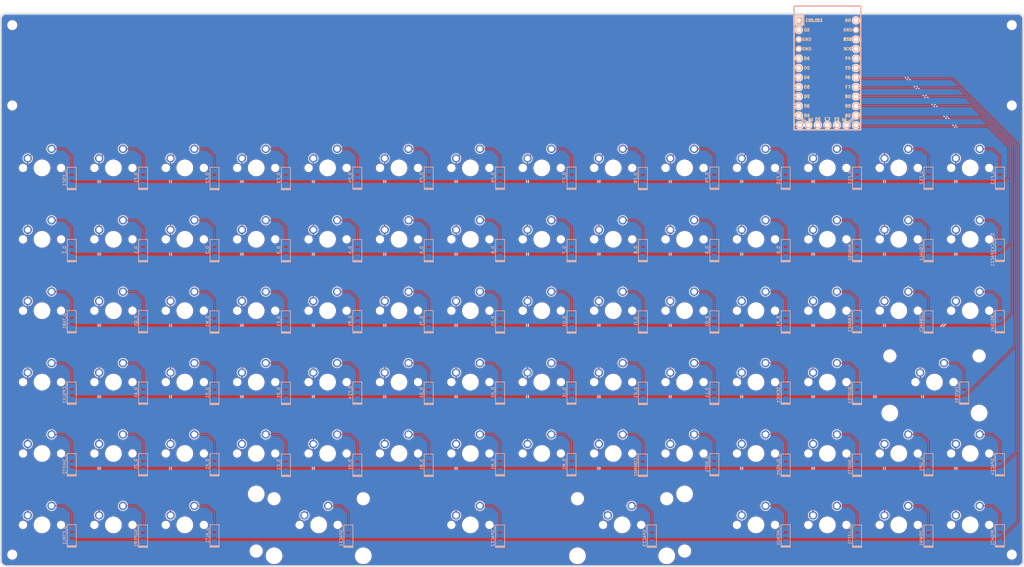
<source format=kicad_pcb>
(kicad_pcb (version 20171130) (host pcbnew 5.1.9-73d0e3b20d~88~ubuntu18.04.1)
  (layers (0 F.Cu signal) (31 B.Cu signal) (34 B.Paste user) (35 F.Paste user) (36 B.SilkS user) (37 F.SilkS user) (38 B.Mask user) (39 F.Mask user) (44 Edge.Cuts user))
  (net 0 "")
  (net 1 GND)
  (net 2 "Net-(D_F1-Pad2)")
  (net 3 "Net-(D_F2-Pad2)")
  (net 4 "Net-(D_F3-Pad2)")
  (net 5 "Net-(D_F4-Pad2)")
  (net 6 "Net-(D_F5-Pad2)")
  (net 7 "Net-(D_F6-Pad2)")
  (net 8 "Net-(D_F7-Pad2)")
  (net 9 "Net-(D_F8-Pad2)")
  (net 10 "Net-(D_F9-Pad2)")
  (net 11 "Net-(D_F10-Pad2)")
  (net 12 "Net-(D_F11-Pad2)")
  (net 13 "Net-(D_F12-Pad2)")
  (net 14 "Net-(D_F13-Pad2)")
  (net 15 "Net-(D_1-Pad2)")
  (net 16 "Net-(D_2-Pad2)")
  (net 17 "Net-(D_3-Pad2)")
  (net 18 "Net-(D_4-Pad2)")
  (net 19 "Net-(D_5-Pad2)")
  (net 20 "Net-(D_6-Pad2)")
  (net 21 "Net-(D_7-Pad2)")
  (net 22 "Net-(D_8-Pad2)")
  (net 23 "Net-(D_9-Pad2)")
  (net 24 "Net-(D_0-Pad2)")
  (net 25 "Net-(D_SHIFT1-Pad2)")
  (net 26 "Net-(D_SPACE1-Pad2)")
  (net 27 "Net-(D_SPACE2-Pad2)")
  (net 28 "Net-(D_SPACE3-Pad2)")
  (net 29 row1)
  (net 30 "Net-(D_A1-Pad2)")
  (net 31 row3)
  (net 32 "Net-(D_ALT1-Pad2)")
  (net 33 row5)
  (net 34 "Net-(D_B1-Pad2)")
  (net 35 row4)
  (net 36 "Net-(D_BACKSPACE1-Pad2)")
  (net 37 "Net-(D_BSLSH1-Pad2)")
  (net 38 row2)
  (net 39 "Net-(D_C1-Pad2)")
  (net 40 "Net-(D_CBRAC1-Pad2)")
  (net 41 "Net-(D_COMMA1-Pad2)")
  (net 42 "Net-(D_CPSLK1-Pad2)")
  (net 43 "Net-(D_CTRL1-Pad2)")
  (net 44 "Net-(D_D1-Pad2)")
  (net 45 "Net-(D_DOT1-Pad2)")
  (net 46 "Net-(D_DOWN1-Pad2)")
  (net 47 "Net-(D_E1-Pad2)")
  (net 48 "Net-(D_ENTER1-Pad2)")
  (net 49 "Net-(D_EQUAL1-Pad2)")
  (net 50 "Net-(D_ESC1-Pad2)")
  (net 51 row0)
  (net 52 "Net-(D_F14-Pad2)")
  (net 53 "Net-(D_G1-Pad2)")
  (net 54 "Net-(D_H1-Pad2)")
  (net 55 "Net-(D_I1-Pad2)")
  (net 56 "Net-(D_J1-Pad2)")
  (net 57 "Net-(D_K1-Pad2)")
  (net 58 "Net-(D_L1-Pad2)")
  (net 59 "Net-(D_LEFT1-Pad2)")
  (net 60 "Net-(D_M1-Pad2)")
  (net 61 "Net-(D_MENU1-Pad2)")
  (net 62 "Net-(D_MINUS1-Pad2)")
  (net 63 "Net-(D_N1-Pad2)")
  (net 64 "Net-(D_O1-Pad2)")
  (net 65 "Net-(D_OBRAC1-Pad2)")
  (net 66 "Net-(D_P1-Pad2)")
  (net 67 "Net-(D_Q1-Pad2)")
  (net 68 "Net-(D_QUOTE1-Pad2)")
  (net 69 "Net-(D_R1-Pad2)")
  (net 70 "Net-(D_RIGHT1-Pad2)")
  (net 71 "Net-(D_S1-Pad2)")
  (net 72 "Net-(D_SEMIC1-Pad2)")
  (net 73 "Net-(D_SHIFT2-Pad2)")
  (net 74 "Net-(D_SLASH1-Pad2)")
  (net 75 "Net-(D_SPACE4-Pad2)")
  (net 76 "Net-(D_SUPER1-Pad2)")
  (net 77 "Net-(D_T1-Pad2)")
  (net 78 "Net-(D_TAB1-Pad2)")
  (net 79 "Net-(D_U1-Pad2)")
  (net 80 "Net-(D_UP1-Pad2)")
  (net 81 "Net-(D_V1-Pad2)")
  (net 82 "Net-(D_W1-Pad2)")
  (net 83 "Net-(D_X1-Pad2)")
  (net 84 "Net-(D_Y1-Pad2)")
  (net 85 "Net-(D_Z1-Pad2)")
  (net 86 "Net-(D_~1-Pad2)")
  (net 87 col10)
  (net 88 col1)
  (net 89 col2)
  (net 90 col3)
  (net 91 col4)
  (net 92 col5)
  (net 93 col6)
  (net 94 col7)
  (net 95 col8)
  (net 96 col9)
  (net 97 col13)
  (net 98 col11)
  (net 99 col0)
  (net 100 col12)
  (net 101 "Net-(U1-Pad24)")
  (net 102 "Net-(U1-Pad22)")
  (net 103 "Net-(U1-Pad20)")
  (net 104 "Net-(U1-Pad2)")
  (net 105 "Net-(U1-Pad1)")
  (net 106 "Net-(U1-Pad21)")
  (module Keebio-Parts:D_SOD123 (layer B.Cu) (at 47.625 91.71875 90)
    (fp_text reference D_~1 (at 0 -1.925 90) (layer B.SilkS) (effects (font (size 0.8 0.8)) (justify mirror)))
    (fp_text value D hide)
    (pad 1 smd rect (at -1.7 0 90) (size 1.2 1.4) (layers B.Cu B.Paste B.Mask) (net 29 row1))
    (pad 2 smd rect (at 1.7 0 90) (size 1.2 1.4) (layers B.Cu B.Paste B.Mask) (net 86 "Net-(D_~1-Pad2)"))
  )
  (module Keebio-Parts:D_SOD123 (layer B.Cu) (at 66.675 148.86875 90)
    (fp_text reference D_Z1 (at 0 -1.925 90) (layer B.SilkS) (effects (font (size 0.8 0.8)) (justify mirror)))
    (fp_text value D hide)
    (pad 1 smd rect (at -1.7 0 90) (size 1.2 1.4) (layers B.Cu B.Paste B.Mask) (net 35 row4))
    (pad 2 smd rect (at 1.7 0 90) (size 1.2 1.4) (layers B.Cu B.Paste B.Mask) (net 85 "Net-(D_Z1-Pad2)"))
  )
  (module Keebio-Parts:D_SOD123 (layer B.Cu) (at 161.925 110.76875 90)
    (fp_text reference D_Y1 (at 0 -1.925 90) (layer B.SilkS) (effects (font (size 0.8 0.8)) (justify mirror)))
    (fp_text value D hide)
    (pad 1 smd rect (at -1.7 0 90) (size 1.2 1.4) (layers B.Cu B.Paste B.Mask) (net 38 row2))
    (pad 2 smd rect (at 1.7 0 90) (size 1.2 1.4) (layers B.Cu B.Paste B.Mask) (net 84 "Net-(D_Y1-Pad2)"))
  )
  (module Keebio-Parts:D_SOD123 (layer B.Cu) (at 85.725 148.86875 90)
    (fp_text reference D_X1 (at 0 -1.925 90) (layer B.SilkS) (effects (font (size 0.8 0.8)) (justify mirror)))
    (fp_text value D hide)
    (pad 1 smd rect (at -1.7 0 90) (size 1.2 1.4) (layers B.Cu B.Paste B.Mask) (net 35 row4))
    (pad 2 smd rect (at 1.7 0 90) (size 1.2 1.4) (layers B.Cu B.Paste B.Mask) (net 83 "Net-(D_X1-Pad2)"))
  )
  (module Keebio-Parts:D_SOD123 (layer B.Cu) (at 85.725 110.76875 90)
    (fp_text reference D_W1 (at 0 -1.925 90) (layer B.SilkS) (effects (font (size 0.8 0.8)) (justify mirror)))
    (fp_text value D hide)
    (pad 1 smd rect (at -1.7 0 90) (size 1.2 1.4) (layers B.Cu B.Paste B.Mask) (net 38 row2))
    (pad 2 smd rect (at 1.7 0 90) (size 1.2 1.4) (layers B.Cu B.Paste B.Mask) (net 82 "Net-(D_W1-Pad2)"))
  )
  (module Keebio-Parts:D_SOD123 (layer B.Cu) (at 123.825 149 90)
    (fp_text reference D_V1 (at 0 -1.925 90) (layer B.SilkS) (effects (font (size 0.8 0.8)) (justify mirror)))
    (fp_text value D hide)
    (pad 1 smd rect (at -1.7 0 90) (size 1.2 1.4) (layers B.Cu B.Paste B.Mask) (net 35 row4))
    (pad 2 smd rect (at 1.7 0 90) (size 1.2 1.4) (layers B.Cu B.Paste B.Mask) (net 81 "Net-(D_V1-Pad2)"))
  )
  (module Keebio-Parts:D_SOD123 (layer B.Cu) (at 276.225 148.86875 90)
    (fp_text reference D_UP1 (at 0 -1.925 90) (layer B.SilkS) (effects (font (size 0.8 0.8)) (justify mirror)))
    (fp_text value D hide)
    (pad 1 smd rect (at -1.7 0 90) (size 1.2 1.4) (layers B.Cu B.Paste B.Mask) (net 35 row4))
    (pad 2 smd rect (at 1.7 0 90) (size 1.2 1.4) (layers B.Cu B.Paste B.Mask) (net 80 "Net-(D_UP1-Pad2)"))
  )
  (module Keebio-Parts:D_SOD123 (layer B.Cu) (at 180.975 110.76875 90)
    (fp_text reference D_U1 (at 0 -1.925 90) (layer B.SilkS) (effects (font (size 0.8 0.8)) (justify mirror)))
    (fp_text value D hide)
    (pad 1 smd rect (at -1.7 0 90) (size 1.2 1.4) (layers B.Cu B.Paste B.Mask) (net 38 row2))
    (pad 2 smd rect (at 1.7 0 90) (size 1.2 1.4) (layers B.Cu B.Paste B.Mask) (net 79 "Net-(D_U1-Pad2)"))
  )
  (module Keebio-Parts:D_SOD123 (layer B.Cu) (at 47.625 110.7 90)
    (fp_text reference D_TAB1 (at 0 -1.925 90) (layer B.SilkS) (effects (font (size 0.8 0.8)) (justify mirror)))
    (fp_text value D hide)
    (pad 1 smd rect (at -1.7 0 90) (size 1.2 1.4) (layers B.Cu B.Paste B.Mask) (net 38 row2))
    (pad 2 smd rect (at 1.7 0 90) (size 1.2 1.4) (layers B.Cu B.Paste B.Mask) (net 78 "Net-(D_TAB1-Pad2)"))
  )
  (module Keebio-Parts:D_SOD123 (layer B.Cu) (at 142.875 110.7125 90)
    (fp_text reference D_T1 (at 0 -1.925 90) (layer B.SilkS) (effects (font (size 0.8 0.8)) (justify mirror)))
    (fp_text value D hide)
    (pad 1 smd rect (at -1.7 0 90) (size 1.2 1.4) (layers B.Cu B.Paste B.Mask) (net 38 row2))
    (pad 2 smd rect (at 1.7 0 90) (size 1.2 1.4) (layers B.Cu B.Paste B.Mask) (net 77 "Net-(D_T1-Pad2)"))
  )
  (module Keebio-Parts:D_SOD123 (layer B.Cu) (at 66.675 167.91875 90)
    (fp_text reference D_SUPER1 (at 0 -1.925 90) (layer B.SilkS) (effects (font (size 0.8 0.8)) (justify mirror)))
    (fp_text value D hide)
    (pad 1 smd rect (at -1.7 0 90) (size 1.2 1.4) (layers B.Cu B.Paste B.Mask) (net 33 row5))
    (pad 2 smd rect (at 1.7 0 90) (size 1.2 1.4) (layers B.Cu B.Paste B.Mask) (net 76 "Net-(D_SUPER1-Pad2)"))
  )
  (module Keebio-Parts:D_SOD123 (layer B.Cu) (at 295.275 148.86875 90)
    (fp_text reference D_SPACE4 (at 0 -1.925 90) (layer B.SilkS) (effects (font (size 0.8 0.8)) (justify mirror)))
    (fp_text value D hide)
    (pad 1 smd rect (at -1.7 0 90) (size 1.2 1.4) (layers B.Cu B.Paste B.Mask) (net 35 row4))
    (pad 2 smd rect (at 1.7 0 90) (size 1.2 1.4) (layers B.Cu B.Paste B.Mask) (net 75 "Net-(D_SPACE4-Pad2)"))
  )
  (module Keebio-Parts:D_SOD123 (layer B.Cu) (at 202.40625 167.91875 90)
    (fp_text reference D_SPACE3 (at 0 -1.925 90) (layer B.SilkS) (effects (font (size 0.8 0.8)) (justify mirror)))
    (fp_text value D hide)
    (pad 1 smd rect (at -1.7 0 90) (size 1.2 1.4) (layers B.Cu B.Paste B.Mask) (net 33 row5))
    (pad 2 smd rect (at 1.7 0 90) (size 1.2 1.4) (layers B.Cu B.Paste B.Mask) (net 28 "Net-(D_SPACE3-Pad2)"))
  )
  (module Keebio-Parts:D_SOD123 (layer B.Cu) (at 161.925 167.91875 90)
    (fp_text reference D_SPACE2 (at 0 -1.925 90) (layer B.SilkS) (effects (font (size 0.8 0.8)) (justify mirror)))
    (fp_text value D hide)
    (pad 1 smd rect (at -1.7 0 90) (size 1.2 1.4) (layers B.Cu B.Paste B.Mask) (net 33 row5))
    (pad 2 smd rect (at 1.7 0 90) (size 1.2 1.4) (layers B.Cu B.Paste B.Mask) (net 27 "Net-(D_SPACE2-Pad2)"))
  )
  (module Keebio-Parts:D_SOD123 (layer B.Cu) (at 121.44375 167.91875 90)
    (fp_text reference D_SPACE1 (at 0 -1.925 90) (layer B.SilkS) (effects (font (size 0.8 0.8)) (justify mirror)))
    (fp_text value D hide)
    (pad 1 smd rect (at -1.7 0 90) (size 1.2 1.4) (layers B.Cu B.Paste B.Mask) (net 33 row5))
    (pad 2 smd rect (at 1.7 0 90) (size 1.2 1.4) (layers B.Cu B.Paste B.Mask) (net 26 "Net-(D_SPACE1-Pad2)"))
  )
  (module Keebio-Parts:D_SOD123 (layer B.Cu) (at 238.125 149 90)
    (fp_text reference D_SLASH1 (at 0 -1.925 90) (layer B.SilkS) (effects (font (size 0.8 0.8)) (justify mirror)))
    (fp_text value D hide)
    (pad 1 smd rect (at -1.7 0 90) (size 1.2 1.4) (layers B.Cu B.Paste B.Mask) (net 35 row4))
    (pad 2 smd rect (at 1.7 0 90) (size 1.2 1.4) (layers B.Cu B.Paste B.Mask) (net 74 "Net-(D_SLASH1-Pad2)"))
  )
  (module Keebio-Parts:D_SOD123 (layer B.Cu) (at 47.625 148.86875 90)
    (fp_text reference D_SHIFT2 (at 0 -1.925 90) (layer B.SilkS) (effects (font (size 0.8 0.8)) (justify mirror)))
    (fp_text value D hide)
    (pad 1 smd rect (at -1.7 0 90) (size 1.2 1.4) (layers B.Cu B.Paste B.Mask) (net 35 row4))
    (pad 2 smd rect (at 1.7 0 90) (size 1.2 1.4) (layers B.Cu B.Paste B.Mask) (net 73 "Net-(D_SHIFT2-Pad2)"))
  )
  (module Keebio-Parts:D_SOD123 (layer B.Cu) (at 257.175 149 90)
    (fp_text reference D_SHIFT1 (at 0 -1.925 90) (layer B.SilkS) (effects (font (size 0.8 0.8)) (justify mirror)))
    (fp_text value D hide)
    (pad 1 smd rect (at -1.7 0 90) (size 1.2 1.4) (layers B.Cu B.Paste B.Mask) (net 35 row4))
    (pad 2 smd rect (at 1.7 0 90) (size 1.2 1.4) (layers B.Cu B.Paste B.Mask) (net 25 "Net-(D_SHIFT1-Pad2)"))
  )
  (module Keebio-Parts:D_SOD123 (layer B.Cu) (at 238.125 129.7375 90)
    (fp_text reference D_SEMIC1 (at 0 -1.925 90) (layer B.SilkS) (effects (font (size 0.8 0.8)) (justify mirror)))
    (fp_text value D hide)
    (pad 1 smd rect (at -1.7 0 90) (size 1.2 1.4) (layers B.Cu B.Paste B.Mask) (net 31 row3))
    (pad 2 smd rect (at 1.7 0 90) (size 1.2 1.4) (layers B.Cu B.Paste B.Mask) (net 72 "Net-(D_SEMIC1-Pad2)"))
  )
  (module Keebio-Parts:D_SOD123 (layer B.Cu) (at 85.725 129.81875 90)
    (fp_text reference D_S1 (at 0 -1.925 90) (layer B.SilkS) (effects (font (size 0.8 0.8)) (justify mirror)))
    (fp_text value D hide)
    (pad 1 smd rect (at -1.7 0 90) (size 1.2 1.4) (layers B.Cu B.Paste B.Mask) (net 31 row3))
    (pad 2 smd rect (at 1.7 0 90) (size 1.2 1.4) (layers B.Cu B.Paste B.Mask) (net 71 "Net-(D_S1-Pad2)"))
  )
  (module Keebio-Parts:D_SOD123 (layer B.Cu) (at 295.275 167.8375 90)
    (fp_text reference D_RIGHT1 (at 0 -1.925 90) (layer B.SilkS) (effects (font (size 0.8 0.8)) (justify mirror)))
    (fp_text value D hide)
    (pad 1 smd rect (at -1.7 0 90) (size 1.2 1.4) (layers B.Cu B.Paste B.Mask) (net 33 row5))
    (pad 2 smd rect (at 1.7 0 90) (size 1.2 1.4) (layers B.Cu B.Paste B.Mask) (net 70 "Net-(D_RIGHT1-Pad2)"))
  )
  (module Keebio-Parts:D_SOD123 (layer B.Cu) (at 123.825 110.7 90)
    (fp_text reference D_R1 (at 0 -1.925 90) (layer B.SilkS) (effects (font (size 0.8 0.8)) (justify mirror)))
    (fp_text value D hide)
    (pad 1 smd rect (at -1.7 0 90) (size 1.2 1.4) (layers B.Cu B.Paste B.Mask) (net 38 row2))
    (pad 2 smd rect (at 1.7 0 90) (size 1.2 1.4) (layers B.Cu B.Paste B.Mask) (net 69 "Net-(D_R1-Pad2)"))
  )
  (module Keebio-Parts:D_SOD123 (layer B.Cu) (at 257.175 129.81875 90)
    (fp_text reference D_QUOTE1 (at 0 -1.925 90) (layer B.SilkS) (effects (font (size 0.8 0.8)) (justify mirror)))
    (fp_text value D hide)
    (pad 1 smd rect (at -1.7 0 90) (size 1.2 1.4) (layers B.Cu B.Paste B.Mask) (net 31 row3))
    (pad 2 smd rect (at 1.7 0 90) (size 1.2 1.4) (layers B.Cu B.Paste B.Mask) (net 68 "Net-(D_QUOTE1-Pad2)"))
  )
  (module Keebio-Parts:D_SOD123 (layer B.Cu) (at 66.675 110.7 90)
    (fp_text reference D_Q1 (at 0 -1.925 90) (layer B.SilkS) (effects (font (size 0.8 0.8)) (justify mirror)))
    (fp_text value D hide)
    (pad 1 smd rect (at -1.7 0 90) (size 1.2 1.4) (layers B.Cu B.Paste B.Mask) (net 38 row2))
    (pad 2 smd rect (at 1.7 0 90) (size 1.2 1.4) (layers B.Cu B.Paste B.Mask) (net 67 "Net-(D_Q1-Pad2)"))
  )
  (module Keebio-Parts:D_SOD123 (layer B.Cu) (at 238.125 110.76875 90)
    (fp_text reference D_P1 (at 0 -1.925 90) (layer B.SilkS) (effects (font (size 0.8 0.8)) (justify mirror)))
    (fp_text value D hide)
    (pad 1 smd rect (at -1.7 0 90) (size 1.2 1.4) (layers B.Cu B.Paste B.Mask) (net 38 row2))
    (pad 2 smd rect (at 1.7 0 90) (size 1.2 1.4) (layers B.Cu B.Paste B.Mask) (net 66 "Net-(D_P1-Pad2)"))
  )
  (module Keebio-Parts:D_SOD123 (layer B.Cu) (at 276.225 110.76875 90)
    (fp_text reference D_OBRAC1 (at 0 -1.925 90) (layer B.SilkS) (effects (font (size 0.8 0.8)) (justify mirror)))
    (fp_text value D hide)
    (pad 1 smd rect (at -1.7 0 90) (size 1.2 1.4) (layers B.Cu B.Paste B.Mask) (net 38 row2))
    (pad 2 smd rect (at 1.7 0 90) (size 1.2 1.4) (layers B.Cu B.Paste B.Mask) (net 65 "Net-(D_OBRAC1-Pad2)"))
  )
  (module Keebio-Parts:D_SOD123 (layer B.Cu) (at 219.075 110.76875 90)
    (fp_text reference D_O1 (at 0 -1.925 90) (layer B.SilkS) (effects (font (size 0.8 0.8)) (justify mirror)))
    (fp_text value D hide)
    (pad 1 smd rect (at -1.7 0 90) (size 1.2 1.4) (layers B.Cu B.Paste B.Mask) (net 38 row2))
    (pad 2 smd rect (at 1.7 0 90) (size 1.2 1.4) (layers B.Cu B.Paste B.Mask) (net 64 "Net-(D_O1-Pad2)"))
  )
  (module Keebio-Parts:D_SOD123 (layer B.Cu) (at 161.925 148.86875 90)
    (fp_text reference D_N1 (at 0 -1.925 90) (layer B.SilkS) (effects (font (size 0.8 0.8)) (justify mirror)))
    (fp_text value D hide)
    (pad 1 smd rect (at -1.7 0 90) (size 1.2 1.4) (layers B.Cu B.Paste B.Mask) (net 35 row4))
    (pad 2 smd rect (at 1.7 0 90) (size 1.2 1.4) (layers B.Cu B.Paste B.Mask) (net 63 "Net-(D_N1-Pad2)"))
  )
  (module Keebio-Parts:D_SOD123 (layer B.Cu) (at 257.175 91.71875 90)
    (fp_text reference D_MINUS1 (at 0 -1.925 90) (layer B.SilkS) (effects (font (size 0.8 0.8)) (justify mirror)))
    (fp_text value D hide)
    (pad 1 smd rect (at -1.7 0 90) (size 1.2 1.4) (layers B.Cu B.Paste B.Mask) (net 29 row1))
    (pad 2 smd rect (at 1.7 0 90) (size 1.2 1.4) (layers B.Cu B.Paste B.Mask) (net 62 "Net-(D_MINUS1-Pad2)"))
  )
  (module Keebio-Parts:D_SOD123 (layer B.Cu) (at 238.125 167.85 90)
    (fp_text reference D_MENU1 (at 0 -1.925 90) (layer B.SilkS) (effects (font (size 0.8 0.8)) (justify mirror)))
    (fp_text value D hide)
    (pad 1 smd rect (at -1.7 0 90) (size 1.2 1.4) (layers B.Cu B.Paste B.Mask) (net 33 row5))
    (pad 2 smd rect (at 1.7 0 90) (size 1.2 1.4) (layers B.Cu B.Paste B.Mask) (net 61 "Net-(D_MENU1-Pad2)"))
  )
  (module Keebio-Parts:D_SOD123 (layer B.Cu) (at 180.975 148.86875 90)
    (fp_text reference D_M1 (at 0 -1.925 90) (layer B.SilkS) (effects (font (size 0.8 0.8)) (justify mirror)))
    (fp_text value D hide)
    (pad 1 smd rect (at -1.7 0 90) (size 1.2 1.4) (layers B.Cu B.Paste B.Mask) (net 35 row4))
    (pad 2 smd rect (at 1.7 0 90) (size 1.2 1.4) (layers B.Cu B.Paste B.Mask) (net 60 "Net-(D_M1-Pad2)"))
  )
  (module Keebio-Parts:D_SOD123 (layer B.Cu) (at 257.175 167.91875 90)
    (fp_text reference D_LEFT1 (at 0 -1.925 90) (layer B.SilkS) (effects (font (size 0.8 0.8)) (justify mirror)))
    (fp_text value D hide)
    (pad 1 smd rect (at -1.7 0 90) (size 1.2 1.4) (layers B.Cu B.Paste B.Mask) (net 33 row5))
    (pad 2 smd rect (at 1.7 0 90) (size 1.2 1.4) (layers B.Cu B.Paste B.Mask) (net 59 "Net-(D_LEFT1-Pad2)"))
  )
  (module Keebio-Parts:D_SOD123 (layer B.Cu) (at 219.075 129.81875 90)
    (fp_text reference D_L1 (at 0 -1.925 90) (layer B.SilkS) (effects (font (size 0.8 0.8)) (justify mirror)))
    (fp_text value D hide)
    (pad 1 smd rect (at -1.7 0 90) (size 1.2 1.4) (layers B.Cu B.Paste B.Mask) (net 31 row3))
    (pad 2 smd rect (at 1.7 0 90) (size 1.2 1.4) (layers B.Cu B.Paste B.Mask) (net 58 "Net-(D_L1-Pad2)"))
  )
  (module Keebio-Parts:D_SOD123 (layer B.Cu) (at 200.025 129.81875 90)
    (fp_text reference D_K1 (at 0 -1.925 90) (layer B.SilkS) (effects (font (size 0.8 0.8)) (justify mirror)))
    (fp_text value D hide)
    (pad 1 smd rect (at -1.7 0 90) (size 1.2 1.4) (layers B.Cu B.Paste B.Mask) (net 31 row3))
    (pad 2 smd rect (at 1.7 0 90) (size 1.2 1.4) (layers B.Cu B.Paste B.Mask) (net 57 "Net-(D_K1-Pad2)"))
  )
  (module Keebio-Parts:D_SOD123 (layer B.Cu) (at 180.975 129.75 90)
    (fp_text reference D_J1 (at 0 -1.925 90) (layer B.SilkS) (effects (font (size 0.8 0.8)) (justify mirror)))
    (fp_text value D hide)
    (pad 1 smd rect (at -1.7 0 90) (size 1.2 1.4) (layers B.Cu B.Paste B.Mask) (net 31 row3))
    (pad 2 smd rect (at 1.7 0 90) (size 1.2 1.4) (layers B.Cu B.Paste B.Mask) (net 56 "Net-(D_J1-Pad2)"))
  )
  (module Keebio-Parts:D_SOD123 (layer B.Cu) (at 200.025 110.76875 90)
    (fp_text reference D_I1 (at 0 -1.925 90) (layer B.SilkS) (effects (font (size 0.8 0.8)) (justify mirror)))
    (fp_text value D hide)
    (pad 1 smd rect (at -1.7 0 90) (size 1.2 1.4) (layers B.Cu B.Paste B.Mask) (net 38 row2))
    (pad 2 smd rect (at 1.7 0 90) (size 1.2 1.4) (layers B.Cu B.Paste B.Mask) (net 55 "Net-(D_I1-Pad2)"))
  )
  (module Keebio-Parts:D_SOD123 (layer B.Cu) (at 161.925 129.75 90)
    (fp_text reference D_H1 (at 0 -1.925 90) (layer B.SilkS) (effects (font (size 0.8 0.8)) (justify mirror)))
    (fp_text value D hide)
    (pad 1 smd rect (at -1.7 0 90) (size 1.2 1.4) (layers B.Cu B.Paste B.Mask) (net 31 row3))
    (pad 2 smd rect (at 1.7 0 90) (size 1.2 1.4) (layers B.Cu B.Paste B.Mask) (net 54 "Net-(D_H1-Pad2)"))
  )
  (module Keebio-Parts:D_SOD123 (layer B.Cu) (at 142.875 129.81875 90)
    (fp_text reference D_G1 (at 0 -1.925 90) (layer B.SilkS) (effects (font (size 0.8 0.8)) (justify mirror)))
    (fp_text value D hide)
    (pad 1 smd rect (at -1.7 0 90) (size 1.2 1.4) (layers B.Cu B.Paste B.Mask) (net 31 row3))
    (pad 2 smd rect (at 1.7 0 90) (size 1.2 1.4) (layers B.Cu B.Paste B.Mask) (net 53 "Net-(D_G1-Pad2)"))
  )
  (module Keebio-Parts:D_SOD123 (layer B.Cu) (at 123.825 129.7375 90)
    (fp_text reference D_F14 (at 0 -1.925 90) (layer B.SilkS) (effects (font (size 0.8 0.8)) (justify mirror)))
    (fp_text value D hide)
    (pad 1 smd rect (at -1.7 0 90) (size 1.2 1.4) (layers B.Cu B.Paste B.Mask) (net 31 row3))
    (pad 2 smd rect (at 1.7 0 90) (size 1.2 1.4) (layers B.Cu B.Paste B.Mask) (net 52 "Net-(D_F14-Pad2)"))
  )
  (module Keebio-Parts:D_SOD123 (layer B.Cu) (at 295.275 72.41875 90)
    (fp_text reference D_F13 (at 0 -1.925 90) (layer B.SilkS) (effects (font (size 0.8 0.8)) (justify mirror)))
    (fp_text value D hide)
    (pad 1 smd rect (at -1.7 0 90) (size 1.2 1.4) (layers B.Cu B.Paste B.Mask) (net 51 row0))
    (pad 2 smd rect (at 1.7 0 90) (size 1.2 1.4) (layers B.Cu B.Paste B.Mask) (net 14 "Net-(D_F13-Pad2)"))
  )
  (module Keebio-Parts:D_SOD123 (layer B.Cu) (at 276.225 72.41875 90)
    (fp_text reference D_F12 (at 0 -1.925 90) (layer B.SilkS) (effects (font (size 0.8 0.8)) (justify mirror)))
    (fp_text value D hide)
    (pad 1 smd rect (at -1.7 0 90) (size 1.2 1.4) (layers B.Cu B.Paste B.Mask) (net 51 row0))
    (pad 2 smd rect (at 1.7 0 90) (size 1.2 1.4) (layers B.Cu B.Paste B.Mask) (net 13 "Net-(D_F12-Pad2)"))
  )
  (module Keebio-Parts:D_SOD123 (layer B.Cu) (at 257.175 72.41875 90)
    (fp_text reference D_F11 (at 0 -1.925 90) (layer B.SilkS) (effects (font (size 0.8 0.8)) (justify mirror)))
    (fp_text value D hide)
    (pad 1 smd rect (at -1.7 0 90) (size 1.2 1.4) (layers B.Cu B.Paste B.Mask) (net 51 row0))
    (pad 2 smd rect (at 1.7 0 90) (size 1.2 1.4) (layers B.Cu B.Paste B.Mask) (net 12 "Net-(D_F11-Pad2)"))
  )
  (module Keebio-Parts:D_SOD123 (layer B.Cu) (at 238.125 72.41875 90)
    (fp_text reference D_F10 (at 0 -1.925 90) (layer B.SilkS) (effects (font (size 0.8 0.8)) (justify mirror)))
    (fp_text value D hide)
    (pad 1 smd rect (at -1.7 0 90) (size 1.2 1.4) (layers B.Cu B.Paste B.Mask) (net 51 row0))
    (pad 2 smd rect (at 1.7 0 90) (size 1.2 1.4) (layers B.Cu B.Paste B.Mask) (net 11 "Net-(D_F10-Pad2)"))
  )
  (module Keebio-Parts:D_SOD123 (layer B.Cu) (at 219.075 72.41875 90)
    (fp_text reference D_F9 (at 0 -1.925 90) (layer B.SilkS) (effects (font (size 0.8 0.8)) (justify mirror)))
    (fp_text value D hide)
    (pad 1 smd rect (at -1.7 0 90) (size 1.2 1.4) (layers B.Cu B.Paste B.Mask) (net 51 row0))
    (pad 2 smd rect (at 1.7 0 90) (size 1.2 1.4) (layers B.Cu B.Paste B.Mask) (net 10 "Net-(D_F9-Pad2)"))
  )
  (module Keebio-Parts:D_SOD123 (layer B.Cu) (at 200 72.5 90)
    (fp_text reference D_F8 (at 0 -1.925 90) (layer B.SilkS) (effects (font (size 0.8 0.8)) (justify mirror)))
    (fp_text value D hide)
    (pad 1 smd rect (at -1.7 0 90) (size 1.2 1.4) (layers B.Cu B.Paste B.Mask) (net 51 row0))
    (pad 2 smd rect (at 1.7 0 90) (size 1.2 1.4) (layers B.Cu B.Paste B.Mask) (net 9 "Net-(D_F8-Pad2)"))
  )
  (module Keebio-Parts:D_SOD123 (layer B.Cu) (at 180.975 72.41875 90)
    (fp_text reference D_F7 (at 0 -1.925 90) (layer B.SilkS) (effects (font (size 0.8 0.8)) (justify mirror)))
    (fp_text value D hide)
    (pad 1 smd rect (at -1.7 0 90) (size 1.2 1.4) (layers B.Cu B.Paste B.Mask) (net 51 row0))
    (pad 2 smd rect (at 1.7 0 90) (size 1.2 1.4) (layers B.Cu B.Paste B.Mask) (net 8 "Net-(D_F7-Pad2)"))
  )
  (module Keebio-Parts:D_SOD123 (layer B.Cu) (at 161.925 72.41875 90)
    (fp_text reference D_F6 (at 0 -1.925 90) (layer B.SilkS) (effects (font (size 0.8 0.8)) (justify mirror)))
    (fp_text value D hide)
    (pad 1 smd rect (at -1.7 0 90) (size 1.2 1.4) (layers B.Cu B.Paste B.Mask) (net 51 row0))
    (pad 2 smd rect (at 1.7 0 90) (size 1.2 1.4) (layers B.Cu B.Paste B.Mask) (net 7 "Net-(D_F6-Pad2)"))
  )
  (module Keebio-Parts:D_SOD123 (layer B.Cu) (at 142.875 72.41875 90)
    (fp_text reference D_F5 (at 0 -1.925 90) (layer B.SilkS) (effects (font (size 0.8 0.8)) (justify mirror)))
    (fp_text value D hide)
    (pad 1 smd rect (at -1.7 0 90) (size 1.2 1.4) (layers B.Cu B.Paste B.Mask) (net 51 row0))
    (pad 2 smd rect (at 1.7 0 90) (size 1.2 1.4) (layers B.Cu B.Paste B.Mask) (net 6 "Net-(D_F5-Pad2)"))
  )
  (module Keebio-Parts:D_SOD123 (layer B.Cu) (at 123.825 72.41875 90)
    (fp_text reference D_F4 (at 0 -1.925 90) (layer B.SilkS) (effects (font (size 0.8 0.8)) (justify mirror)))
    (fp_text value D hide)
    (pad 1 smd rect (at -1.7 0 90) (size 1.2 1.4) (layers B.Cu B.Paste B.Mask) (net 51 row0))
    (pad 2 smd rect (at 1.7 0 90) (size 1.2 1.4) (layers B.Cu B.Paste B.Mask) (net 5 "Net-(D_F4-Pad2)"))
  )
  (module Keebio-Parts:D_SOD123 (layer B.Cu) (at 104.775 72.5 90)
    (fp_text reference D_F3 (at 0 -1.925 90) (layer B.SilkS) (effects (font (size 0.8 0.8)) (justify mirror)))
    (fp_text value D hide)
    (pad 1 smd rect (at -1.7 0 90) (size 1.2 1.4) (layers B.Cu B.Paste B.Mask) (net 51 row0))
    (pad 2 smd rect (at 1.7 0 90) (size 1.2 1.4) (layers B.Cu B.Paste B.Mask) (net 4 "Net-(D_F3-Pad2)"))
  )
  (module Keebio-Parts:D_SOD123 (layer B.Cu) (at 85.725 72.5 90)
    (fp_text reference D_F2 (at 0 -1.925 90) (layer B.SilkS) (effects (font (size 0.8 0.8)) (justify mirror)))
    (fp_text value D hide)
    (pad 1 smd rect (at -1.7 0 90) (size 1.2 1.4) (layers B.Cu B.Paste B.Mask) (net 51 row0))
    (pad 2 smd rect (at 1.7 0 90) (size 1.2 1.4) (layers B.Cu B.Paste B.Mask) (net 3 "Net-(D_F2-Pad2)"))
  )
  (module Keebio-Parts:D_SOD123 (layer B.Cu) (at 66.675 72.45 90)
    (fp_text reference D_F1 (at 0 -1.925 90) (layer B.SilkS) (effects (font (size 0.8 0.8)) (justify mirror)))
    (fp_text value D hide)
    (pad 1 smd rect (at -1.7 0 90) (size 1.2 1.4) (layers B.Cu B.Paste B.Mask) (net 51 row0))
    (pad 2 smd rect (at 1.7 0 90) (size 1.2 1.4) (layers B.Cu B.Paste B.Mask) (net 2 "Net-(D_F1-Pad2)"))
  )
  (module Keebio-Parts:D_SOD123 (layer B.Cu) (at 47.6 72.5 90)
    (fp_text reference D_ESC1 (at 0 -1.925 90) (layer B.SilkS) (effects (font (size 0.8 0.8)) (justify mirror)))
    (fp_text value D hide)
    (pad 1 smd rect (at -1.7 0 90) (size 1.2 1.4) (layers B.Cu B.Paste B.Mask) (net 51 row0))
    (pad 2 smd rect (at 1.7 0 90) (size 1.2 1.4) (layers B.Cu B.Paste B.Mask) (net 50 "Net-(D_ESC1-Pad2)"))
  )
  (module Keebio-Parts:D_SOD123 (layer B.Cu) (at 276.225 91.71875 90)
    (fp_text reference D_EQUAL1 (at 0 -1.925 90) (layer B.SilkS) (effects (font (size 0.8 0.8)) (justify mirror)))
    (fp_text value D hide)
    (pad 1 smd rect (at -1.7 0 90) (size 1.2 1.4) (layers B.Cu B.Paste B.Mask) (net 29 row1))
    (pad 2 smd rect (at 1.7 0 90) (size 1.2 1.4) (layers B.Cu B.Paste B.Mask) (net 49 "Net-(D_EQUAL1-Pad2)"))
  )
  (module Keebio-Parts:D_SOD123 (layer B.Cu) (at 285.75 129.75 90)
    (fp_text reference D_ENTER1 (at 0 -1.925 90) (layer B.SilkS) (effects (font (size 0.8 0.8)) (justify mirror)))
    (fp_text value D hide)
    (pad 1 smd rect (at -1.7 0 90) (size 1.2 1.4) (layers B.Cu B.Paste B.Mask) (net 31 row3))
    (pad 2 smd rect (at 1.7 0 90) (size 1.2 1.4) (layers B.Cu B.Paste B.Mask) (net 48 "Net-(D_ENTER1-Pad2)"))
  )
  (module Keebio-Parts:D_SOD123 (layer B.Cu) (at 104.775 110.76875 90)
    (fp_text reference D_E1 (at 0 -1.925 90) (layer B.SilkS) (effects (font (size 0.8 0.8)) (justify mirror)))
    (fp_text value D hide)
    (pad 1 smd rect (at -1.7 0 90) (size 1.2 1.4) (layers B.Cu B.Paste B.Mask) (net 38 row2))
    (pad 2 smd rect (at 1.7 0 90) (size 1.2 1.4) (layers B.Cu B.Paste B.Mask) (net 47 "Net-(D_E1-Pad2)"))
  )
  (module Keebio-Parts:D_SOD123 (layer B.Cu) (at 276.225 167.91875 90)
    (fp_text reference D_DOWN1 (at 0 -1.925 90) (layer B.SilkS) (effects (font (size 0.8 0.8)) (justify mirror)))
    (fp_text value D hide)
    (pad 1 smd rect (at -1.7 0 90) (size 1.2 1.4) (layers B.Cu B.Paste B.Mask) (net 33 row5))
    (pad 2 smd rect (at 1.7 0 90) (size 1.2 1.4) (layers B.Cu B.Paste B.Mask) (net 46 "Net-(D_DOWN1-Pad2)"))
  )
  (module Keebio-Parts:D_SOD123 (layer B.Cu) (at 219.075 148.86875 90)
    (fp_text reference D_DOT1 (at 0 -1.925 90) (layer B.SilkS) (effects (font (size 0.8 0.8)) (justify mirror)))
    (fp_text value D hide)
    (pad 1 smd rect (at -1.7 0 90) (size 1.2 1.4) (layers B.Cu B.Paste B.Mask) (net 35 row4))
    (pad 2 smd rect (at 1.7 0 90) (size 1.2 1.4) (layers B.Cu B.Paste B.Mask) (net 45 "Net-(D_DOT1-Pad2)"))
  )
  (module Keebio-Parts:D_SOD123 (layer B.Cu) (at 104.775 129.81875 90)
    (fp_text reference D_D1 (at 0 -1.925 90) (layer B.SilkS) (effects (font (size 0.8 0.8)) (justify mirror)))
    (fp_text value D hide)
    (pad 1 smd rect (at -1.7 0 90) (size 1.2 1.4) (layers B.Cu B.Paste B.Mask) (net 31 row3))
    (pad 2 smd rect (at 1.7 0 90) (size 1.2 1.4) (layers B.Cu B.Paste B.Mask) (net 44 "Net-(D_D1-Pad2)"))
  )
  (module Keebio-Parts:D_SOD123 (layer B.Cu) (at 47.625 167.85 90)
    (fp_text reference D_CTRL1 (at 0 -1.925 90) (layer B.SilkS) (effects (font (size 0.8 0.8)) (justify mirror)))
    (fp_text value D hide)
    (pad 1 smd rect (at -1.7 0 90) (size 1.2 1.4) (layers B.Cu B.Paste B.Mask) (net 33 row5))
    (pad 2 smd rect (at 1.7 0 90) (size 1.2 1.4) (layers B.Cu B.Paste B.Mask) (net 43 "Net-(D_CTRL1-Pad2)"))
  )
  (module Keebio-Parts:D_SOD123 (layer B.Cu) (at 47.625 129.75 90)
    (fp_text reference D_CPSLK1 (at 0 -1.925 90) (layer B.SilkS) (effects (font (size 0.8 0.8)) (justify mirror)))
    (fp_text value D hide)
    (pad 1 smd rect (at -1.7 0 90) (size 1.2 1.4) (layers B.Cu B.Paste B.Mask) (net 31 row3))
    (pad 2 smd rect (at 1.7 0 90) (size 1.2 1.4) (layers B.Cu B.Paste B.Mask) (net 42 "Net-(D_CPSLK1-Pad2)"))
  )
  (module Keebio-Parts:D_SOD123 (layer B.Cu) (at 200.025 149 90)
    (fp_text reference D_COMMA1 (at 0 -1.925 90) (layer B.SilkS) (effects (font (size 0.8 0.8)) (justify mirror)))
    (fp_text value D hide)
    (pad 1 smd rect (at -1.7 0 90) (size 1.2 1.4) (layers B.Cu B.Paste B.Mask) (net 35 row4))
    (pad 2 smd rect (at 1.7 0 90) (size 1.2 1.4) (layers B.Cu B.Paste B.Mask) (net 41 "Net-(D_COMMA1-Pad2)"))
  )
  (module Keebio-Parts:D_SOD123 (layer B.Cu) (at 257.175 110.7 90)
    (fp_text reference D_CBRAC1 (at 0 -1.925 90) (layer B.SilkS) (effects (font (size 0.8 0.8)) (justify mirror)))
    (fp_text value D hide)
    (pad 1 smd rect (at -1.7 0 90) (size 1.2 1.4) (layers B.Cu B.Paste B.Mask) (net 38 row2))
    (pad 2 smd rect (at 1.7 0 90) (size 1.2 1.4) (layers B.Cu B.Paste B.Mask) (net 40 "Net-(D_CBRAC1-Pad2)"))
  )
  (module Keebio-Parts:D_SOD123 (layer B.Cu) (at 104.775 149 90)
    (fp_text reference D_C1 (at 0 -1.925 90) (layer B.SilkS) (effects (font (size 0.8 0.8)) (justify mirror)))
    (fp_text value D hide)
    (pad 1 smd rect (at -1.7 0 90) (size 1.2 1.4) (layers B.Cu B.Paste B.Mask) (net 35 row4))
    (pad 2 smd rect (at 1.7 0 90) (size 1.2 1.4) (layers B.Cu B.Paste B.Mask) (net 39 "Net-(D_C1-Pad2)"))
  )
  (module Keebio-Parts:D_SOD123 (layer B.Cu) (at 295.275 110.7125 90)
    (fp_text reference D_BSLSH1 (at 0 -1.925 90) (layer B.SilkS) (effects (font (size 0.8 0.8)) (justify mirror)))
    (fp_text value D hide)
    (pad 1 smd rect (at -1.7 0 90) (size 1.2 1.4) (layers B.Cu B.Paste B.Mask) (net 38 row2))
    (pad 2 smd rect (at 1.7 0 90) (size 1.2 1.4) (layers B.Cu B.Paste B.Mask) (net 37 "Net-(D_BSLSH1-Pad2)"))
  )
  (module Keebio-Parts:D_SOD123 (layer B.Cu) (at 295.275 91.6625 90)
    (fp_text reference D_BACKSPACE1 (at 0 -1.925 90) (layer B.SilkS) (effects (font (size 0.8 0.8)) (justify mirror)))
    (fp_text value D hide)
    (pad 1 smd rect (at -1.7 0 90) (size 1.2 1.4) (layers B.Cu B.Paste B.Mask) (net 29 row1))
    (pad 2 smd rect (at 1.7 0 90) (size 1.2 1.4) (layers B.Cu B.Paste B.Mask) (net 36 "Net-(D_BACKSPACE1-Pad2)"))
  )
  (module Keebio-Parts:D_SOD123 (layer B.Cu) (at 142.875 149 90)
    (fp_text reference D_B1 (at 0 -1.925 90) (layer B.SilkS) (effects (font (size 0.8 0.8)) (justify mirror)))
    (fp_text value D hide)
    (pad 1 smd rect (at -1.7 0 90) (size 1.2 1.4) (layers B.Cu B.Paste B.Mask) (net 35 row4))
    (pad 2 smd rect (at 1.7 0 90) (size 1.2 1.4) (layers B.Cu B.Paste B.Mask) (net 34 "Net-(D_B1-Pad2)"))
  )
  (module Keebio-Parts:D_SOD123 (layer B.Cu) (at 85.725 167.8625 90)
    (fp_text reference D_ALT1 (at 0 -1.925 90) (layer B.SilkS) (effects (font (size 0.8 0.8)) (justify mirror)))
    (fp_text value D hide)
    (pad 1 smd rect (at -1.7 0 90) (size 1.2 1.4) (layers B.Cu B.Paste B.Mask) (net 33 row5))
    (pad 2 smd rect (at 1.7 0 90) (size 1.2 1.4) (layers B.Cu B.Paste B.Mask) (net 32 "Net-(D_ALT1-Pad2)"))
  )
  (module Keebio-Parts:D_SOD123 (layer B.Cu) (at 66.675 129.75 90)
    (fp_text reference D_A1 (at 0 -1.925 90) (layer B.SilkS) (effects (font (size 0.8 0.8)) (justify mirror)))
    (fp_text value D hide)
    (pad 1 smd rect (at -1.7 0 90) (size 1.2 1.4) (layers B.Cu B.Paste B.Mask) (net 31 row3))
    (pad 2 smd rect (at 1.7 0 90) (size 1.2 1.4) (layers B.Cu B.Paste B.Mask) (net 30 "Net-(D_A1-Pad2)"))
  )
  (module Keebio-Parts:D_SOD123 (layer B.Cu) (at 219.075 91.71875 90)
    (fp_text reference D_9 (at 0 -1.925 90) (layer B.SilkS) (effects (font (size 0.8 0.8)) (justify mirror)))
    (fp_text value D hide)
    (pad 1 smd rect (at -1.7 0 90) (size 1.2 1.4) (layers B.Cu B.Paste B.Mask) (net 29 row1))
    (pad 2 smd rect (at 1.7 0 90) (size 1.2 1.4) (layers B.Cu B.Paste B.Mask) (net 23 "Net-(D_9-Pad2)"))
  )
  (module Keebio-Parts:D_SOD123 (layer B.Cu) (at 200.025 91.71875 90)
    (fp_text reference D_8 (at 0 -1.925 90) (layer B.SilkS) (effects (font (size 0.8 0.8)) (justify mirror)))
    (fp_text value D hide)
    (pad 1 smd rect (at -1.7 0 90) (size 1.2 1.4) (layers B.Cu B.Paste B.Mask) (net 29 row1))
    (pad 2 smd rect (at 1.7 0 90) (size 1.2 1.4) (layers B.Cu B.Paste B.Mask) (net 22 "Net-(D_8-Pad2)"))
  )
  (module Keebio-Parts:D_SOD123 (layer B.Cu) (at 180.975 91.71875 90)
    (fp_text reference D_7 (at 0 -1.925 90) (layer B.SilkS) (effects (font (size 0.8 0.8)) (justify mirror)))
    (fp_text value D hide)
    (pad 1 smd rect (at -1.7 0 90) (size 1.2 1.4) (layers B.Cu B.Paste B.Mask) (net 29 row1))
    (pad 2 smd rect (at 1.7 0 90) (size 1.2 1.4) (layers B.Cu B.Paste B.Mask) (net 21 "Net-(D_7-Pad2)"))
  )
  (module Keebio-Parts:D_SOD123 (layer B.Cu) (at 161.925 91.71875 90)
    (fp_text reference D_6 (at 0 -1.925 90) (layer B.SilkS) (effects (font (size 0.8 0.8)) (justify mirror)))
    (fp_text value D hide)
    (pad 1 smd rect (at -1.7 0 90) (size 1.2 1.4) (layers B.Cu B.Paste B.Mask) (net 29 row1))
    (pad 2 smd rect (at 1.7 0 90) (size 1.2 1.4) (layers B.Cu B.Paste B.Mask) (net 20 "Net-(D_6-Pad2)"))
  )
  (module Keebio-Parts:D_SOD123 (layer B.Cu) (at 142.875 91.75 90)
    (fp_text reference D_5 (at 0 -1.925 90) (layer B.SilkS) (effects (font (size 0.8 0.8)) (justify mirror)))
    (fp_text value D hide)
    (pad 1 smd rect (at -1.7 0 90) (size 1.2 1.4) (layers B.Cu B.Paste B.Mask) (net 29 row1))
    (pad 2 smd rect (at 1.7 0 90) (size 1.2 1.4) (layers B.Cu B.Paste B.Mask) (net 19 "Net-(D_5-Pad2)"))
  )
  (module Keebio-Parts:D_SOD123 (layer B.Cu) (at 123.825 91.75 90)
    (fp_text reference D_4 (at 0 -1.925 90) (layer B.SilkS) (effects (font (size 0.8 0.8)) (justify mirror)))
    (fp_text value D hide)
    (pad 1 smd rect (at -1.7 0 90) (size 1.2 1.4) (layers B.Cu B.Paste B.Mask) (net 29 row1))
    (pad 2 smd rect (at 1.7 0 90) (size 1.2 1.4) (layers B.Cu B.Paste B.Mask) (net 18 "Net-(D_4-Pad2)"))
  )
  (module Keebio-Parts:D_SOD123 (layer B.Cu) (at 104.75 91.75 90)
    (fp_text reference D_3 (at 0 -1.925 90) (layer B.SilkS) (effects (font (size 0.8 0.8)) (justify mirror)))
    (fp_text value D hide)
    (pad 1 smd rect (at -1.7 0 90) (size 1.2 1.4) (layers B.Cu B.Paste B.Mask) (net 29 row1))
    (pad 2 smd rect (at 1.7 0 90) (size 1.2 1.4) (layers B.Cu B.Paste B.Mask) (net 17 "Net-(D_3-Pad2)"))
  )
  (module Keebio-Parts:D_SOD123 (layer B.Cu) (at 85.725 91.75 90)
    (fp_text reference D_2 (at 0 -1.925 90) (layer B.SilkS) (effects (font (size 0.8 0.8)) (justify mirror)))
    (fp_text value D hide)
    (pad 1 smd rect (at -1.7 0 90) (size 1.2 1.4) (layers B.Cu B.Paste B.Mask) (net 29 row1))
    (pad 2 smd rect (at 1.7 0 90) (size 1.2 1.4) (layers B.Cu B.Paste B.Mask) (net 16 "Net-(D_2-Pad2)"))
  )
  (module Keebio-Parts:D_SOD123 (layer B.Cu) (at 66.675 91.75 90)
    (fp_text reference D_1 (at 0 -1.925 90) (layer B.SilkS) (effects (font (size 0.8 0.8)) (justify mirror)))
    (fp_text value D hide)
    (pad 1 smd rect (at -1.7 0 90) (size 1.2 1.4) (layers B.Cu B.Paste B.Mask) (net 29 row1))
    (pad 2 smd rect (at 1.7 0 90) (size 1.2 1.4) (layers B.Cu B.Paste B.Mask) (net 15 "Net-(D_1-Pad2)"))
  )
  (module Keebio-Parts:D_SOD123 (layer B.Cu) (at 238.125 91.71875 90)
    (fp_text reference D_0 (at 0 -1.925 90) (layer B.SilkS) (effects (font (size 0.8 0.8)) (justify mirror)))
    (fp_text value D hide)
    (pad 1 smd rect (at -1.7 0 90) (size 1.2 1.4) (layers B.Cu B.Paste B.Mask) (net 29 row1))
    (pad 2 smd rect (at 1.7 0 90) (size 1.2 1.4) (layers B.Cu B.Paste B.Mask) (net 24 "Net-(D_0-Pad2)"))
  )
  (module MX_Alps_Hybrid:MXOnly-1U-NoLED (layer F.Cu) (at 153.9875 88.9)
    (fp_text reference K_6)
    (fp_text value KEYSW)
    (pad 2 thru_hole circle (at 2.54 -5.08) (size 2.25 2.25) (drill 1.47) (layers *.Cu B.Mask) (net 20 "Net-(D_6-Pad2)"))
    (pad "" np_thru_hole circle (at 0 0) (size 3.9878 3.9878) (drill 3.9878) (layers *.Cu *.Mask))
    (pad 1 thru_hole circle (at -3.81 -2.54) (size 2.25 2.25) (drill 1.47) (layers *.Cu B.Mask) (net 93 col6))
    (pad "" np_thru_hole circle (at -5.08 0 48.0996) (size 1.75 1.75) (drill 1.75) (layers *.Cu *.Mask))
    (pad "" np_thru_hole circle (at 5.08 0 48.0996) (size 1.75 1.75) (drill 1.75) (layers *.Cu *.Mask))
  )
  (module MX_Alps_Hybrid:MXOnly-1U-NoLED (layer F.Cu) (at 192.0875 88.9)
    (fp_text reference K_8)
    (fp_text value KEYSW)
    (pad 2 thru_hole circle (at 2.54 -5.08) (size 2.25 2.25) (drill 1.47) (layers *.Cu B.Mask) (net 22 "Net-(D_8-Pad2)"))
    (pad "" np_thru_hole circle (at 0 0) (size 3.9878 3.9878) (drill 3.9878) (layers *.Cu *.Mask))
    (pad 1 thru_hole circle (at -3.81 -2.54) (size 2.25 2.25) (drill 1.47) (layers *.Cu B.Mask) (net 95 col8))
    (pad "" np_thru_hole circle (at -5.08 0 48.0996) (size 1.75 1.75) (drill 1.75) (layers *.Cu *.Mask))
    (pad "" np_thru_hole circle (at 5.08 0 48.0996) (size 1.75 1.75) (drill 1.75) (layers *.Cu *.Mask))
  )
  (module MX_Alps_Hybrid:MXOnly-1U-NoLED (layer F.Cu) (at 153.9875 69.85)
    (fp_text reference K_F6)
    (fp_text value KEYSW)
    (pad 2 thru_hole circle (at 2.54 -5.08) (size 2.25 2.25) (drill 1.47) (layers *.Cu B.Mask) (net 7 "Net-(D_F6-Pad2)"))
    (pad "" np_thru_hole circle (at 0 0) (size 3.9878 3.9878) (drill 3.9878) (layers *.Cu *.Mask))
    (pad 1 thru_hole circle (at -3.81 -2.54) (size 2.25 2.25) (drill 1.47) (layers *.Cu B.Mask) (net 93 col6))
    (pad "" np_thru_hole circle (at -5.08 0 48.0996) (size 1.75 1.75) (drill 1.75) (layers *.Cu *.Mask))
    (pad "" np_thru_hole circle (at 5.08 0 48.0996) (size 1.75 1.75) (drill 1.75) (layers *.Cu *.Mask))
  )
  (module MX_Alps_Hybrid:MXOnly-1U-NoLED (layer F.Cu) (at 115.8875 69.85)
    (fp_text reference K_F4)
    (fp_text value KEYSW)
    (pad 2 thru_hole circle (at 2.54 -5.08) (size 2.25 2.25) (drill 1.47) (layers *.Cu B.Mask) (net 5 "Net-(D_F4-Pad2)"))
    (pad "" np_thru_hole circle (at 0 0) (size 3.9878 3.9878) (drill 3.9878) (layers *.Cu *.Mask))
    (pad 1 thru_hole circle (at -3.81 -2.54) (size 2.25 2.25) (drill 1.47) (layers *.Cu B.Mask) (net 91 col4))
    (pad "" np_thru_hole circle (at -5.08 0 48.0996) (size 1.75 1.75) (drill 1.75) (layers *.Cu *.Mask))
    (pad "" np_thru_hole circle (at 5.08 0 48.0996) (size 1.75 1.75) (drill 1.75) (layers *.Cu *.Mask))
  )
  (module MX_Alps_Hybrid:MXOnly-1U-NoLED (layer F.Cu) (at 58.7375 69.85)
    (fp_text reference K_F1)
    (fp_text value KEYSW)
    (pad 2 thru_hole circle (at 2.54 -5.08) (size 2.25 2.25) (drill 1.47) (layers *.Cu B.Mask) (net 2 "Net-(D_F1-Pad2)"))
    (pad "" np_thru_hole circle (at 0 0) (size 3.9878 3.9878) (drill 3.9878) (layers *.Cu *.Mask))
    (pad 1 thru_hole circle (at -3.81 -2.54) (size 2.25 2.25) (drill 1.47) (layers *.Cu B.Mask) (net 88 col1))
    (pad "" np_thru_hole circle (at -5.08 0 48.0996) (size 1.75 1.75) (drill 1.75) (layers *.Cu *.Mask))
    (pad "" np_thru_hole circle (at 5.08 0 48.0996) (size 1.75 1.75) (drill 1.75) (layers *.Cu *.Mask))
  )
  (module MX_Alps_Hybrid:MXOnly-1U-NoLED (layer F.Cu) (at 192.0875 69.85)
    (fp_text reference K_F8)
    (fp_text value KEYSW)
    (pad 2 thru_hole circle (at 2.54 -5.08) (size 2.25 2.25) (drill 1.47) (layers *.Cu B.Mask) (net 9 "Net-(D_F8-Pad2)"))
    (pad "" np_thru_hole circle (at 0 0) (size 3.9878 3.9878) (drill 3.9878) (layers *.Cu *.Mask))
    (pad 1 thru_hole circle (at -3.81 -2.54) (size 2.25 2.25) (drill 1.47) (layers *.Cu B.Mask) (net 95 col8))
    (pad "" np_thru_hole circle (at -5.08 0 48.0996) (size 1.75 1.75) (drill 1.75) (layers *.Cu *.Mask))
    (pad "" np_thru_hole circle (at 5.08 0 48.0996) (size 1.75 1.75) (drill 1.75) (layers *.Cu *.Mask))
  )
  (module MX_Alps_Hybrid:MXOnly-1U-NoLED (layer F.Cu) (at 249.2375 69.85)
    (fp_text reference K_F11)
    (fp_text value KEYSW)
    (pad 2 thru_hole circle (at 2.54 -5.08) (size 2.25 2.25) (drill 1.47) (layers *.Cu B.Mask) (net 12 "Net-(D_F11-Pad2)"))
    (pad "" np_thru_hole circle (at 0 0) (size 3.9878 3.9878) (drill 3.9878) (layers *.Cu *.Mask))
    (pad 1 thru_hole circle (at -3.81 -2.54) (size 2.25 2.25) (drill 1.47) (layers *.Cu B.Mask) (net 98 col11))
    (pad "" np_thru_hole circle (at -5.08 0 48.0996) (size 1.75 1.75) (drill 1.75) (layers *.Cu *.Mask))
    (pad "" np_thru_hole circle (at 5.08 0 48.0996) (size 1.75 1.75) (drill 1.75) (layers *.Cu *.Mask))
  )
  (module MX_Alps_Hybrid:MXOnly-1U-NoLED (layer F.Cu) (at 287.3375 69.85)
    (fp_text reference K_F13)
    (fp_text value KEYSW)
    (pad 2 thru_hole circle (at 2.54 -5.08) (size 2.25 2.25) (drill 1.47) (layers *.Cu B.Mask) (net 14 "Net-(D_F13-Pad2)"))
    (pad "" np_thru_hole circle (at 0 0) (size 3.9878 3.9878) (drill 3.9878) (layers *.Cu *.Mask))
    (pad 1 thru_hole circle (at -3.81 -2.54) (size 2.25 2.25) (drill 1.47) (layers *.Cu B.Mask) (net 97 col13))
    (pad "" np_thru_hole circle (at -5.08 0 48.0996) (size 1.75 1.75) (drill 1.75) (layers *.Cu *.Mask))
    (pad "" np_thru_hole circle (at 5.08 0 48.0996) (size 1.75 1.75) (drill 1.75) (layers *.Cu *.Mask))
  )
  (module MX_Alps_Hybrid:MXOnly-7U-ReversedStabilizers-NoLED (layer F.Cu) (at 153.9875 165.1)
    (fp_text reference K_SPACE2)
    (fp_text value KEYSW)
    (pad 2 thru_hole circle (at 2.54 -5.08) (size 2.25 2.25) (drill 1.47) (layers *.Cu B.Mask) (net 27 "Net-(D_SPACE2-Pad2)"))
    (pad "" np_thru_hole circle (at 0 0) (size 3.9878 3.9878) (drill 3.9878) (layers *.Cu *.Mask))
    (pad 1 thru_hole circle (at -3.81 -2.54) (size 2.25 2.25) (drill 1.47) (layers *.Cu B.Mask) (net 93 col6))
    (pad "" np_thru_hole circle (at -5.08 0 48.0996) (size 1.75 1.75) (drill 1.75) (layers *.Cu *.Mask))
    (pad "" np_thru_hole circle (at 5.08 0 48.0996) (size 1.75 1.75) (drill 1.75) (layers *.Cu *.Mask))
    (pad "" np_thru_hole circle (at -57.15 6.985) (size 3.048 3.048) (drill 3.048) (layers *.Cu *.Mask))
    (pad "" np_thru_hole circle (at 57.15 6.985) (size 3.048 3.048) (drill 3.048) (layers *.Cu *.Mask))
    (pad "" np_thru_hole circle (at -57.15 -8.255) (size 3.9878 3.9878) (drill 3.9878) (layers *.Cu *.Mask))
    (pad "" np_thru_hole circle (at 57.15 -8.255) (size 3.9878 3.9878) (drill 3.9878) (layers *.Cu *.Mask))
  )
  (module Keebio-Parts:Elite-C (layer F.Cu) (at 249.2375 44.45 270)
    (fp_text reference U1 hide)
    (fp_text value Elite-C hide)
    (fp_text user D5 (at 12.4 2.54) (layer B.SilkS) (effects (font (size 0.8 0.8)) (justify mirror)))
    (fp_text user D5 (at 12.4 2.54) (layer F.SilkS) (effects (font (size 0.8 0.8))))
    (fp_text user F1 (at 12.4 -2.54) (layer F.SilkS) (effects (font (size 0.8 0.8))))
    (fp_text user F1 (at 12.4 -2.54) (layer B.SilkS) (effects (font (size 0.8 0.8)) (justify mirror)))
    (fp_text user C7 (at 12.4 0) (layer B.SilkS) (effects (font (size 0.8 0.8)) (justify mirror)))
    (fp_text user C7 (at 12.4 0) (layer F.SilkS) (effects (font (size 0.8 0.8))))
    (fp_text user B6 (at 12.7 -6.4 45 unlocked) (layer B.SilkS) (effects (font (size 0.7 0.7)) (justify mirror)))
    (fp_text user B6 (at 12.7 -6.4 45 unlocked) (layer F.SilkS) (effects (font (size 0.7 0.7))))
    (fp_text user F0 (at 12.6 -4.5) (layer F.SilkS) (effects (font (size 0.7 0.7))))
    (fp_text user F0 (at 12.6 -4.5) (layer B.SilkS) (effects (font (size 0.7 0.7)) (justify mirror)))
    (fp_text user B7 (at 12.6 4.5) (layer B.SilkS) (effects (font (size 0.7 0.7)) (justify mirror)))
    (fp_text user B7 (at 12.6 4.5) (layer F.SilkS) (effects (font (size 0.7 0.7))))
    (fp_text user ST (at -8.91 -5.04) (layer B.SilkS) (effects (font (size 0.8 0.8)) (justify mirror)))
    (fp_text user TX0/D3 (at -13.97 3.571872) (layer F.SilkS) (effects (font (size 0.8 0.8))))
    (fp_text user TX0/D3 (at -13.97 3.571872) (layer B.SilkS) (effects (font (size 0.8 0.8)) (justify mirror)))
    (fp_text user D2 (at -11.43 5.461) (layer F.SilkS) (effects (font (size 0.8 0.8))))
    (fp_text user D0 (at -1.27 5.461) (layer F.SilkS) (effects (font (size 0.8 0.8))))
    (fp_text user D1 (at -3.81 5.461) (layer F.SilkS) (effects (font (size 0.8 0.8))))
    (fp_text user GND (at -6.35 5.461) (layer F.SilkS) (effects (font (size 0.8 0.8))))
    (fp_text user GND (at -8.89 5.461) (layer F.SilkS) (effects (font (size 0.8 0.8))))
    (fp_text user D4 (at 1.27 5.461) (layer F.SilkS) (effects (font (size 0.8 0.8))))
    (fp_text user C6 (at 3.81 5.461) (layer F.SilkS) (effects (font (size 0.8 0.8))))
    (fp_text user D7 (at 6.35 5.461) (layer F.SilkS) (effects (font (size 0.8 0.8))))
    (fp_text user E6 (at 8.89 5.461) (layer F.SilkS) (effects (font (size 0.8 0.8))))
    (fp_text user B4 (at 11.43 5.461) (layer F.SilkS) (effects (font (size 0.8 0.8))))
    (fp_text user B5 (at 12.7 6.4 135) (layer F.SilkS) (effects (font (size 0.7 0.7))))
    (fp_text user B2 (at 11.43 -5.461) (layer B.SilkS) (effects (font (size 0.8 0.8)) (justify mirror)))
    (fp_text user B3 (at 8.89 -5.461) (layer F.SilkS) (effects (font (size 0.8 0.8))))
    (fp_text user B1 (at 6.35 -5.461) (layer F.SilkS) (effects (font (size 0.8 0.8))))
    (fp_text user F7 (at 3.81 -5.461) (layer B.SilkS) (effects (font (size 0.8 0.8)) (justify mirror)))
    (fp_text user F6 (at 1.27 -5.461) (layer B.SilkS) (effects (font (size 0.8 0.8)) (justify mirror)))
    (fp_text user F5 (at -1.27 -5.461) (layer B.SilkS) (effects (font (size 0.8 0.8)) (justify mirror)))
    (fp_text user F4 (at -3.81 -5.461) (layer F.SilkS) (effects (font (size 0.8 0.8))))
    (fp_text user VCC (at -6.35 -5.461) (layer F.SilkS) (effects (font (size 0.8 0.8))))
    (fp_text user ST (at -8.92 -5.73312) (layer F.SilkS) (effects (font (size 0.8 0.8))))
    (fp_text user GND (at -11.43 -5.461) (layer F.SilkS) (effects (font (size 0.8 0.8))))
    (fp_text user B0 (at -13.97 -5.461) (layer F.SilkS) (effects (font (size 0.8 0.8))))
    (fp_text user B0 (at -13.97 -5.461) (layer B.SilkS) (effects (font (size 0.8 0.8)) (justify mirror)))
    (fp_text user GND (at -11.43 -5.461) (layer B.SilkS) (effects (font (size 0.8 0.8)) (justify mirror)))
    (fp_text user VCC (at -6.35 -5.461) (layer B.SilkS) (effects (font (size 0.8 0.8)) (justify mirror)))
    (fp_text user F4 (at -3.81 -5.461) (layer B.SilkS) (effects (font (size 0.8 0.8)) (justify mirror)))
    (fp_text user F5 (at -1.27 -5.461) (layer F.SilkS) (effects (font (size 0.8 0.8))))
    (fp_text user F6 (at 1.27 -5.461) (layer F.SilkS) (effects (font (size 0.8 0.8))))
    (fp_text user F7 (at 3.81 -5.461) (layer F.SilkS) (effects (font (size 0.8 0.8))))
    (fp_text user B1 (at 6.35 -5.461) (layer B.SilkS) (effects (font (size 0.8 0.8)) (justify mirror)))
    (fp_text user B3 (at 8.89 -5.461) (layer B.SilkS) (effects (font (size 0.8 0.8)) (justify mirror)))
    (fp_text user B2 (at 11.43 -5.461) (layer F.SilkS) (effects (font (size 0.8 0.8))))
    (fp_text user B5 (at 12.7 6.4 135) (layer B.SilkS) (effects (font (size 0.7 0.7)) (justify mirror)))
    (fp_text user B4 (at 11.43 5.461) (layer B.SilkS) (effects (font (size 0.8 0.8)) (justify mirror)))
    (fp_text user E6 (at 8.89 5.461) (layer B.SilkS) (effects (font (size 0.8 0.8)) (justify mirror)))
    (fp_text user D7 (at 6.35 5.461) (layer B.SilkS) (effects (font (size 0.8 0.8)) (justify mirror)))
    (fp_text user C6 (at 3.81 5.461) (layer B.SilkS) (effects (font (size 0.8 0.8)) (justify mirror)))
    (fp_text user D4 (at 1.27 5.461) (layer B.SilkS) (effects (font (size 0.8 0.8)) (justify mirror)))
    (fp_text user GND (at -8.89 5.461) (layer B.SilkS) (effects (font (size 0.8 0.8)) (justify mirror)))
    (fp_text user GND (at -6.35 5.461) (layer B.SilkS) (effects (font (size 0.8 0.8)) (justify mirror)))
    (fp_text user D1 (at -3.81 5.461) (layer B.SilkS) (effects (font (size 0.8 0.8)) (justify mirror)))
    (fp_text user D0 (at -1.27 5.461) (layer B.SilkS) (effects (font (size 0.8 0.8)) (justify mirror)))
    (fp_text user D2 (at -11.43 5.461) (layer B.SilkS) (effects (font (size 0.8 0.8)) (justify mirror)))
    (pad 25 thru_hole circle (at 13.97 5.08 270) (size 1.7526 1.7526) (drill 1.0922) (layers *.Cu *.SilkS *.Mask) (net 95 col8))
    (pad 26 thru_hole circle (at 13.97 2.54 270) (size 1.7526 1.7526) (drill 1.0922) (layers *.Cu *.SilkS *.Mask) (net 96 col9))
    (pad 27 thru_hole circle (at 13.97 0 270) (size 1.7526 1.7526) (drill 1.0922) (layers *.Cu *.SilkS *.Mask) (net 87 col10))
    (pad 28 thru_hole circle (at 13.97 -2.54 270) (size 1.7526 1.7526) (drill 1.0922) (layers *.Cu *.SilkS *.Mask) (net 98 col11))
    (pad 29 thru_hole circle (at 13.97 -5.08 270) (size 1.7526 1.7526) (drill 1.0922) (layers *.Cu *.SilkS *.Mask) (net 100 col12))
    (pad 24 thru_hole circle (at -13.97 -7.62 270) (size 1.7526 1.7526) (drill 1.0922) (layers *.Cu *.SilkS *.Mask) (net 101 "Net-(U1-Pad24)"))
    (pad 12 thru_hole circle (at 13.97 7.3914 270) (size 1.7526 1.7526) (drill 1.0922) (layers *.Cu *.SilkS *.Mask) (net 94 col7))
    (pad 23 thru_hole circle (at -11.43 -7.62 270) (size 1.7526 1.7526) (drill 1.0922) (layers *.Cu *.SilkS *.Mask) (net 1 GND))
    (pad 22 thru_hole circle (at -8.89 -7.62 270) (size 1.7526 1.7526) (drill 1.0922) (layers *.Cu *.SilkS *.Mask) (net 102 "Net-(U1-Pad22)"))
    (pad 21 thru_hole circle (at -6.35 -7.62 270) (size 1.7526 1.7526) (drill 1.0922) (layers *.Cu *.SilkS *.Mask) (net 106 "Net-(U1-Pad21)"))
    (pad 20 thru_hole circle (at -3.81 -7.62 270) (size 1.7526 1.7526) (drill 1.0922) (layers *.Cu *.SilkS *.Mask) (net 103 "Net-(U1-Pad20)"))
    (pad 19 thru_hole circle (at -1.27 -7.62 270) (size 1.7526 1.7526) (drill 1.0922) (layers *.Cu *.SilkS *.Mask) (net 97 col13))
    (pad 18 thru_hole circle (at 1.27 -7.62 270) (size 1.7526 1.7526) (drill 1.0922) (layers *.Cu *.SilkS *.Mask) (net 33 row5))
    (pad 17 thru_hole circle (at 3.81 -7.62 270) (size 1.7526 1.7526) (drill 1.0922) (layers *.Cu *.SilkS *.Mask) (net 35 row4))
    (pad 16 thru_hole circle (at 6.35 -7.62 270) (size 1.7526 1.7526) (drill 1.0922) (layers *.Cu *.SilkS *.Mask) (net 31 row3))
    (pad 15 thru_hole circle (at 8.89 -7.62 270) (size 1.7526 1.7526) (drill 1.0922) (layers *.Cu *.SilkS *.Mask) (net 38 row2))
    (pad 14 thru_hole circle (at 11.43 -7.62 270) (size 1.7526 1.7526) (drill 1.0922) (layers *.Cu *.SilkS *.Mask) (net 29 row1))
    (pad 13 thru_hole circle (at 13.97 -7.62 270) (size 1.7526 1.7526) (drill 1.0922) (layers *.Cu *.SilkS *.Mask) (net 51 row0))
    (pad 11 thru_hole circle (at 11.43 7.62 270) (size 1.7526 1.7526) (drill 1.0922) (layers *.Cu *.SilkS *.Mask) (net 93 col6))
    (pad 10 thru_hole circle (at 8.89 7.62 270) (size 1.7526 1.7526) (drill 1.0922) (layers *.Cu *.SilkS *.Mask) (net 92 col5))
    (pad 9 thru_hole circle (at 6.35 7.62 270) (size 1.7526 1.7526) (drill 1.0922) (layers *.Cu *.SilkS *.Mask) (net 91 col4))
    (pad 8 thru_hole circle (at 3.81 7.62 270) (size 1.7526 1.7526) (drill 1.0922) (layers *.Cu *.SilkS *.Mask) (net 90 col3))
    (pad 7 thru_hole circle (at 1.27 7.62 270) (size 1.7526 1.7526) (drill 1.0922) (layers *.Cu *.SilkS *.Mask) (net 89 col2))
    (pad 6 thru_hole circle (at -1.27 7.62 270) (size 1.7526 1.7526) (drill 1.0922) (layers *.Cu *.SilkS *.Mask) (net 88 col1))
    (pad 5 thru_hole circle (at -3.81 7.62 270) (size 1.7526 1.7526) (drill 1.0922) (layers *.Cu *.SilkS *.Mask) (net 99 col0))
    (pad 4 thru_hole circle (at -6.35 7.62 270) (size 1.7526 1.7526) (drill 1.0922) (layers *.Cu *.SilkS *.Mask) (net 1 GND))
    (pad 3 thru_hole circle (at -8.89 7.62 270) (size 1.7526 1.7526) (drill 1.0922) (layers *.Cu *.SilkS *.Mask) (net 1 GND))
    (pad 2 thru_hole circle (at -11.43 7.62 270) (size 1.7526 1.7526) (drill 1.0922) (layers *.Cu *.SilkS *.Mask) (net 104 "Net-(U1-Pad2)"))
    (pad 1 thru_hole rect (at -13.97 7.62 270) (size 1.7526 1.7526) (drill 1.0922) (layers *.Cu *.SilkS *.Mask) (net 105 "Net-(U1-Pad1)"))
  )
  (module MX_Alps_Hybrid:MXOnly-1U-NoLED (layer F.Cu) (at 39.6875 88.9)
    (fp_text reference K_~1)
    (fp_text value KEYSW)
    (pad 2 thru_hole circle (at 2.54 -5.08) (size 2.25 2.25) (drill 1.47) (layers *.Cu B.Mask) (net 86 "Net-(D_~1-Pad2)"))
    (pad "" np_thru_hole circle (at 0 0) (size 3.9878 3.9878) (drill 3.9878) (layers *.Cu *.Mask))
    (pad 1 thru_hole circle (at -3.81 -2.54) (size 2.25 2.25) (drill 1.47) (layers *.Cu B.Mask) (net 99 col0))
    (pad "" np_thru_hole circle (at -5.08 0 48.0996) (size 1.75 1.75) (drill 1.75) (layers *.Cu *.Mask))
    (pad "" np_thru_hole circle (at 5.08 0 48.0996) (size 1.75 1.75) (drill 1.75) (layers *.Cu *.Mask))
  )
  (module MX_Alps_Hybrid:MXOnly-1U-NoLED (layer F.Cu) (at 58.7375 146.05)
    (fp_text reference K_Z1)
    (fp_text value KEYSW)
    (pad 2 thru_hole circle (at 2.54 -5.08) (size 2.25 2.25) (drill 1.47) (layers *.Cu B.Mask) (net 85 "Net-(D_Z1-Pad2)"))
    (pad "" np_thru_hole circle (at 0 0) (size 3.9878 3.9878) (drill 3.9878) (layers *.Cu *.Mask))
    (pad 1 thru_hole circle (at -3.81 -2.54) (size 2.25 2.25) (drill 1.47) (layers *.Cu B.Mask) (net 88 col1))
    (pad "" np_thru_hole circle (at -5.08 0 48.0996) (size 1.75 1.75) (drill 1.75) (layers *.Cu *.Mask))
    (pad "" np_thru_hole circle (at 5.08 0 48.0996) (size 1.75 1.75) (drill 1.75) (layers *.Cu *.Mask))
  )
  (module MX_Alps_Hybrid:MXOnly-1U-NoLED (layer F.Cu) (at 153.9875 107.95)
    (fp_text reference K_Y1)
    (fp_text value KEYSW)
    (pad 2 thru_hole circle (at 2.54 -5.08) (size 2.25 2.25) (drill 1.47) (layers *.Cu B.Mask) (net 84 "Net-(D_Y1-Pad2)"))
    (pad "" np_thru_hole circle (at 0 0) (size 3.9878 3.9878) (drill 3.9878) (layers *.Cu *.Mask))
    (pad 1 thru_hole circle (at -3.81 -2.54) (size 2.25 2.25) (drill 1.47) (layers *.Cu B.Mask) (net 93 col6))
    (pad "" np_thru_hole circle (at -5.08 0 48.0996) (size 1.75 1.75) (drill 1.75) (layers *.Cu *.Mask))
    (pad "" np_thru_hole circle (at 5.08 0 48.0996) (size 1.75 1.75) (drill 1.75) (layers *.Cu *.Mask))
  )
  (module MX_Alps_Hybrid:MXOnly-1U-NoLED (layer F.Cu) (at 77.7875 146.05)
    (fp_text reference K_X1)
    (fp_text value KEYSW)
    (pad 2 thru_hole circle (at 2.54 -5.08) (size 2.25 2.25) (drill 1.47) (layers *.Cu B.Mask) (net 83 "Net-(D_X1-Pad2)"))
    (pad "" np_thru_hole circle (at 0 0) (size 3.9878 3.9878) (drill 3.9878) (layers *.Cu *.Mask))
    (pad 1 thru_hole circle (at -3.81 -2.54) (size 2.25 2.25) (drill 1.47) (layers *.Cu B.Mask) (net 89 col2))
    (pad "" np_thru_hole circle (at -5.08 0 48.0996) (size 1.75 1.75) (drill 1.75) (layers *.Cu *.Mask))
    (pad "" np_thru_hole circle (at 5.08 0 48.0996) (size 1.75 1.75) (drill 1.75) (layers *.Cu *.Mask))
  )
  (module MX_Alps_Hybrid:MXOnly-1U-NoLED (layer F.Cu) (at 77.7875 107.95)
    (fp_text reference K_W1)
    (fp_text value KEYSW)
    (pad 2 thru_hole circle (at 2.54 -5.08) (size 2.25 2.25) (drill 1.47) (layers *.Cu B.Mask) (net 82 "Net-(D_W1-Pad2)"))
    (pad "" np_thru_hole circle (at 0 0) (size 3.9878 3.9878) (drill 3.9878) (layers *.Cu *.Mask))
    (pad 1 thru_hole circle (at -3.81 -2.54) (size 2.25 2.25) (drill 1.47) (layers *.Cu B.Mask) (net 89 col2))
    (pad "" np_thru_hole circle (at -5.08 0 48.0996) (size 1.75 1.75) (drill 1.75) (layers *.Cu *.Mask))
    (pad "" np_thru_hole circle (at 5.08 0 48.0996) (size 1.75 1.75) (drill 1.75) (layers *.Cu *.Mask))
  )
  (module MX_Alps_Hybrid:MXOnly-1U-NoLED (layer F.Cu) (at 115.8875 146.05)
    (fp_text reference K_V1)
    (fp_text value KEYSW)
    (pad 2 thru_hole circle (at 2.54 -5.08) (size 2.25 2.25) (drill 1.47) (layers *.Cu B.Mask) (net 81 "Net-(D_V1-Pad2)"))
    (pad "" np_thru_hole circle (at 0 0) (size 3.9878 3.9878) (drill 3.9878) (layers *.Cu *.Mask))
    (pad 1 thru_hole circle (at -3.81 -2.54) (size 2.25 2.25) (drill 1.47) (layers *.Cu B.Mask) (net 91 col4))
    (pad "" np_thru_hole circle (at -5.08 0 48.0996) (size 1.75 1.75) (drill 1.75) (layers *.Cu *.Mask))
    (pad "" np_thru_hole circle (at 5.08 0 48.0996) (size 1.75 1.75) (drill 1.75) (layers *.Cu *.Mask))
  )
  (module MX_Alps_Hybrid:MXOnly-1U-NoLED (layer F.Cu) (at 268.2875 146.05)
    (fp_text reference K_UP1)
    (fp_text value KEYSW)
    (pad 2 thru_hole circle (at 2.54 -5.08) (size 2.25 2.25) (drill 1.47) (layers *.Cu B.Mask) (net 80 "Net-(D_UP1-Pad2)"))
    (pad "" np_thru_hole circle (at 0 0) (size 3.9878 3.9878) (drill 3.9878) (layers *.Cu *.Mask))
    (pad 1 thru_hole circle (at -3.81 -2.54) (size 2.25 2.25) (drill 1.47) (layers *.Cu B.Mask) (net 100 col12))
    (pad "" np_thru_hole circle (at -5.08 0 48.0996) (size 1.75 1.75) (drill 1.75) (layers *.Cu *.Mask))
    (pad "" np_thru_hole circle (at 5.08 0 48.0996) (size 1.75 1.75) (drill 1.75) (layers *.Cu *.Mask))
  )
  (module MX_Alps_Hybrid:MXOnly-1U-NoLED (layer F.Cu) (at 173.0375 107.95)
    (fp_text reference K_U1)
    (fp_text value KEYSW)
    (pad 2 thru_hole circle (at 2.54 -5.08) (size 2.25 2.25) (drill 1.47) (layers *.Cu B.Mask) (net 79 "Net-(D_U1-Pad2)"))
    (pad "" np_thru_hole circle (at 0 0) (size 3.9878 3.9878) (drill 3.9878) (layers *.Cu *.Mask))
    (pad 1 thru_hole circle (at -3.81 -2.54) (size 2.25 2.25) (drill 1.47) (layers *.Cu B.Mask) (net 94 col7))
    (pad "" np_thru_hole circle (at -5.08 0 48.0996) (size 1.75 1.75) (drill 1.75) (layers *.Cu *.Mask))
    (pad "" np_thru_hole circle (at 5.08 0 48.0996) (size 1.75 1.75) (drill 1.75) (layers *.Cu *.Mask))
  )
  (module MX_Alps_Hybrid:MXOnly-1U-NoLED (layer F.Cu) (at 39.6875 107.95)
    (fp_text reference K_TAB1)
    (fp_text value KEYSW)
    (pad 2 thru_hole circle (at 2.54 -5.08) (size 2.25 2.25) (drill 1.47) (layers *.Cu B.Mask) (net 78 "Net-(D_TAB1-Pad2)"))
    (pad "" np_thru_hole circle (at 0 0) (size 3.9878 3.9878) (drill 3.9878) (layers *.Cu *.Mask))
    (pad 1 thru_hole circle (at -3.81 -2.54) (size 2.25 2.25) (drill 1.47) (layers *.Cu B.Mask) (net 99 col0))
    (pad "" np_thru_hole circle (at -5.08 0 48.0996) (size 1.75 1.75) (drill 1.75) (layers *.Cu *.Mask))
    (pad "" np_thru_hole circle (at 5.08 0 48.0996) (size 1.75 1.75) (drill 1.75) (layers *.Cu *.Mask))
  )
  (module MX_Alps_Hybrid:MXOnly-1U-NoLED (layer F.Cu) (at 134.9375 107.95)
    (fp_text reference K_T1)
    (fp_text value KEYSW)
    (pad 2 thru_hole circle (at 2.54 -5.08) (size 2.25 2.25) (drill 1.47) (layers *.Cu B.Mask) (net 77 "Net-(D_T1-Pad2)"))
    (pad "" np_thru_hole circle (at 0 0) (size 3.9878 3.9878) (drill 3.9878) (layers *.Cu *.Mask))
    (pad 1 thru_hole circle (at -3.81 -2.54) (size 2.25 2.25) (drill 1.47) (layers *.Cu B.Mask) (net 92 col5))
    (pad "" np_thru_hole circle (at -5.08 0 48.0996) (size 1.75 1.75) (drill 1.75) (layers *.Cu *.Mask))
    (pad "" np_thru_hole circle (at 5.08 0 48.0996) (size 1.75 1.75) (drill 1.75) (layers *.Cu *.Mask))
  )
  (module MX_Alps_Hybrid:MXOnly-1U-NoLED (layer F.Cu) (at 58.7375 165.1)
    (fp_text reference K_SUPER1)
    (fp_text value KEYSW)
    (pad 2 thru_hole circle (at 2.54 -5.08) (size 2.25 2.25) (drill 1.47) (layers *.Cu B.Mask) (net 76 "Net-(D_SUPER1-Pad2)"))
    (pad "" np_thru_hole circle (at 0 0) (size 3.9878 3.9878) (drill 3.9878) (layers *.Cu *.Mask))
    (pad 1 thru_hole circle (at -3.81 -2.54) (size 2.25 2.25) (drill 1.47) (layers *.Cu B.Mask) (net 88 col1))
    (pad "" np_thru_hole circle (at -5.08 0 48.0996) (size 1.75 1.75) (drill 1.75) (layers *.Cu *.Mask))
    (pad "" np_thru_hole circle (at 5.08 0 48.0996) (size 1.75 1.75) (drill 1.75) (layers *.Cu *.Mask))
  )
  (module MX_Alps_Hybrid:MXOnly-1U-NoLED (layer F.Cu) (at 287.3375 146.05)
    (fp_text reference K_SPACE4)
    (fp_text value KEYSW)
    (pad 2 thru_hole circle (at 2.54 -5.08) (size 2.25 2.25) (drill 1.47) (layers *.Cu B.Mask) (net 75 "Net-(D_SPACE4-Pad2)"))
    (pad "" np_thru_hole circle (at 0 0) (size 3.9878 3.9878) (drill 3.9878) (layers *.Cu *.Mask))
    (pad 1 thru_hole circle (at -3.81 -2.54) (size 2.25 2.25) (drill 1.47) (layers *.Cu B.Mask) (net 97 col13))
    (pad "" np_thru_hole circle (at -5.08 0 48.0996) (size 1.75 1.75) (drill 1.75) (layers *.Cu *.Mask))
    (pad "" np_thru_hole circle (at 5.08 0 48.0996) (size 1.75 1.75) (drill 1.75) (layers *.Cu *.Mask))
  )
  (module MX_Alps_Hybrid:MXOnly-2.75U-NoLED (layer F.Cu) (at 194.46875 165.1)
    (fp_text reference K_SPACE3)
    (fp_text value KEYSW)
    (pad 2 thru_hole circle (at 2.54 -5.08) (size 2.25 2.25) (drill 1.47) (layers *.Cu B.Mask) (net 28 "Net-(D_SPACE3-Pad2)"))
    (pad "" np_thru_hole circle (at 0 0) (size 3.9878 3.9878) (drill 3.9878) (layers *.Cu *.Mask))
    (pad 1 thru_hole circle (at -3.81 -2.54) (size 2.25 2.25) (drill 1.47) (layers *.Cu B.Mask) (net 95 col8))
    (pad "" np_thru_hole circle (at -5.08 0 48.0996) (size 1.75 1.75) (drill 1.75) (layers *.Cu *.Mask))
    (pad "" np_thru_hole circle (at 5.08 0 48.0996) (size 1.75 1.75) (drill 1.75) (layers *.Cu *.Mask))
    (pad "" np_thru_hole circle (at -11.90625 -6.985) (size 3.048 3.048) (drill 3.048) (layers *.Cu *.Mask))
    (pad "" np_thru_hole circle (at 11.90625 -6.985) (size 3.048 3.048) (drill 3.048) (layers *.Cu *.Mask))
    (pad "" np_thru_hole circle (at -11.90625 8.255) (size 3.9878 3.9878) (drill 3.9878) (layers *.Cu *.Mask))
    (pad "" np_thru_hole circle (at 11.90625 8.255) (size 3.9878 3.9878) (drill 3.9878) (layers *.Cu *.Mask))
  )
  (module MX_Alps_Hybrid:MXOnly-2.75U-NoLED (layer F.Cu) (at 113.50625 165.1)
    (fp_text reference K_SPACE1)
    (fp_text value KEYSW)
    (pad 2 thru_hole circle (at 2.54 -5.08) (size 2.25 2.25) (drill 1.47) (layers *.Cu B.Mask) (net 26 "Net-(D_SPACE1-Pad2)"))
    (pad "" np_thru_hole circle (at 0 0) (size 3.9878 3.9878) (drill 3.9878) (layers *.Cu *.Mask))
    (pad 1 thru_hole circle (at -3.81 -2.54) (size 2.25 2.25) (drill 1.47) (layers *.Cu B.Mask) (net 91 col4))
    (pad "" np_thru_hole circle (at -5.08 0 48.0996) (size 1.75 1.75) (drill 1.75) (layers *.Cu *.Mask))
    (pad "" np_thru_hole circle (at 5.08 0 48.0996) (size 1.75 1.75) (drill 1.75) (layers *.Cu *.Mask))
    (pad "" np_thru_hole circle (at -11.90625 -6.985) (size 3.048 3.048) (drill 3.048) (layers *.Cu *.Mask))
    (pad "" np_thru_hole circle (at 11.90625 -6.985) (size 3.048 3.048) (drill 3.048) (layers *.Cu *.Mask))
    (pad "" np_thru_hole circle (at -11.90625 8.255) (size 3.9878 3.9878) (drill 3.9878) (layers *.Cu *.Mask))
    (pad "" np_thru_hole circle (at 11.90625 8.255) (size 3.9878 3.9878) (drill 3.9878) (layers *.Cu *.Mask))
  )
  (module MX_Alps_Hybrid:MXOnly-1U-NoLED (layer F.Cu) (at 230.1875 146.05)
    (fp_text reference K_SLASH1)
    (fp_text value KEYSW)
    (pad 2 thru_hole circle (at 2.54 -5.08) (size 2.25 2.25) (drill 1.47) (layers *.Cu B.Mask) (net 74 "Net-(D_SLASH1-Pad2)"))
    (pad "" np_thru_hole circle (at 0 0) (size 3.9878 3.9878) (drill 3.9878) (layers *.Cu *.Mask))
    (pad 1 thru_hole circle (at -3.81 -2.54) (size 2.25 2.25) (drill 1.47) (layers *.Cu B.Mask) (net 87 col10))
    (pad "" np_thru_hole circle (at -5.08 0 48.0996) (size 1.75 1.75) (drill 1.75) (layers *.Cu *.Mask))
    (pad "" np_thru_hole circle (at 5.08 0 48.0996) (size 1.75 1.75) (drill 1.75) (layers *.Cu *.Mask))
  )
  (module MX_Alps_Hybrid:MXOnly-1U-NoLED (layer F.Cu) (at 39.6875 146.05)
    (fp_text reference K_SHIFT2)
    (fp_text value KEYSW)
    (pad 2 thru_hole circle (at 2.54 -5.08) (size 2.25 2.25) (drill 1.47) (layers *.Cu B.Mask) (net 73 "Net-(D_SHIFT2-Pad2)"))
    (pad "" np_thru_hole circle (at 0 0) (size 3.9878 3.9878) (drill 3.9878) (layers *.Cu *.Mask))
    (pad 1 thru_hole circle (at -3.81 -2.54) (size 2.25 2.25) (drill 1.47) (layers *.Cu B.Mask) (net 99 col0))
    (pad "" np_thru_hole circle (at -5.08 0 48.0996) (size 1.75 1.75) (drill 1.75) (layers *.Cu *.Mask))
    (pad "" np_thru_hole circle (at 5.08 0 48.0996) (size 1.75 1.75) (drill 1.75) (layers *.Cu *.Mask))
  )
  (module MX_Alps_Hybrid:MXOnly-1U-NoLED (layer F.Cu) (at 249.2375 146.05)
    (fp_text reference K_SHIFT1)
    (fp_text value KEYSW)
    (pad 2 thru_hole circle (at 2.54 -5.08) (size 2.25 2.25) (drill 1.47) (layers *.Cu B.Mask) (net 25 "Net-(D_SHIFT1-Pad2)"))
    (pad "" np_thru_hole circle (at 0 0) (size 3.9878 3.9878) (drill 3.9878) (layers *.Cu *.Mask))
    (pad 1 thru_hole circle (at -3.81 -2.54) (size 2.25 2.25) (drill 1.47) (layers *.Cu B.Mask) (net 98 col11))
    (pad "" np_thru_hole circle (at -5.08 0 48.0996) (size 1.75 1.75) (drill 1.75) (layers *.Cu *.Mask))
    (pad "" np_thru_hole circle (at 5.08 0 48.0996) (size 1.75 1.75) (drill 1.75) (layers *.Cu *.Mask))
  )
  (module MX_Alps_Hybrid:MXOnly-1U-NoLED (layer F.Cu) (at 230.1875 127)
    (fp_text reference K_SEMIC1)
    (fp_text value KEYSW)
    (pad 2 thru_hole circle (at 2.54 -5.08) (size 2.25 2.25) (drill 1.47) (layers *.Cu B.Mask) (net 72 "Net-(D_SEMIC1-Pad2)"))
    (pad "" np_thru_hole circle (at 0 0) (size 3.9878 3.9878) (drill 3.9878) (layers *.Cu *.Mask))
    (pad 1 thru_hole circle (at -3.81 -2.54) (size 2.25 2.25) (drill 1.47) (layers *.Cu B.Mask) (net 87 col10))
    (pad "" np_thru_hole circle (at -5.08 0 48.0996) (size 1.75 1.75) (drill 1.75) (layers *.Cu *.Mask))
    (pad "" np_thru_hole circle (at 5.08 0 48.0996) (size 1.75 1.75) (drill 1.75) (layers *.Cu *.Mask))
  )
  (module MX_Alps_Hybrid:MXOnly-1U-NoLED (layer F.Cu) (at 77.7875 127)
    (fp_text reference K_S1)
    (fp_text value KEYSW)
    (pad 2 thru_hole circle (at 2.54 -5.08) (size 2.25 2.25) (drill 1.47) (layers *.Cu B.Mask) (net 71 "Net-(D_S1-Pad2)"))
    (pad "" np_thru_hole circle (at 0 0) (size 3.9878 3.9878) (drill 3.9878) (layers *.Cu *.Mask))
    (pad 1 thru_hole circle (at -3.81 -2.54) (size 2.25 2.25) (drill 1.47) (layers *.Cu B.Mask) (net 89 col2))
    (pad "" np_thru_hole circle (at -5.08 0 48.0996) (size 1.75 1.75) (drill 1.75) (layers *.Cu *.Mask))
    (pad "" np_thru_hole circle (at 5.08 0 48.0996) (size 1.75 1.75) (drill 1.75) (layers *.Cu *.Mask))
  )
  (module MX_Alps_Hybrid:MXOnly-1U-NoLED (layer F.Cu) (at 287.3375 165.1)
    (fp_text reference K_RIGHT1)
    (fp_text value KEYSW)
    (pad 2 thru_hole circle (at 2.54 -5.08) (size 2.25 2.25) (drill 1.47) (layers *.Cu B.Mask) (net 70 "Net-(D_RIGHT1-Pad2)"))
    (pad "" np_thru_hole circle (at 0 0) (size 3.9878 3.9878) (drill 3.9878) (layers *.Cu *.Mask))
    (pad 1 thru_hole circle (at -3.81 -2.54) (size 2.25 2.25) (drill 1.47) (layers *.Cu B.Mask) (net 97 col13))
    (pad "" np_thru_hole circle (at -5.08 0 48.0996) (size 1.75 1.75) (drill 1.75) (layers *.Cu *.Mask))
    (pad "" np_thru_hole circle (at 5.08 0 48.0996) (size 1.75 1.75) (drill 1.75) (layers *.Cu *.Mask))
  )
  (module MX_Alps_Hybrid:MXOnly-1U-NoLED (layer F.Cu) (at 115.8875 107.95)
    (fp_text reference K_R1)
    (fp_text value KEYSW)
    (pad 2 thru_hole circle (at 2.54 -5.08) (size 2.25 2.25) (drill 1.47) (layers *.Cu B.Mask) (net 69 "Net-(D_R1-Pad2)"))
    (pad "" np_thru_hole circle (at 0 0) (size 3.9878 3.9878) (drill 3.9878) (layers *.Cu *.Mask))
    (pad 1 thru_hole circle (at -3.81 -2.54) (size 2.25 2.25) (drill 1.47) (layers *.Cu B.Mask) (net 91 col4))
    (pad "" np_thru_hole circle (at -5.08 0 48.0996) (size 1.75 1.75) (drill 1.75) (layers *.Cu *.Mask))
    (pad "" np_thru_hole circle (at 5.08 0 48.0996) (size 1.75 1.75) (drill 1.75) (layers *.Cu *.Mask))
  )
  (module MX_Alps_Hybrid:MXOnly-1U-NoLED (layer F.Cu) (at 249.2375 127)
    (fp_text reference K_QUOTE1)
    (fp_text value KEYSW)
    (pad 2 thru_hole circle (at 2.54 -5.08) (size 2.25 2.25) (drill 1.47) (layers *.Cu B.Mask) (net 68 "Net-(D_QUOTE1-Pad2)"))
    (pad "" np_thru_hole circle (at 0 0) (size 3.9878 3.9878) (drill 3.9878) (layers *.Cu *.Mask))
    (pad 1 thru_hole circle (at -3.81 -2.54) (size 2.25 2.25) (drill 1.47) (layers *.Cu B.Mask) (net 98 col11))
    (pad "" np_thru_hole circle (at -5.08 0 48.0996) (size 1.75 1.75) (drill 1.75) (layers *.Cu *.Mask))
    (pad "" np_thru_hole circle (at 5.08 0 48.0996) (size 1.75 1.75) (drill 1.75) (layers *.Cu *.Mask))
  )
  (module MX_Alps_Hybrid:MXOnly-1U-NoLED (layer F.Cu) (at 58.7375 107.95)
    (fp_text reference K_Q1)
    (fp_text value KEYSW)
    (pad 2 thru_hole circle (at 2.54 -5.08) (size 2.25 2.25) (drill 1.47) (layers *.Cu B.Mask) (net 67 "Net-(D_Q1-Pad2)"))
    (pad "" np_thru_hole circle (at 0 0) (size 3.9878 3.9878) (drill 3.9878) (layers *.Cu *.Mask))
    (pad 1 thru_hole circle (at -3.81 -2.54) (size 2.25 2.25) (drill 1.47) (layers *.Cu B.Mask) (net 88 col1))
    (pad "" np_thru_hole circle (at -5.08 0 48.0996) (size 1.75 1.75) (drill 1.75) (layers *.Cu *.Mask))
    (pad "" np_thru_hole circle (at 5.08 0 48.0996) (size 1.75 1.75) (drill 1.75) (layers *.Cu *.Mask))
  )
  (module MX_Alps_Hybrid:MXOnly-1U-NoLED (layer F.Cu) (at 230.1875 107.95)
    (fp_text reference K_P1)
    (fp_text value KEYSW)
    (pad 2 thru_hole circle (at 2.54 -5.08) (size 2.25 2.25) (drill 1.47) (layers *.Cu B.Mask) (net 66 "Net-(D_P1-Pad2)"))
    (pad "" np_thru_hole circle (at 0 0) (size 3.9878 3.9878) (drill 3.9878) (layers *.Cu *.Mask))
    (pad 1 thru_hole circle (at -3.81 -2.54) (size 2.25 2.25) (drill 1.47) (layers *.Cu B.Mask) (net 87 col10))
    (pad "" np_thru_hole circle (at -5.08 0 48.0996) (size 1.75 1.75) (drill 1.75) (layers *.Cu *.Mask))
    (pad "" np_thru_hole circle (at 5.08 0 48.0996) (size 1.75 1.75) (drill 1.75) (layers *.Cu *.Mask))
  )
  (module MX_Alps_Hybrid:MXOnly-1U-NoLED (layer F.Cu) (at 268.2875 107.95)
    (fp_text reference K_OBRAC1)
    (fp_text value KEYSW)
    (pad 2 thru_hole circle (at 2.54 -5.08) (size 2.25 2.25) (drill 1.47) (layers *.Cu B.Mask) (net 65 "Net-(D_OBRAC1-Pad2)"))
    (pad "" np_thru_hole circle (at 0 0) (size 3.9878 3.9878) (drill 3.9878) (layers *.Cu *.Mask))
    (pad 1 thru_hole circle (at -3.81 -2.54) (size 2.25 2.25) (drill 1.47) (layers *.Cu B.Mask) (net 100 col12))
    (pad "" np_thru_hole circle (at -5.08 0 48.0996) (size 1.75 1.75) (drill 1.75) (layers *.Cu *.Mask))
    (pad "" np_thru_hole circle (at 5.08 0 48.0996) (size 1.75 1.75) (drill 1.75) (layers *.Cu *.Mask))
  )
  (module MX_Alps_Hybrid:MXOnly-1U-NoLED (layer F.Cu) (at 211.1375 107.95)
    (fp_text reference K_O1)
    (fp_text value KEYSW)
    (pad 2 thru_hole circle (at 2.54 -5.08) (size 2.25 2.25) (drill 1.47) (layers *.Cu B.Mask) (net 64 "Net-(D_O1-Pad2)"))
    (pad "" np_thru_hole circle (at 0 0) (size 3.9878 3.9878) (drill 3.9878) (layers *.Cu *.Mask))
    (pad 1 thru_hole circle (at -3.81 -2.54) (size 2.25 2.25) (drill 1.47) (layers *.Cu B.Mask) (net 96 col9))
    (pad "" np_thru_hole circle (at -5.08 0 48.0996) (size 1.75 1.75) (drill 1.75) (layers *.Cu *.Mask))
    (pad "" np_thru_hole circle (at 5.08 0 48.0996) (size 1.75 1.75) (drill 1.75) (layers *.Cu *.Mask))
  )
  (module MX_Alps_Hybrid:MXOnly-1U-NoLED (layer F.Cu) (at 153.9875 146.05)
    (fp_text reference K_N1)
    (fp_text value KEYSW)
    (pad 2 thru_hole circle (at 2.54 -5.08) (size 2.25 2.25) (drill 1.47) (layers *.Cu B.Mask) (net 63 "Net-(D_N1-Pad2)"))
    (pad "" np_thru_hole circle (at 0 0) (size 3.9878 3.9878) (drill 3.9878) (layers *.Cu *.Mask))
    (pad 1 thru_hole circle (at -3.81 -2.54) (size 2.25 2.25) (drill 1.47) (layers *.Cu B.Mask) (net 93 col6))
    (pad "" np_thru_hole circle (at -5.08 0 48.0996) (size 1.75 1.75) (drill 1.75) (layers *.Cu *.Mask))
    (pad "" np_thru_hole circle (at 5.08 0 48.0996) (size 1.75 1.75) (drill 1.75) (layers *.Cu *.Mask))
  )
  (module MX_Alps_Hybrid:MXOnly-1U-NoLED (layer F.Cu) (at 249.2375 88.9)
    (fp_text reference K_MINUS1)
    (fp_text value KEYSW)
    (pad 2 thru_hole circle (at 2.54 -5.08) (size 2.25 2.25) (drill 1.47) (layers *.Cu B.Mask) (net 62 "Net-(D_MINUS1-Pad2)"))
    (pad "" np_thru_hole circle (at 0 0) (size 3.9878 3.9878) (drill 3.9878) (layers *.Cu *.Mask))
    (pad 1 thru_hole circle (at -3.81 -2.54) (size 2.25 2.25) (drill 1.47) (layers *.Cu B.Mask) (net 98 col11))
    (pad "" np_thru_hole circle (at -5.08 0 48.0996) (size 1.75 1.75) (drill 1.75) (layers *.Cu *.Mask))
    (pad "" np_thru_hole circle (at 5.08 0 48.0996) (size 1.75 1.75) (drill 1.75) (layers *.Cu *.Mask))
  )
  (module MX_Alps_Hybrid:MXOnly-1U-NoLED (layer F.Cu) (at 230.1875 165.1)
    (fp_text reference K_MENU1)
    (fp_text value KEYSW)
    (pad 2 thru_hole circle (at 2.54 -5.08) (size 2.25 2.25) (drill 1.47) (layers *.Cu B.Mask) (net 61 "Net-(D_MENU1-Pad2)"))
    (pad "" np_thru_hole circle (at 0 0) (size 3.9878 3.9878) (drill 3.9878) (layers *.Cu *.Mask))
    (pad 1 thru_hole circle (at -3.81 -2.54) (size 2.25 2.25) (drill 1.47) (layers *.Cu B.Mask) (net 87 col10))
    (pad "" np_thru_hole circle (at -5.08 0 48.0996) (size 1.75 1.75) (drill 1.75) (layers *.Cu *.Mask))
    (pad "" np_thru_hole circle (at 5.08 0 48.0996) (size 1.75 1.75) (drill 1.75) (layers *.Cu *.Mask))
  )
  (module MX_Alps_Hybrid:MXOnly-1U-NoLED (layer F.Cu) (at 173.0375 146.05)
    (fp_text reference K_M1)
    (fp_text value KEYSW)
    (pad 2 thru_hole circle (at 2.54 -5.08) (size 2.25 2.25) (drill 1.47) (layers *.Cu B.Mask) (net 60 "Net-(D_M1-Pad2)"))
    (pad "" np_thru_hole circle (at 0 0) (size 3.9878 3.9878) (drill 3.9878) (layers *.Cu *.Mask))
    (pad 1 thru_hole circle (at -3.81 -2.54) (size 2.25 2.25) (drill 1.47) (layers *.Cu B.Mask) (net 94 col7))
    (pad "" np_thru_hole circle (at -5.08 0 48.0996) (size 1.75 1.75) (drill 1.75) (layers *.Cu *.Mask))
    (pad "" np_thru_hole circle (at 5.08 0 48.0996) (size 1.75 1.75) (drill 1.75) (layers *.Cu *.Mask))
  )
  (module MX_Alps_Hybrid:MXOnly-1U-NoLED (layer F.Cu) (at 249.2375 165.1)
    (fp_text reference K_LEFT1)
    (fp_text value KEYSW)
    (pad 2 thru_hole circle (at 2.54 -5.08) (size 2.25 2.25) (drill 1.47) (layers *.Cu B.Mask) (net 59 "Net-(D_LEFT1-Pad2)"))
    (pad "" np_thru_hole circle (at 0 0) (size 3.9878 3.9878) (drill 3.9878) (layers *.Cu *.Mask))
    (pad 1 thru_hole circle (at -3.81 -2.54) (size 2.25 2.25) (drill 1.47) (layers *.Cu B.Mask) (net 98 col11))
    (pad "" np_thru_hole circle (at -5.08 0 48.0996) (size 1.75 1.75) (drill 1.75) (layers *.Cu *.Mask))
    (pad "" np_thru_hole circle (at 5.08 0 48.0996) (size 1.75 1.75) (drill 1.75) (layers *.Cu *.Mask))
  )
  (module MX_Alps_Hybrid:MXOnly-1U-NoLED (layer F.Cu) (at 211.1375 127)
    (fp_text reference K_L1)
    (fp_text value KEYSW)
    (pad 2 thru_hole circle (at 2.54 -5.08) (size 2.25 2.25) (drill 1.47) (layers *.Cu B.Mask) (net 58 "Net-(D_L1-Pad2)"))
    (pad "" np_thru_hole circle (at 0 0) (size 3.9878 3.9878) (drill 3.9878) (layers *.Cu *.Mask))
    (pad 1 thru_hole circle (at -3.81 -2.54) (size 2.25 2.25) (drill 1.47) (layers *.Cu B.Mask) (net 96 col9))
    (pad "" np_thru_hole circle (at -5.08 0 48.0996) (size 1.75 1.75) (drill 1.75) (layers *.Cu *.Mask))
    (pad "" np_thru_hole circle (at 5.08 0 48.0996) (size 1.75 1.75) (drill 1.75) (layers *.Cu *.Mask))
  )
  (module MX_Alps_Hybrid:MXOnly-1U-NoLED (layer F.Cu) (at 192.0875 127)
    (fp_text reference K_K1)
    (fp_text value KEYSW)
    (pad 2 thru_hole circle (at 2.54 -5.08) (size 2.25 2.25) (drill 1.47) (layers *.Cu B.Mask) (net 57 "Net-(D_K1-Pad2)"))
    (pad "" np_thru_hole circle (at 0 0) (size 3.9878 3.9878) (drill 3.9878) (layers *.Cu *.Mask))
    (pad 1 thru_hole circle (at -3.81 -2.54) (size 2.25 2.25) (drill 1.47) (layers *.Cu B.Mask) (net 95 col8))
    (pad "" np_thru_hole circle (at -5.08 0 48.0996) (size 1.75 1.75) (drill 1.75) (layers *.Cu *.Mask))
    (pad "" np_thru_hole circle (at 5.08 0 48.0996) (size 1.75 1.75) (drill 1.75) (layers *.Cu *.Mask))
  )
  (module MX_Alps_Hybrid:MXOnly-1U-NoLED (layer F.Cu) (at 173.0375 127)
    (fp_text reference K_J1)
    (fp_text value KEYSW)
    (pad 2 thru_hole circle (at 2.54 -5.08) (size 2.25 2.25) (drill 1.47) (layers *.Cu B.Mask) (net 56 "Net-(D_J1-Pad2)"))
    (pad "" np_thru_hole circle (at 0 0) (size 3.9878 3.9878) (drill 3.9878) (layers *.Cu *.Mask))
    (pad 1 thru_hole circle (at -3.81 -2.54) (size 2.25 2.25) (drill 1.47) (layers *.Cu B.Mask) (net 94 col7))
    (pad "" np_thru_hole circle (at -5.08 0 48.0996) (size 1.75 1.75) (drill 1.75) (layers *.Cu *.Mask))
    (pad "" np_thru_hole circle (at 5.08 0 48.0996) (size 1.75 1.75) (drill 1.75) (layers *.Cu *.Mask))
  )
  (module MX_Alps_Hybrid:MXOnly-1U-NoLED (layer F.Cu) (at 192.0875 107.95)
    (fp_text reference K_I1)
    (fp_text value KEYSW)
    (pad 2 thru_hole circle (at 2.54 -5.08) (size 2.25 2.25) (drill 1.47) (layers *.Cu B.Mask) (net 55 "Net-(D_I1-Pad2)"))
    (pad "" np_thru_hole circle (at 0 0) (size 3.9878 3.9878) (drill 3.9878) (layers *.Cu *.Mask))
    (pad 1 thru_hole circle (at -3.81 -2.54) (size 2.25 2.25) (drill 1.47) (layers *.Cu B.Mask) (net 95 col8))
    (pad "" np_thru_hole circle (at -5.08 0 48.0996) (size 1.75 1.75) (drill 1.75) (layers *.Cu *.Mask))
    (pad "" np_thru_hole circle (at 5.08 0 48.0996) (size 1.75 1.75) (drill 1.75) (layers *.Cu *.Mask))
  )
  (module MX_Alps_Hybrid:MXOnly-1U-NoLED (layer F.Cu) (at 153.9875 127)
    (fp_text reference K_H1)
    (fp_text value KEYSW)
    (pad 2 thru_hole circle (at 2.54 -5.08) (size 2.25 2.25) (drill 1.47) (layers *.Cu B.Mask) (net 54 "Net-(D_H1-Pad2)"))
    (pad "" np_thru_hole circle (at 0 0) (size 3.9878 3.9878) (drill 3.9878) (layers *.Cu *.Mask))
    (pad 1 thru_hole circle (at -3.81 -2.54) (size 2.25 2.25) (drill 1.47) (layers *.Cu B.Mask) (net 93 col6))
    (pad "" np_thru_hole circle (at -5.08 0 48.0996) (size 1.75 1.75) (drill 1.75) (layers *.Cu *.Mask))
    (pad "" np_thru_hole circle (at 5.08 0 48.0996) (size 1.75 1.75) (drill 1.75) (layers *.Cu *.Mask))
  )
  (module MX_Alps_Hybrid:MXOnly-1U-NoLED (layer F.Cu) (at 134.9375 127)
    (fp_text reference K_G1)
    (fp_text value KEYSW)
    (pad 2 thru_hole circle (at 2.54 -5.08) (size 2.25 2.25) (drill 1.47) (layers *.Cu B.Mask) (net 53 "Net-(D_G1-Pad2)"))
    (pad "" np_thru_hole circle (at 0 0) (size 3.9878 3.9878) (drill 3.9878) (layers *.Cu *.Mask))
    (pad 1 thru_hole circle (at -3.81 -2.54) (size 2.25 2.25) (drill 1.47) (layers *.Cu B.Mask) (net 92 col5))
    (pad "" np_thru_hole circle (at -5.08 0 48.0996) (size 1.75 1.75) (drill 1.75) (layers *.Cu *.Mask))
    (pad "" np_thru_hole circle (at 5.08 0 48.0996) (size 1.75 1.75) (drill 1.75) (layers *.Cu *.Mask))
  )
  (module MX_Alps_Hybrid:MXOnly-1U-NoLED (layer F.Cu) (at 115.8875 127)
    (fp_text reference K_F14)
    (fp_text value KEYSW)
    (pad 2 thru_hole circle (at 2.54 -5.08) (size 2.25 2.25) (drill 1.47) (layers *.Cu B.Mask) (net 52 "Net-(D_F14-Pad2)"))
    (pad "" np_thru_hole circle (at 0 0) (size 3.9878 3.9878) (drill 3.9878) (layers *.Cu *.Mask))
    (pad 1 thru_hole circle (at -3.81 -2.54) (size 2.25 2.25) (drill 1.47) (layers *.Cu B.Mask) (net 91 col4))
    (pad "" np_thru_hole circle (at -5.08 0 48.0996) (size 1.75 1.75) (drill 1.75) (layers *.Cu *.Mask))
    (pad "" np_thru_hole circle (at 5.08 0 48.0996) (size 1.75 1.75) (drill 1.75) (layers *.Cu *.Mask))
  )
  (module MX_Alps_Hybrid:MXOnly-1U-NoLED (layer F.Cu) (at 268.2875 69.85)
    (fp_text reference K_F12)
    (fp_text value KEYSW)
    (pad 2 thru_hole circle (at 2.54 -5.08) (size 2.25 2.25) (drill 1.47) (layers *.Cu B.Mask) (net 13 "Net-(D_F12-Pad2)"))
    (pad "" np_thru_hole circle (at 0 0) (size 3.9878 3.9878) (drill 3.9878) (layers *.Cu *.Mask))
    (pad 1 thru_hole circle (at -3.81 -2.54) (size 2.25 2.25) (drill 1.47) (layers *.Cu B.Mask) (net 100 col12))
    (pad "" np_thru_hole circle (at -5.08 0 48.0996) (size 1.75 1.75) (drill 1.75) (layers *.Cu *.Mask))
    (pad "" np_thru_hole circle (at 5.08 0 48.0996) (size 1.75 1.75) (drill 1.75) (layers *.Cu *.Mask))
  )
  (module MX_Alps_Hybrid:MXOnly-1U-NoLED (layer F.Cu) (at 230.1875 69.85)
    (fp_text reference K_F10)
    (fp_text value KEYSW)
    (pad 2 thru_hole circle (at 2.54 -5.08) (size 2.25 2.25) (drill 1.47) (layers *.Cu B.Mask) (net 11 "Net-(D_F10-Pad2)"))
    (pad "" np_thru_hole circle (at 0 0) (size 3.9878 3.9878) (drill 3.9878) (layers *.Cu *.Mask))
    (pad 1 thru_hole circle (at -3.81 -2.54) (size 2.25 2.25) (drill 1.47) (layers *.Cu B.Mask) (net 87 col10))
    (pad "" np_thru_hole circle (at -5.08 0 48.0996) (size 1.75 1.75) (drill 1.75) (layers *.Cu *.Mask))
    (pad "" np_thru_hole circle (at 5.08 0 48.0996) (size 1.75 1.75) (drill 1.75) (layers *.Cu *.Mask))
  )
  (module MX_Alps_Hybrid:MXOnly-1U-NoLED (layer F.Cu) (at 211.1375 69.85)
    (fp_text reference K_F9)
    (fp_text value KEYSW)
    (pad 2 thru_hole circle (at 2.54 -5.08) (size 2.25 2.25) (drill 1.47) (layers *.Cu B.Mask) (net 10 "Net-(D_F9-Pad2)"))
    (pad "" np_thru_hole circle (at 0 0) (size 3.9878 3.9878) (drill 3.9878) (layers *.Cu *.Mask))
    (pad 1 thru_hole circle (at -3.81 -2.54) (size 2.25 2.25) (drill 1.47) (layers *.Cu B.Mask) (net 96 col9))
    (pad "" np_thru_hole circle (at -5.08 0 48.0996) (size 1.75 1.75) (drill 1.75) (layers *.Cu *.Mask))
    (pad "" np_thru_hole circle (at 5.08 0 48.0996) (size 1.75 1.75) (drill 1.75) (layers *.Cu *.Mask))
  )
  (module MX_Alps_Hybrid:MXOnly-1U-NoLED (layer F.Cu) (at 173.0375 69.85)
    (fp_text reference K_F7)
    (fp_text value KEYSW)
    (pad 2 thru_hole circle (at 2.54 -5.08) (size 2.25 2.25) (drill 1.47) (layers *.Cu B.Mask) (net 8 "Net-(D_F7-Pad2)"))
    (pad "" np_thru_hole circle (at 0 0) (size 3.9878 3.9878) (drill 3.9878) (layers *.Cu *.Mask))
    (pad 1 thru_hole circle (at -3.81 -2.54) (size 2.25 2.25) (drill 1.47) (layers *.Cu B.Mask) (net 94 col7))
    (pad "" np_thru_hole circle (at -5.08 0 48.0996) (size 1.75 1.75) (drill 1.75) (layers *.Cu *.Mask))
    (pad "" np_thru_hole circle (at 5.08 0 48.0996) (size 1.75 1.75) (drill 1.75) (layers *.Cu *.Mask))
  )
  (module MX_Alps_Hybrid:MXOnly-1U-NoLED (layer F.Cu) (at 134.9375 69.85)
    (fp_text reference K_F5)
    (fp_text value KEYSW)
    (pad 2 thru_hole circle (at 2.54 -5.08) (size 2.25 2.25) (drill 1.47) (layers *.Cu B.Mask) (net 6 "Net-(D_F5-Pad2)"))
    (pad "" np_thru_hole circle (at 0 0) (size 3.9878 3.9878) (drill 3.9878) (layers *.Cu *.Mask))
    (pad 1 thru_hole circle (at -3.81 -2.54) (size 2.25 2.25) (drill 1.47) (layers *.Cu B.Mask) (net 92 col5))
    (pad "" np_thru_hole circle (at -5.08 0 48.0996) (size 1.75 1.75) (drill 1.75) (layers *.Cu *.Mask))
    (pad "" np_thru_hole circle (at 5.08 0 48.0996) (size 1.75 1.75) (drill 1.75) (layers *.Cu *.Mask))
  )
  (module MX_Alps_Hybrid:MXOnly-1U-NoLED (layer F.Cu) (at 96.8375 69.85)
    (fp_text reference K_F3)
    (fp_text value KEYSW)
    (pad 2 thru_hole circle (at 2.54 -5.08) (size 2.25 2.25) (drill 1.47) (layers *.Cu B.Mask) (net 4 "Net-(D_F3-Pad2)"))
    (pad "" np_thru_hole circle (at 0 0) (size 3.9878 3.9878) (drill 3.9878) (layers *.Cu *.Mask))
    (pad 1 thru_hole circle (at -3.81 -2.54) (size 2.25 2.25) (drill 1.47) (layers *.Cu B.Mask) (net 90 col3))
    (pad "" np_thru_hole circle (at -5.08 0 48.0996) (size 1.75 1.75) (drill 1.75) (layers *.Cu *.Mask))
    (pad "" np_thru_hole circle (at 5.08 0 48.0996) (size 1.75 1.75) (drill 1.75) (layers *.Cu *.Mask))
  )
  (module MX_Alps_Hybrid:MXOnly-1U-NoLED (layer F.Cu) (at 77.7875 69.85)
    (fp_text reference K_F2)
    (fp_text value KEYSW)
    (pad 2 thru_hole circle (at 2.54 -5.08) (size 2.25 2.25) (drill 1.47) (layers *.Cu B.Mask) (net 3 "Net-(D_F2-Pad2)"))
    (pad "" np_thru_hole circle (at 0 0) (size 3.9878 3.9878) (drill 3.9878) (layers *.Cu *.Mask))
    (pad 1 thru_hole circle (at -3.81 -2.54) (size 2.25 2.25) (drill 1.47) (layers *.Cu B.Mask) (net 89 col2))
    (pad "" np_thru_hole circle (at -5.08 0 48.0996) (size 1.75 1.75) (drill 1.75) (layers *.Cu *.Mask))
    (pad "" np_thru_hole circle (at 5.08 0 48.0996) (size 1.75 1.75) (drill 1.75) (layers *.Cu *.Mask))
  )
  (module MX_Alps_Hybrid:MXOnly-1U-NoLED (layer F.Cu) (at 39.6875 69.85)
    (fp_text reference K_ESC1)
    (fp_text value KEYSW)
    (pad 2 thru_hole circle (at 2.54 -5.08) (size 2.25 2.25) (drill 1.47) (layers *.Cu B.Mask) (net 50 "Net-(D_ESC1-Pad2)"))
    (pad "" np_thru_hole circle (at 0 0) (size 3.9878 3.9878) (drill 3.9878) (layers *.Cu *.Mask))
    (pad 1 thru_hole circle (at -3.81 -2.54) (size 2.25 2.25) (drill 1.47) (layers *.Cu B.Mask) (net 99 col0))
    (pad "" np_thru_hole circle (at -5.08 0 48.0996) (size 1.75 1.75) (drill 1.75) (layers *.Cu *.Mask))
    (pad "" np_thru_hole circle (at 5.08 0 48.0996) (size 1.75 1.75) (drill 1.75) (layers *.Cu *.Mask))
  )
  (module MX_Alps_Hybrid:MXOnly-1U-NoLED (layer F.Cu) (at 268.2875 88.9)
    (fp_text reference K_EQUAL1)
    (fp_text value KEYSW)
    (pad 2 thru_hole circle (at 2.54 -5.08) (size 2.25 2.25) (drill 1.47) (layers *.Cu B.Mask) (net 49 "Net-(D_EQUAL1-Pad2)"))
    (pad "" np_thru_hole circle (at 0 0) (size 3.9878 3.9878) (drill 3.9878) (layers *.Cu *.Mask))
    (pad 1 thru_hole circle (at -3.81 -2.54) (size 2.25 2.25) (drill 1.47) (layers *.Cu B.Mask) (net 100 col12))
    (pad "" np_thru_hole circle (at -5.08 0 48.0996) (size 1.75 1.75) (drill 1.75) (layers *.Cu *.Mask))
    (pad "" np_thru_hole circle (at 5.08 0 48.0996) (size 1.75 1.75) (drill 1.75) (layers *.Cu *.Mask))
  )
  (module MX_Alps_Hybrid:MXOnly-2U-NoLED (layer F.Cu) (at 277.8125 127)
    (fp_text reference K_ENTER1)
    (fp_text value KEYSW)
    (pad 2 thru_hole circle (at 2.54 -5.08) (size 2.25 2.25) (drill 1.47) (layers *.Cu B.Mask) (net 48 "Net-(D_ENTER1-Pad2)"))
    (pad "" np_thru_hole circle (at 0 0) (size 3.9878 3.9878) (drill 3.9878) (layers *.Cu *.Mask))
    (pad 1 thru_hole circle (at -3.81 -2.54) (size 2.25 2.25) (drill 1.47) (layers *.Cu B.Mask) (net 97 col13))
    (pad "" np_thru_hole circle (at -5.08 0 48.0996) (size 1.75 1.75) (drill 1.75) (layers *.Cu *.Mask))
    (pad "" np_thru_hole circle (at 5.08 0 48.0996) (size 1.75 1.75) (drill 1.75) (layers *.Cu *.Mask))
    (pad "" np_thru_hole circle (at -11.90625 -6.985) (size 3.048 3.048) (drill 3.048) (layers *.Cu *.Mask))
    (pad "" np_thru_hole circle (at 11.90625 -6.985) (size 3.048 3.048) (drill 3.048) (layers *.Cu *.Mask))
    (pad "" np_thru_hole circle (at -11.90625 8.255) (size 3.9878 3.9878) (drill 3.9878) (layers *.Cu *.Mask))
    (pad "" np_thru_hole circle (at 11.90625 8.255) (size 3.9878 3.9878) (drill 3.9878) (layers *.Cu *.Mask))
  )
  (module MX_Alps_Hybrid:MXOnly-1U-NoLED (layer F.Cu) (at 96.8375 107.95)
    (fp_text reference K_E1)
    (fp_text value KEYSW)
    (pad 2 thru_hole circle (at 2.54 -5.08) (size 2.25 2.25) (drill 1.47) (layers *.Cu B.Mask) (net 47 "Net-(D_E1-Pad2)"))
    (pad "" np_thru_hole circle (at 0 0) (size 3.9878 3.9878) (drill 3.9878) (layers *.Cu *.Mask))
    (pad 1 thru_hole circle (at -3.81 -2.54) (size 2.25 2.25) (drill 1.47) (layers *.Cu B.Mask) (net 90 col3))
    (pad "" np_thru_hole circle (at -5.08 0 48.0996) (size 1.75 1.75) (drill 1.75) (layers *.Cu *.Mask))
    (pad "" np_thru_hole circle (at 5.08 0 48.0996) (size 1.75 1.75) (drill 1.75) (layers *.Cu *.Mask))
  )
  (module MX_Alps_Hybrid:MXOnly-1U-NoLED (layer F.Cu) (at 268.2875 165.1)
    (fp_text reference K_DOWN1)
    (fp_text value KEYSW)
    (pad 2 thru_hole circle (at 2.54 -5.08) (size 2.25 2.25) (drill 1.47) (layers *.Cu B.Mask) (net 46 "Net-(D_DOWN1-Pad2)"))
    (pad "" np_thru_hole circle (at 0 0) (size 3.9878 3.9878) (drill 3.9878) (layers *.Cu *.Mask))
    (pad 1 thru_hole circle (at -3.81 -2.54) (size 2.25 2.25) (drill 1.47) (layers *.Cu B.Mask) (net 100 col12))
    (pad "" np_thru_hole circle (at -5.08 0 48.0996) (size 1.75 1.75) (drill 1.75) (layers *.Cu *.Mask))
    (pad "" np_thru_hole circle (at 5.08 0 48.0996) (size 1.75 1.75) (drill 1.75) (layers *.Cu *.Mask))
  )
  (module MX_Alps_Hybrid:MXOnly-1U-NoLED (layer F.Cu) (at 211.1375 146.05)
    (fp_text reference K_DOT1)
    (fp_text value KEYSW)
    (pad 2 thru_hole circle (at 2.54 -5.08) (size 2.25 2.25) (drill 1.47) (layers *.Cu B.Mask) (net 45 "Net-(D_DOT1-Pad2)"))
    (pad "" np_thru_hole circle (at 0 0) (size 3.9878 3.9878) (drill 3.9878) (layers *.Cu *.Mask))
    (pad 1 thru_hole circle (at -3.81 -2.54) (size 2.25 2.25) (drill 1.47) (layers *.Cu B.Mask) (net 96 col9))
    (pad "" np_thru_hole circle (at -5.08 0 48.0996) (size 1.75 1.75) (drill 1.75) (layers *.Cu *.Mask))
    (pad "" np_thru_hole circle (at 5.08 0 48.0996) (size 1.75 1.75) (drill 1.75) (layers *.Cu *.Mask))
  )
  (module MX_Alps_Hybrid:MXOnly-1U-NoLED (layer F.Cu) (at 96.8375 127)
    (fp_text reference K_D1)
    (fp_text value KEYSW)
    (pad 2 thru_hole circle (at 2.54 -5.08) (size 2.25 2.25) (drill 1.47) (layers *.Cu B.Mask) (net 44 "Net-(D_D1-Pad2)"))
    (pad "" np_thru_hole circle (at 0 0) (size 3.9878 3.9878) (drill 3.9878) (layers *.Cu *.Mask))
    (pad 1 thru_hole circle (at -3.81 -2.54) (size 2.25 2.25) (drill 1.47) (layers *.Cu B.Mask) (net 90 col3))
    (pad "" np_thru_hole circle (at -5.08 0 48.0996) (size 1.75 1.75) (drill 1.75) (layers *.Cu *.Mask))
    (pad "" np_thru_hole circle (at 5.08 0 48.0996) (size 1.75 1.75) (drill 1.75) (layers *.Cu *.Mask))
  )
  (module MX_Alps_Hybrid:MXOnly-1U-NoLED (layer F.Cu) (at 39.6875 165.1)
    (fp_text reference K_CTRL1)
    (fp_text value KEYSW)
    (pad 2 thru_hole circle (at 2.54 -5.08) (size 2.25 2.25) (drill 1.47) (layers *.Cu B.Mask) (net 43 "Net-(D_CTRL1-Pad2)"))
    (pad "" np_thru_hole circle (at 0 0) (size 3.9878 3.9878) (drill 3.9878) (layers *.Cu *.Mask))
    (pad 1 thru_hole circle (at -3.81 -2.54) (size 2.25 2.25) (drill 1.47) (layers *.Cu B.Mask) (net 99 col0))
    (pad "" np_thru_hole circle (at -5.08 0 48.0996) (size 1.75 1.75) (drill 1.75) (layers *.Cu *.Mask))
    (pad "" np_thru_hole circle (at 5.08 0 48.0996) (size 1.75 1.75) (drill 1.75) (layers *.Cu *.Mask))
  )
  (module MX_Alps_Hybrid:MXOnly-1U-NoLED (layer F.Cu) (at 39.6875 127)
    (fp_text reference K_CPSLK1)
    (fp_text value KEYSW)
    (pad 2 thru_hole circle (at 2.54 -5.08) (size 2.25 2.25) (drill 1.47) (layers *.Cu B.Mask) (net 42 "Net-(D_CPSLK1-Pad2)"))
    (pad "" np_thru_hole circle (at 0 0) (size 3.9878 3.9878) (drill 3.9878) (layers *.Cu *.Mask))
    (pad 1 thru_hole circle (at -3.81 -2.54) (size 2.25 2.25) (drill 1.47) (layers *.Cu B.Mask) (net 99 col0))
    (pad "" np_thru_hole circle (at -5.08 0 48.0996) (size 1.75 1.75) (drill 1.75) (layers *.Cu *.Mask))
    (pad "" np_thru_hole circle (at 5.08 0 48.0996) (size 1.75 1.75) (drill 1.75) (layers *.Cu *.Mask))
  )
  (module MX_Alps_Hybrid:MXOnly-1U-NoLED (layer F.Cu) (at 192.0875 146.05)
    (fp_text reference K_COMMA1)
    (fp_text value KEYSW)
    (pad 2 thru_hole circle (at 2.54 -5.08) (size 2.25 2.25) (drill 1.47) (layers *.Cu B.Mask) (net 41 "Net-(D_COMMA1-Pad2)"))
    (pad "" np_thru_hole circle (at 0 0) (size 3.9878 3.9878) (drill 3.9878) (layers *.Cu *.Mask))
    (pad 1 thru_hole circle (at -3.81 -2.54) (size 2.25 2.25) (drill 1.47) (layers *.Cu B.Mask) (net 95 col8))
    (pad "" np_thru_hole circle (at -5.08 0 48.0996) (size 1.75 1.75) (drill 1.75) (layers *.Cu *.Mask))
    (pad "" np_thru_hole circle (at 5.08 0 48.0996) (size 1.75 1.75) (drill 1.75) (layers *.Cu *.Mask))
  )
  (module MX_Alps_Hybrid:MXOnly-1U-NoLED (layer F.Cu) (at 249.2375 107.95)
    (fp_text reference K_CBRAC1)
    (fp_text value KEYSW)
    (pad 2 thru_hole circle (at 2.54 -5.08) (size 2.25 2.25) (drill 1.47) (layers *.Cu B.Mask) (net 40 "Net-(D_CBRAC1-Pad2)"))
    (pad "" np_thru_hole circle (at 0 0) (size 3.9878 3.9878) (drill 3.9878) (layers *.Cu *.Mask))
    (pad 1 thru_hole circle (at -3.81 -2.54) (size 2.25 2.25) (drill 1.47) (layers *.Cu B.Mask) (net 98 col11))
    (pad "" np_thru_hole circle (at -5.08 0 48.0996) (size 1.75 1.75) (drill 1.75) (layers *.Cu *.Mask))
    (pad "" np_thru_hole circle (at 5.08 0 48.0996) (size 1.75 1.75) (drill 1.75) (layers *.Cu *.Mask))
  )
  (module MX_Alps_Hybrid:MXOnly-1U-NoLED (layer F.Cu) (at 96.8375 146.05)
    (fp_text reference K_C1)
    (fp_text value KEYSW)
    (pad 2 thru_hole circle (at 2.54 -5.08) (size 2.25 2.25) (drill 1.47) (layers *.Cu B.Mask) (net 39 "Net-(D_C1-Pad2)"))
    (pad "" np_thru_hole circle (at 0 0) (size 3.9878 3.9878) (drill 3.9878) (layers *.Cu *.Mask))
    (pad 1 thru_hole circle (at -3.81 -2.54) (size 2.25 2.25) (drill 1.47) (layers *.Cu B.Mask) (net 90 col3))
    (pad "" np_thru_hole circle (at -5.08 0 48.0996) (size 1.75 1.75) (drill 1.75) (layers *.Cu *.Mask))
    (pad "" np_thru_hole circle (at 5.08 0 48.0996) (size 1.75 1.75) (drill 1.75) (layers *.Cu *.Mask))
  )
  (module MX_Alps_Hybrid:MXOnly-1U-NoLED (layer F.Cu) (at 287.3375 107.95)
    (fp_text reference K_BSLSH1)
    (fp_text value KEYSW)
    (pad 2 thru_hole circle (at 2.54 -5.08) (size 2.25 2.25) (drill 1.47) (layers *.Cu B.Mask) (net 37 "Net-(D_BSLSH1-Pad2)"))
    (pad "" np_thru_hole circle (at 0 0) (size 3.9878 3.9878) (drill 3.9878) (layers *.Cu *.Mask))
    (pad 1 thru_hole circle (at -3.81 -2.54) (size 2.25 2.25) (drill 1.47) (layers *.Cu B.Mask) (net 97 col13))
    (pad "" np_thru_hole circle (at -5.08 0 48.0996) (size 1.75 1.75) (drill 1.75) (layers *.Cu *.Mask))
    (pad "" np_thru_hole circle (at 5.08 0 48.0996) (size 1.75 1.75) (drill 1.75) (layers *.Cu *.Mask))
  )
  (module MX_Alps_Hybrid:MXOnly-1U-NoLED (layer F.Cu) (at 287.3375 88.9)
    (fp_text reference K_BACKSPACE1)
    (fp_text value KEYSW)
    (pad 2 thru_hole circle (at 2.54 -5.08) (size 2.25 2.25) (drill 1.47) (layers *.Cu B.Mask) (net 36 "Net-(D_BACKSPACE1-Pad2)"))
    (pad "" np_thru_hole circle (at 0 0) (size 3.9878 3.9878) (drill 3.9878) (layers *.Cu *.Mask))
    (pad 1 thru_hole circle (at -3.81 -2.54) (size 2.25 2.25) (drill 1.47) (layers *.Cu B.Mask) (net 97 col13))
    (pad "" np_thru_hole circle (at -5.08 0 48.0996) (size 1.75 1.75) (drill 1.75) (layers *.Cu *.Mask))
    (pad "" np_thru_hole circle (at 5.08 0 48.0996) (size 1.75 1.75) (drill 1.75) (layers *.Cu *.Mask))
  )
  (module MX_Alps_Hybrid:MXOnly-1U-NoLED (layer F.Cu) (at 134.9375 146.05)
    (fp_text reference K_B1)
    (fp_text value KEYSW)
    (pad 2 thru_hole circle (at 2.54 -5.08) (size 2.25 2.25) (drill 1.47) (layers *.Cu B.Mask) (net 34 "Net-(D_B1-Pad2)"))
    (pad "" np_thru_hole circle (at 0 0) (size 3.9878 3.9878) (drill 3.9878) (layers *.Cu *.Mask))
    (pad 1 thru_hole circle (at -3.81 -2.54) (size 2.25 2.25) (drill 1.47) (layers *.Cu B.Mask) (net 92 col5))
    (pad "" np_thru_hole circle (at -5.08 0 48.0996) (size 1.75 1.75) (drill 1.75) (layers *.Cu *.Mask))
    (pad "" np_thru_hole circle (at 5.08 0 48.0996) (size 1.75 1.75) (drill 1.75) (layers *.Cu *.Mask))
  )
  (module MX_Alps_Hybrid:MXOnly-1U-NoLED (layer F.Cu) (at 77.7875 165.1)
    (fp_text reference K_ALT1)
    (fp_text value KEYSW)
    (pad 2 thru_hole circle (at 2.54 -5.08) (size 2.25 2.25) (drill 1.47) (layers *.Cu B.Mask) (net 32 "Net-(D_ALT1-Pad2)"))
    (pad "" np_thru_hole circle (at 0 0) (size 3.9878 3.9878) (drill 3.9878) (layers *.Cu *.Mask))
    (pad 1 thru_hole circle (at -3.81 -2.54) (size 2.25 2.25) (drill 1.47) (layers *.Cu B.Mask) (net 89 col2))
    (pad "" np_thru_hole circle (at -5.08 0 48.0996) (size 1.75 1.75) (drill 1.75) (layers *.Cu *.Mask))
    (pad "" np_thru_hole circle (at 5.08 0 48.0996) (size 1.75 1.75) (drill 1.75) (layers *.Cu *.Mask))
  )
  (module MX_Alps_Hybrid:MXOnly-1U-NoLED (layer F.Cu) (at 58.7375 127)
    (fp_text reference K_A1)
    (fp_text value KEYSW)
    (pad 2 thru_hole circle (at 2.54 -5.08) (size 2.25 2.25) (drill 1.47) (layers *.Cu B.Mask) (net 30 "Net-(D_A1-Pad2)"))
    (pad "" np_thru_hole circle (at 0 0) (size 3.9878 3.9878) (drill 3.9878) (layers *.Cu *.Mask))
    (pad 1 thru_hole circle (at -3.81 -2.54) (size 2.25 2.25) (drill 1.47) (layers *.Cu B.Mask) (net 88 col1))
    (pad "" np_thru_hole circle (at -5.08 0 48.0996) (size 1.75 1.75) (drill 1.75) (layers *.Cu *.Mask))
    (pad "" np_thru_hole circle (at 5.08 0 48.0996) (size 1.75 1.75) (drill 1.75) (layers *.Cu *.Mask))
  )
  (module MX_Alps_Hybrid:MXOnly-1U-NoLED (layer F.Cu) (at 211.1375 88.9)
    (fp_text reference K_9)
    (fp_text value KEYSW)
    (pad 2 thru_hole circle (at 2.54 -5.08) (size 2.25 2.25) (drill 1.47) (layers *.Cu B.Mask) (net 23 "Net-(D_9-Pad2)"))
    (pad "" np_thru_hole circle (at 0 0) (size 3.9878 3.9878) (drill 3.9878) (layers *.Cu *.Mask))
    (pad 1 thru_hole circle (at -3.81 -2.54) (size 2.25 2.25) (drill 1.47) (layers *.Cu B.Mask) (net 96 col9))
    (pad "" np_thru_hole circle (at -5.08 0 48.0996) (size 1.75 1.75) (drill 1.75) (layers *.Cu *.Mask))
    (pad "" np_thru_hole circle (at 5.08 0 48.0996) (size 1.75 1.75) (drill 1.75) (layers *.Cu *.Mask))
  )
  (module MX_Alps_Hybrid:MXOnly-1U-NoLED (layer F.Cu) (at 173.0375 88.9)
    (fp_text reference K_7)
    (fp_text value KEYSW)
    (pad 2 thru_hole circle (at 2.54 -5.08) (size 2.25 2.25) (drill 1.47) (layers *.Cu B.Mask) (net 21 "Net-(D_7-Pad2)"))
    (pad "" np_thru_hole circle (at 0 0) (size 3.9878 3.9878) (drill 3.9878) (layers *.Cu *.Mask))
    (pad 1 thru_hole circle (at -3.81 -2.54) (size 2.25 2.25) (drill 1.47) (layers *.Cu B.Mask) (net 94 col7))
    (pad "" np_thru_hole circle (at -5.08 0 48.0996) (size 1.75 1.75) (drill 1.75) (layers *.Cu *.Mask))
    (pad "" np_thru_hole circle (at 5.08 0 48.0996) (size 1.75 1.75) (drill 1.75) (layers *.Cu *.Mask))
  )
  (module MX_Alps_Hybrid:MXOnly-1U-NoLED (layer F.Cu) (at 134.9375 88.9)
    (fp_text reference K_5)
    (fp_text value KEYSW)
    (pad 2 thru_hole circle (at 2.54 -5.08) (size 2.25 2.25) (drill 1.47) (layers *.Cu B.Mask) (net 19 "Net-(D_5-Pad2)"))
    (pad "" np_thru_hole circle (at 0 0) (size 3.9878 3.9878) (drill 3.9878) (layers *.Cu *.Mask))
    (pad 1 thru_hole circle (at -3.81 -2.54) (size 2.25 2.25) (drill 1.47) (layers *.Cu B.Mask) (net 92 col5))
    (pad "" np_thru_hole circle (at -5.08 0 48.0996) (size 1.75 1.75) (drill 1.75) (layers *.Cu *.Mask))
    (pad "" np_thru_hole circle (at 5.08 0 48.0996) (size 1.75 1.75) (drill 1.75) (layers *.Cu *.Mask))
  )
  (module MX_Alps_Hybrid:MXOnly-1U-NoLED (layer F.Cu) (at 115.8875 88.9)
    (fp_text reference K_4)
    (fp_text value KEYSW)
    (pad 2 thru_hole circle (at 2.54 -5.08) (size 2.25 2.25) (drill 1.47) (layers *.Cu B.Mask) (net 18 "Net-(D_4-Pad2)"))
    (pad "" np_thru_hole circle (at 0 0) (size 3.9878 3.9878) (drill 3.9878) (layers *.Cu *.Mask))
    (pad 1 thru_hole circle (at -3.81 -2.54) (size 2.25 2.25) (drill 1.47) (layers *.Cu B.Mask) (net 91 col4))
    (pad "" np_thru_hole circle (at -5.08 0 48.0996) (size 1.75 1.75) (drill 1.75) (layers *.Cu *.Mask))
    (pad "" np_thru_hole circle (at 5.08 0 48.0996) (size 1.75 1.75) (drill 1.75) (layers *.Cu *.Mask))
  )
  (module MX_Alps_Hybrid:MXOnly-1U-NoLED (layer F.Cu) (at 96.8375 88.9)
    (fp_text reference K_3)
    (fp_text value KEYSW)
    (pad 2 thru_hole circle (at 2.54 -5.08) (size 2.25 2.25) (drill 1.47) (layers *.Cu B.Mask) (net 17 "Net-(D_3-Pad2)"))
    (pad "" np_thru_hole circle (at 0 0) (size 3.9878 3.9878) (drill 3.9878) (layers *.Cu *.Mask))
    (pad 1 thru_hole circle (at -3.81 -2.54) (size 2.25 2.25) (drill 1.47) (layers *.Cu B.Mask) (net 90 col3))
    (pad "" np_thru_hole circle (at -5.08 0 48.0996) (size 1.75 1.75) (drill 1.75) (layers *.Cu *.Mask))
    (pad "" np_thru_hole circle (at 5.08 0 48.0996) (size 1.75 1.75) (drill 1.75) (layers *.Cu *.Mask))
  )
  (module MX_Alps_Hybrid:MXOnly-1U-NoLED (layer F.Cu) (at 77.7875 88.9)
    (fp_text reference K_2)
    (fp_text value KEYSW)
    (pad 2 thru_hole circle (at 2.54 -5.08) (size 2.25 2.25) (drill 1.47) (layers *.Cu B.Mask) (net 16 "Net-(D_2-Pad2)"))
    (pad "" np_thru_hole circle (at 0 0) (size 3.9878 3.9878) (drill 3.9878) (layers *.Cu *.Mask))
    (pad 1 thru_hole circle (at -3.81 -2.54) (size 2.25 2.25) (drill 1.47) (layers *.Cu B.Mask) (net 89 col2))
    (pad "" np_thru_hole circle (at -5.08 0 48.0996) (size 1.75 1.75) (drill 1.75) (layers *.Cu *.Mask))
    (pad "" np_thru_hole circle (at 5.08 0 48.0996) (size 1.75 1.75) (drill 1.75) (layers *.Cu *.Mask))
  )
  (module MX_Alps_Hybrid:MXOnly-1U-NoLED (layer F.Cu) (at 58.7375 88.9)
    (fp_text reference K_1)
    (fp_text value KEYSW)
    (pad 2 thru_hole circle (at 2.54 -5.08) (size 2.25 2.25) (drill 1.47) (layers *.Cu B.Mask) (net 15 "Net-(D_1-Pad2)"))
    (pad "" np_thru_hole circle (at 0 0) (size 3.9878 3.9878) (drill 3.9878) (layers *.Cu *.Mask))
    (pad 1 thru_hole circle (at -3.81 -2.54) (size 2.25 2.25) (drill 1.47) (layers *.Cu B.Mask) (net 88 col1))
    (pad "" np_thru_hole circle (at -5.08 0 48.0996) (size 1.75 1.75) (drill 1.75) (layers *.Cu *.Mask))
    (pad "" np_thru_hole circle (at 5.08 0 48.0996) (size 1.75 1.75) (drill 1.75) (layers *.Cu *.Mask))
  )
  (module MX_Alps_Hybrid:MXOnly-1U-NoLED (layer F.Cu) (at 230.1875 88.9)
    (fp_text reference K_0)
    (fp_text value KEYSW)
    (pad 2 thru_hole circle (at 2.54 -5.08) (size 2.25 2.25) (drill 1.47) (layers *.Cu B.Mask) (net 24 "Net-(D_0-Pad2)"))
    (pad "" np_thru_hole circle (at 0 0) (size 3.9878 3.9878) (drill 3.9878) (layers *.Cu *.Mask))
    (pad 1 thru_hole circle (at -3.81 -2.54) (size 2.25 2.25) (drill 1.47) (layers *.Cu B.Mask) (net 87 col10))
    (pad "" np_thru_hole circle (at -5.08 0 48.0996) (size 1.75 1.75) (drill 1.75) (layers *.Cu *.Mask))
    (pad "" np_thru_hole circle (at 5.08 0 48.0996) (size 1.75 1.75) (drill 1.75) (layers *.Cu *.Mask))
  )
  (gr_arc (start 300.0375 30.1625) (end 301.625 30.1625) (angle -90) (layer Edge.Cuts) (width 0.2))
  (gr_arc (start 300.0375 174.625) (end 300.0375 176.2125) (angle -90) (layer Edge.Cuts) (width 0.2))
  (gr_arc (start 30.1625 174.625) (end 28.575 174.625) (angle -90) (layer Edge.Cuts) (width 0.2))
  (gr_arc (start 30.1625 30.1625) (end 30.1625 28.575) (angle -90) (layer Edge.Cuts) (width 0.2))
  (gr_line (start 30.1625 28.575) (end 300.0375 28.575) (layer Edge.Cuts) (width 0.2))
  (gr_line (start 301.625 30.1625) (end 301.625 174.625) (layer Edge.Cuts) (width 0.2))
  (gr_line (start 300.0375 176.2125) (end 30.1625 176.2125) (layer Edge.Cuts) (width 0.2))
  (gr_line (start 28.575 174.625) (end 28.575 30.1625) (layer Edge.Cuts) (width 0.2))
  (segment (start 66.675 71.18125) (end 66.675 66.675) (width 0.25) (layer B.Cu) (net 2))
  (segment (start 64.77 64.77) (end 61.2775 64.77) (width 0.25) (layer B.Cu) (net 2))
  (segment (start 66.675 66.675) (end 64.77 64.77) (width 0.25) (layer B.Cu) (net 2))
  (segment (start 83.82 64.77) (end 80.3275 64.77) (width 0.25) (layer B.Cu) (net 3))
  (segment (start 85.725 71.18125) (end 85.725 66.675) (width 0.25) (layer B.Cu) (net 3))
  (segment (start 85.725 66.675) (end 83.82 64.77) (width 0.25) (layer B.Cu) (net 3))
  (segment (start 102.87 64.77) (end 99.3775 64.77) (width 0.25) (layer B.Cu) (net 4))
  (segment (start 104.775 71.45) (end 104.775 66.675) (width 0.25) (layer B.Cu) (net 4))
  (segment (start 104.775 66.675) (end 102.87 64.77) (width 0.25) (layer B.Cu) (net 4))
  (segment (start 121.92 64.77) (end 118.4275 64.77) (width 0.25) (layer B.Cu) (net 5))
  (segment (start 123.825 71.36875) (end 123.825 66.675) (width 0.25) (layer B.Cu) (net 5))
  (segment (start 123.825 66.675) (end 121.92 64.77) (width 0.25) (layer B.Cu) (net 5))
  (segment (start 140.97 64.77) (end 137.4775 64.77) (width 0.25) (layer B.Cu) (net 6))
  (segment (start 142.875 71.36875) (end 142.875 66.675) (width 0.25) (layer B.Cu) (net 6))
  (segment (start 142.875 66.675) (end 140.97 64.77) (width 0.25) (layer B.Cu) (net 6))
  (segment (start 160.02 64.77) (end 156.5275 64.77) (width 0.25) (layer B.Cu) (net 7))
  (segment (start 161.925 71.36875) (end 161.925 66.675) (width 0.25) (layer B.Cu) (net 7))
  (segment (start 161.925 66.675) (end 160.02 64.77) (width 0.25) (layer B.Cu) (net 7))
  (segment (start 179.07 64.77) (end 175.5775 64.77) (width 0.25) (layer B.Cu) (net 8))
  (segment (start 180.975 71.36875) (end 180.975 66.675) (width 0.25) (layer B.Cu) (net 8))
  (segment (start 180.975 66.675) (end 179.07 64.77) (width 0.25) (layer B.Cu) (net 8))
  (segment (start 200 71.45) (end 200 66.7) (width 0.25) (layer B.Cu) (net 9))
  (segment (start 198.07 64.77) (end 194.6275 64.77) (width 0.25) (layer B.Cu) (net 9))
  (segment (start 200 66.7) (end 198.07 64.77) (width 0.25) (layer B.Cu) (net 9))
  (segment (start 219.075 71.36875) (end 219.075 66.675) (width 0.25) (layer B.Cu) (net 10))
  (segment (start 217.17 64.77) (end 213.6775 64.77) (width 0.25) (layer B.Cu) (net 10))
  (segment (start 219.075 66.675) (end 217.17 64.77) (width 0.25) (layer B.Cu) (net 10))
  (segment (start 236.22 64.77) (end 232.7275 64.77) (width 0.25) (layer B.Cu) (net 11))
  (segment (start 238.125 71.36875) (end 238.125 66.675) (width 0.25) (layer B.Cu) (net 11))
  (segment (start 238.125 66.675) (end 236.22 64.77) (width 0.25) (layer B.Cu) (net 11))
  (segment (start 255.27 64.77) (end 251.7775 64.77) (width 0.25) (layer B.Cu) (net 12))
  (segment (start 257.175 71.36875) (end 257.175 66.675) (width 0.25) (layer B.Cu) (net 12))
  (segment (start 257.175 66.675) (end 255.27 64.77) (width 0.25) (layer B.Cu) (net 12))
  (segment (start 274.32 64.77) (end 270.8275 64.77) (width 0.25) (layer B.Cu) (net 13))
  (segment (start 276.225 71.36875) (end 276.225 66.675) (width 0.25) (layer B.Cu) (net 13))
  (segment (start 276.225 66.675) (end 274.32 64.77) (width 0.25) (layer B.Cu) (net 13))
  (segment (start 295.275 71.36875) (end 295.275 66.675) (width 0.25) (layer B.Cu) (net 14))
  (segment (start 293.37 64.77) (end 289.8775 64.77) (width 0.25) (layer B.Cu) (net 14))
  (segment (start 295.275 66.675) (end 293.37 64.77) (width 0.25) (layer B.Cu) (net 14))
  (segment (start 64.77 83.82) (end 61.2775 83.82) (width 0.25) (layer B.Cu) (net 15))
  (segment (start 66.675 90.7) (end 66.675 85.725) (width 0.25) (layer B.Cu) (net 15))
  (segment (start 66.675 85.725) (end 64.77 83.82) (width 0.25) (layer B.Cu) (net 15))
  (segment (start 85.725 90.7) (end 85.725 85.725) (width 0.25) (layer B.Cu) (net 16))
  (segment (start 83.82 83.82) (end 80.3275 83.82) (width 0.25) (layer B.Cu) (net 16))
  (segment (start 85.725 85.725) (end 83.82 83.82) (width 0.25) (layer B.Cu) (net 16))
  (segment (start 102.87 83.82) (end 99.3775 83.82) (width 0.25) (layer B.Cu) (net 17))
  (segment (start 104.75 90.7) (end 104.75 85.7) (width 0.25) (layer B.Cu) (net 17))
  (segment (start 104.75 85.7) (end 102.87 83.82) (width 0.25) (layer B.Cu) (net 17))
  (segment (start 121.92 83.82) (end 118.4275 83.82) (width 0.25) (layer B.Cu) (net 18))
  (segment (start 123.825 90.7) (end 123.825 85.725) (width 0.25) (layer B.Cu) (net 18))
  (segment (start 123.825 85.725) (end 121.92 83.82) (width 0.25) (layer B.Cu) (net 18))
  (segment (start 140.97 83.82) (end 137.4775 83.82) (width 0.25) (layer B.Cu) (net 19))
  (segment (start 142.875 90.7) (end 142.875 85.725) (width 0.25) (layer B.Cu) (net 19))
  (segment (start 142.875 85.725) (end 140.97 83.82) (width 0.25) (layer B.Cu) (net 19))
  (segment (start 160.02 83.82) (end 156.5275 83.82) (width 0.25) (layer B.Cu) (net 20))
  (segment (start 161.925 90.66875) (end 161.925 85.725) (width 0.25) (layer B.Cu) (net 20))
  (segment (start 161.925 85.725) (end 160.02 83.82) (width 0.25) (layer B.Cu) (net 20))
  (segment (start 180.975 90.66875) (end 180.975 85.725) (width 0.25) (layer B.Cu) (net 21))
  (segment (start 179.07 83.82) (end 175.5775 83.82) (width 0.25) (layer B.Cu) (net 21))
  (segment (start 180.975 85.725) (end 179.07 83.82) (width 0.25) (layer B.Cu) (net 21))
  (segment (start 198.12 83.82) (end 194.6275 83.82) (width 0.25) (layer B.Cu) (net 22))
  (segment (start 200.025 90.66875) (end 200.025 85.725) (width 0.25) (layer B.Cu) (net 22))
  (segment (start 200.025 85.725) (end 198.12 83.82) (width 0.25) (layer B.Cu) (net 22))
  (segment (start 217.17 83.82) (end 213.6775 83.82) (width 0.25) (layer B.Cu) (net 23))
  (segment (start 219.075 90.66875) (end 219.075 85.725) (width 0.25) (layer B.Cu) (net 23))
  (segment (start 219.075 85.725) (end 217.17 83.82) (width 0.25) (layer B.Cu) (net 23))
  (segment (start 236.22 83.82) (end 232.7275 83.82) (width 0.25) (layer B.Cu) (net 24))
  (segment (start 238.125 90.66875) (end 238.125 85.725) (width 0.25) (layer B.Cu) (net 24))
  (segment (start 238.125 85.725) (end 236.22 83.82) (width 0.25) (layer B.Cu) (net 24))
  (segment (start 257.175 147.95) (end 257.175 142.875) (width 0.25) (layer B.Cu) (net 25))
  (segment (start 255.27 140.97) (end 251.7775 140.97) (width 0.25) (layer B.Cu) (net 25))
  (segment (start 257.175 142.875) (end 255.27 140.97) (width 0.25) (layer B.Cu) (net 25))
  (segment (start 119.53875 160.02) (end 116.04625 160.02) (width 0.25) (layer B.Cu) (net 26))
  (segment (start 121.44375 166.86875) (end 121.44375 161.925) (width 0.25) (layer B.Cu) (net 26))
  (segment (start 121.44375 161.925) (end 119.53875 160.02) (width 0.25) (layer B.Cu) (net 26))
  (segment (start 160.02 160.02) (end 156.5275 160.02) (width 0.25) (layer B.Cu) (net 27))
  (segment (start 161.925 166.86875) (end 161.925 161.925) (width 0.25) (layer B.Cu) (net 27))
  (segment (start 161.925 161.925) (end 160.02 160.02) (width 0.25) (layer B.Cu) (net 27))
  (segment (start 200.50125 160.02) (end 197.00875 160.02) (width 0.25) (layer B.Cu) (net 28))
  (segment (start 202.40625 166.86875) (end 202.40625 161.925) (width 0.25) (layer B.Cu) (net 28))
  (segment (start 202.40625 161.925) (end 200.50125 160.02) (width 0.25) (layer B.Cu) (net 28))
  (segment (start 295.21875 92.86875) (end 295.275 92.8125) (width 0.25) (layer B.Cu) (net 29))
  (segment (start 257.33375 56.35625) (end 256.8575 55.88) (width 0.25) (layer B.Cu) (net 29))
  (segment (start 290.35516 56.35625) (end 257.33375 56.35625) (width 0.25) (layer B.Cu) (net 29))
  (segment (start 298.106259 64.107349) (end 290.35516 56.35625) (width 0.25) (layer B.Cu) (net 29))
  (segment (start 295.275 92.8125) (end 298.106259 89.981241) (width 0.25) (layer B.Cu) (net 29))
  (segment (start 298.106259 89.981241) (end 298.106259 64.107349) (width 0.25) (layer B.Cu) (net 29))
  (segment (start 66.64375 93.41875) (end 66.675 93.45) (width 0.25) (layer B.Cu) (net 29))
  (segment (start 47.625 93.41875) (end 66.64375 93.41875) (width 0.25) (layer B.Cu) (net 29))
  (segment (start 66.675 93.45) (end 85.725 93.45) (width 0.25) (layer B.Cu) (net 29))
  (segment (start 85.725 93.45) (end 104.75 93.45) (width 0.25) (layer B.Cu) (net 29))
  (segment (start 104.75 93.45) (end 123.825 93.45) (width 0.25) (layer B.Cu) (net 29))
  (segment (start 123.825 93.45) (end 142.875 93.45) (width 0.25) (layer B.Cu) (net 29))
  (segment (start 161.89375 93.45) (end 161.925 93.41875) (width 0.25) (layer B.Cu) (net 29))
  (segment (start 142.875 93.45) (end 161.89375 93.45) (width 0.25) (layer B.Cu) (net 29))
  (segment (start 161.925 93.41875) (end 180.975 93.41875) (width 0.25) (layer B.Cu) (net 29))
  (segment (start 180.975 93.41875) (end 200.025 93.41875) (width 0.25) (layer B.Cu) (net 29))
  (segment (start 200.025 93.41875) (end 219.075 93.41875) (width 0.25) (layer B.Cu) (net 29))
  (segment (start 219.075 93.41875) (end 238.125 93.41875) (width 0.25) (layer B.Cu) (net 29))
  (segment (start 238.125 93.41875) (end 257.175 93.41875) (width 0.25) (layer B.Cu) (net 29))
  (segment (start 257.175 93.41875) (end 276.225 93.41875) (width 0.25) (layer B.Cu) (net 29))
  (segment (start 295.21875 93.41875) (end 295.275 93.3625) (width 0.25) (layer B.Cu) (net 29))
  (segment (start 276.225 93.41875) (end 295.21875 93.41875) (width 0.25) (layer B.Cu) (net 29))
  (segment (start 64.77 121.92) (end 61.2775 121.92) (width 0.25) (layer B.Cu) (net 30))
  (segment (start 66.675 128.7) (end 66.675 123.825) (width 0.25) (layer B.Cu) (net 30))
  (segment (start 66.675 123.825) (end 64.77 121.92) (width 0.25) (layer B.Cu) (net 30))
  (segment (start 285.68125 130.9) (end 285.75 130.96875) (width 0.25) (layer B.Cu) (net 31))
  (segment (start 285.75 130.96875) (end 299.24375 117.475) (width 0.25) (layer B.Cu) (net 31))
  (segment (start 299.24375 63.97202) (end 286.07173 50.8) (width 0.25) (layer B.Cu) (net 31))
  (segment (start 299.24375 117.475) (end 299.24375 63.97202) (width 0.25) (layer B.Cu) (net 31))
  (segment (start 286.07173 50.8) (end 259.55625 50.8) (width 0.25) (layer B.Cu) (net 31))
  (segment (start 259.55625 50.8) (end 256.8575 50.8) (width 0.25) (layer B.Cu) (net 31))
  (segment (start 257.24375 131.45) (end 257.175 131.51875) (width 0.25) (layer B.Cu) (net 31))
  (segment (start 285.75 131.45) (end 257.24375 131.45) (width 0.25) (layer B.Cu) (net 31))
  (segment (start 238.20625 131.51875) (end 238.125 131.4375) (width 0.25) (layer B.Cu) (net 31))
  (segment (start 257.175 131.51875) (end 238.20625 131.51875) (width 0.25) (layer B.Cu) (net 31))
  (segment (start 219.15625 131.4375) (end 219.075 131.51875) (width 0.25) (layer B.Cu) (net 31))
  (segment (start 238.125 131.4375) (end 219.15625 131.4375) (width 0.25) (layer B.Cu) (net 31))
  (segment (start 219.075 131.51875) (end 200.025 131.51875) (width 0.25) (layer B.Cu) (net 31))
  (segment (start 181.04375 131.51875) (end 180.975 131.45) (width 0.25) (layer B.Cu) (net 31))
  (segment (start 200.025 131.51875) (end 181.04375 131.51875) (width 0.25) (layer B.Cu) (net 31))
  (segment (start 180.975 131.45) (end 161.925 131.45) (width 0.25) (layer B.Cu) (net 31))
  (segment (start 142.94375 131.45) (end 142.875 131.51875) (width 0.25) (layer B.Cu) (net 31))
  (segment (start 161.925 131.45) (end 142.94375 131.45) (width 0.25) (layer B.Cu) (net 31))
  (segment (start 123.90625 131.51875) (end 123.825 131.4375) (width 0.25) (layer B.Cu) (net 31))
  (segment (start 142.875 131.51875) (end 123.90625 131.51875) (width 0.25) (layer B.Cu) (net 31))
  (segment (start 104.85625 131.4375) (end 104.775 131.51875) (width 0.25) (layer B.Cu) (net 31))
  (segment (start 123.825 131.4375) (end 104.85625 131.4375) (width 0.25) (layer B.Cu) (net 31))
  (segment (start 104.775 131.51875) (end 85.725 131.51875) (width 0.25) (layer B.Cu) (net 31))
  (segment (start 66.74375 131.51875) (end 66.675 131.45) (width 0.25) (layer B.Cu) (net 31))
  (segment (start 85.725 131.51875) (end 66.74375 131.51875) (width 0.25) (layer B.Cu) (net 31))
  (segment (start 66.675 131.45) (end 47.625 131.45) (width 0.25) (layer B.Cu) (net 31))
  (segment (start 83.82 160.02) (end 80.3275 160.02) (width 0.25) (layer B.Cu) (net 32))
  (segment (start 85.725 166.8125) (end 85.725 161.925) (width 0.25) (layer B.Cu) (net 32))
  (segment (start 85.725 161.925) (end 83.82 160.02) (width 0.25) (layer B.Cu) (net 32))
  (segment (start 257.175 46.0375) (end 256.8575 45.72) (width 0.25) (layer B.Cu) (net 33))
  (segment (start 282.58205 46.0375) (end 257.175 46.0375) (width 0.25) (layer B.Cu) (net 33))
  (segment (start 300.143768 63.599218) (end 282.58205 46.0375) (width 0.25) (layer B.Cu) (net 33))
  (segment (start 295.275 168.9875) (end 300.143768 164.118732) (width 0.25) (layer B.Cu) (net 33))
  (segment (start 300.143768 164.118732) (end 300.143768 63.599218) (width 0.25) (layer B.Cu) (net 33))
  (segment (start 276.30625 169.5375) (end 276.225 169.61875) (width 0.25) (layer B.Cu) (net 33))
  (segment (start 295.275 169.5375) (end 276.30625 169.5375) (width 0.25) (layer B.Cu) (net 33))
  (segment (start 276.225 169.61875) (end 257.175 169.61875) (width 0.25) (layer B.Cu) (net 33))
  (segment (start 238.19375 169.61875) (end 238.125 169.55) (width 0.25) (layer B.Cu) (net 33))
  (segment (start 257.175 169.61875) (end 238.19375 169.61875) (width 0.25) (layer B.Cu) (net 33))
  (segment (start 202.475 169.55) (end 202.40625 169.61875) (width 0.25) (layer B.Cu) (net 33))
  (segment (start 238.125 169.55) (end 202.475 169.55) (width 0.25) (layer B.Cu) (net 33))
  (segment (start 202.40625 169.61875) (end 161.925 169.61875) (width 0.25) (layer B.Cu) (net 33))
  (segment (start 161.925 169.61875) (end 121.44375 169.61875) (width 0.25) (layer B.Cu) (net 33))
  (segment (start 85.78125 169.61875) (end 85.725 169.5625) (width 0.25) (layer B.Cu) (net 33))
  (segment (start 121.44375 169.61875) (end 85.78125 169.61875) (width 0.25) (layer B.Cu) (net 33))
  (segment (start 66.73125 169.5625) (end 66.675 169.61875) (width 0.25) (layer B.Cu) (net 33))
  (segment (start 85.725 169.5625) (end 66.73125 169.5625) (width 0.25) (layer B.Cu) (net 33))
  (segment (start 47.69375 169.61875) (end 47.625 169.55) (width 0.25) (layer B.Cu) (net 33))
  (segment (start 66.675 169.61875) (end 47.69375 169.61875) (width 0.25) (layer B.Cu) (net 33))
  (segment (start 140.97 140.97) (end 137.4775 140.97) (width 0.25) (layer B.Cu) (net 34))
  (segment (start 142.875 147.95) (end 142.875 142.875) (width 0.25) (layer B.Cu) (net 34))
  (segment (start 142.875 142.875) (end 140.97 140.97) (width 0.25) (layer B.Cu) (net 34))
  (segment (start 257.01625 48.41875) (end 256.8575 48.26) (width 0.25) (layer B.Cu) (net 35))
  (segment (start 284.32689 48.41875) (end 257.01625 48.41875) (width 0.25) (layer B.Cu) (net 35))
  (segment (start 295.275 150.01875) (end 299.693759 145.599991) (width 0.25) (layer B.Cu) (net 35))
  (segment (start 299.693759 63.785619) (end 284.32689 48.41875) (width 0.25) (layer B.Cu) (net 35))
  (segment (start 299.693759 145.599991) (end 299.693759 63.785619) (width 0.25) (layer B.Cu) (net 35))
  (segment (start 47.625 150.56875) (end 66.43125 150.56875) (width 0.25) (layer B.Cu) (net 35))
  (segment (start 66.675 150.56875) (end 85.725 150.56875) (width 0.25) (layer B.Cu) (net 35))
  (segment (start 104.64375 150.56875) (end 104.775 150.7) (width 0.25) (layer B.Cu) (net 35))
  (segment (start 85.725 150.56875) (end 104.64375 150.56875) (width 0.25) (layer B.Cu) (net 35))
  (segment (start 104.775 150.7) (end 123.825 150.7) (width 0.25) (layer B.Cu) (net 35))
  (segment (start 123.825 150.7) (end 142.875 150.7) (width 0.25) (layer B.Cu) (net 35))
  (segment (start 161.79375 150.7) (end 161.925 150.56875) (width 0.25) (layer B.Cu) (net 35))
  (segment (start 142.875 150.7) (end 161.79375 150.7) (width 0.25) (layer B.Cu) (net 35))
  (segment (start 161.925 150.56875) (end 180.975 150.56875) (width 0.25) (layer B.Cu) (net 35))
  (segment (start 199.89375 150.56875) (end 200.025 150.7) (width 0.25) (layer B.Cu) (net 35))
  (segment (start 180.975 150.56875) (end 199.89375 150.56875) (width 0.25) (layer B.Cu) (net 35))
  (segment (start 218.94375 150.7) (end 219.075 150.56875) (width 0.25) (layer B.Cu) (net 35))
  (segment (start 200.025 150.7) (end 218.94375 150.7) (width 0.25) (layer B.Cu) (net 35))
  (segment (start 237.99375 150.56875) (end 238.125 150.7) (width 0.25) (layer B.Cu) (net 35))
  (segment (start 219.075 150.56875) (end 237.99375 150.56875) (width 0.25) (layer B.Cu) (net 35))
  (segment (start 238.125 150.7) (end 257.175 150.7) (width 0.25) (layer B.Cu) (net 35))
  (segment (start 276.09375 150.7) (end 276.225 150.56875) (width 0.25) (layer B.Cu) (net 35))
  (segment (start 257.175 150.7) (end 276.09375 150.7) (width 0.25) (layer B.Cu) (net 35))
  (segment (start 276.225 150.56875) (end 295.275 150.56875) (width 0.25) (layer B.Cu) (net 35))
  (segment (start 295.275 90.6125) (end 295.275 85.725) (width 0.25) (layer B.Cu) (net 36))
  (segment (start 293.37 83.82) (end 289.8775 83.82) (width 0.25) (layer B.Cu) (net 36))
  (segment (start 295.275 85.725) (end 293.37 83.82) (width 0.25) (layer B.Cu) (net 36))
  (segment (start 293.37 102.87) (end 289.8775 102.87) (width 0.25) (layer B.Cu) (net 37))
  (segment (start 295.275 109.6625) (end 295.275 104.775) (width 0.25) (layer B.Cu) (net 37))
  (segment (start 295.275 104.775) (end 293.37 102.87) (width 0.25) (layer B.Cu) (net 37))
  (segment (start 295.2625 111.85) (end 295.275 111.8625) (width 0.25) (layer B.Cu) (net 38))
  (segment (start 257.01625 53.18125) (end 256.8575 53.34) (width 0.25) (layer B.Cu) (net 38))
  (segment (start 298.556268 63.920948) (end 287.81657 53.18125) (width 0.25) (layer B.Cu) (net 38))
  (segment (start 295.275 111.8625) (end 298.556269 108.581231) (width 0.25) (layer B.Cu) (net 38))
  (segment (start 287.81657 53.18125) (end 257.01625 53.18125) (width 0.25) (layer B.Cu) (net 38))
  (segment (start 298.556269 108.581231) (end 298.556268 63.920948) (width 0.25) (layer B.Cu) (net 38))
  (segment (start 47.625 112.4) (end 66.675 112.4) (width 0.25) (layer B.Cu) (net 38))
  (segment (start 85.65625 112.4) (end 85.725 112.46875) (width 0.25) (layer B.Cu) (net 38))
  (segment (start 66.675 112.4) (end 85.65625 112.4) (width 0.25) (layer B.Cu) (net 38))
  (segment (start 85.725 112.46875) (end 104.775 112.46875) (width 0.25) (layer B.Cu) (net 38))
  (segment (start 123.75625 112.46875) (end 123.825 112.4) (width 0.25) (layer B.Cu) (net 38))
  (segment (start 104.775 112.46875) (end 123.75625 112.46875) (width 0.25) (layer B.Cu) (net 38))
  (segment (start 142.8625 112.4) (end 142.875 112.4125) (width 0.25) (layer B.Cu) (net 38))
  (segment (start 123.825 112.4) (end 142.8625 112.4) (width 0.25) (layer B.Cu) (net 38))
  (segment (start 161.86875 112.4125) (end 161.925 112.46875) (width 0.25) (layer B.Cu) (net 38))
  (segment (start 142.875 112.4125) (end 161.86875 112.4125) (width 0.25) (layer B.Cu) (net 38))
  (segment (start 161.925 112.46875) (end 180.975 112.46875) (width 0.25) (layer B.Cu) (net 38))
  (segment (start 180.975 112.46875) (end 200.025 112.46875) (width 0.25) (layer B.Cu) (net 38))
  (segment (start 200.025 112.46875) (end 219.075 112.46875) (width 0.25) (layer B.Cu) (net 38))
  (segment (start 219.075 112.46875) (end 238.125 112.46875) (width 0.25) (layer B.Cu) (net 38))
  (segment (start 257.10625 112.46875) (end 257.175 112.4) (width 0.25) (layer B.Cu) (net 38))
  (segment (start 238.125 112.46875) (end 257.10625 112.46875) (width 0.25) (layer B.Cu) (net 38))
  (segment (start 276.15625 112.4) (end 276.225 112.46875) (width 0.25) (layer B.Cu) (net 38))
  (segment (start 257.175 112.4) (end 276.15625 112.4) (width 0.25) (layer B.Cu) (net 38))
  (segment (start 295.21875 112.46875) (end 295.275 112.4125) (width 0.25) (layer B.Cu) (net 38))
  (segment (start 276.225 112.46875) (end 295.21875 112.46875) (width 0.25) (layer B.Cu) (net 38))
  (segment (start 102.87 140.97) (end 99.3775 140.97) (width 0.25) (layer B.Cu) (net 39))
  (segment (start 104.775 147.95) (end 104.775 142.875) (width 0.25) (layer B.Cu) (net 39))
  (segment (start 104.775 142.875) (end 102.87 140.97) (width 0.25) (layer B.Cu) (net 39))
  (segment (start 255.27 102.87) (end 251.7775 102.87) (width 0.25) (layer B.Cu) (net 40))
  (segment (start 257.175 109.65) (end 257.175 104.775) (width 0.25) (layer B.Cu) (net 40))
  (segment (start 257.175 104.775) (end 255.27 102.87) (width 0.25) (layer B.Cu) (net 40))
  (segment (start 200.025 147.95) (end 200.025 142.875) (width 0.25) (layer B.Cu) (net 41))
  (segment (start 198.12 140.97) (end 194.6275 140.97) (width 0.25) (layer B.Cu) (net 41))
  (segment (start 200.025 142.875) (end 198.12 140.97) (width 0.25) (layer B.Cu) (net 41))
  (segment (start 47.625 128.7) (end 47.625 123.825) (width 0.25) (layer B.Cu) (net 42))
  (segment (start 45.72 121.92) (end 42.2275 121.92) (width 0.25) (layer B.Cu) (net 42))
  (segment (start 47.625 123.825) (end 45.72 121.92) (width 0.25) (layer B.Cu) (net 42))
  (segment (start 45.72 160.02) (end 42.2275 160.02) (width 0.25) (layer B.Cu) (net 43))
  (segment (start 47.625 166.8) (end 47.625 161.925) (width 0.25) (layer B.Cu) (net 43))
  (segment (start 47.625 161.925) (end 45.72 160.02) (width 0.25) (layer B.Cu) (net 43))
  (segment (start 102.87 121.92) (end 99.3775 121.92) (width 0.25) (layer B.Cu) (net 44))
  (segment (start 104.775 128.76875) (end 104.775 123.825) (width 0.25) (layer B.Cu) (net 44))
  (segment (start 104.775 123.825) (end 102.87 121.92) (width 0.25) (layer B.Cu) (net 44))
  (segment (start 217.17 140.97) (end 213.6775 140.97) (width 0.25) (layer B.Cu) (net 45))
  (segment (start 219.075 147.81875) (end 219.075 142.875) (width 0.25) (layer B.Cu) (net 45))
  (segment (start 219.075 142.875) (end 217.17 140.97) (width 0.25) (layer B.Cu) (net 45))
  (segment (start 276.225 166.86875) (end 276.225 161.925) (width 0.25) (layer B.Cu) (net 46))
  (segment (start 274.32 160.02) (end 270.8275 160.02) (width 0.25) (layer B.Cu) (net 46))
  (segment (start 276.225 161.925) (end 274.32 160.02) (width 0.25) (layer B.Cu) (net 46))
  (segment (start 102.87 102.87) (end 99.3775 102.87) (width 0.25) (layer B.Cu) (net 47))
  (segment (start 104.775 109.71875) (end 104.775 104.775) (width 0.25) (layer B.Cu) (net 47))
  (segment (start 104.775 104.775) (end 102.87 102.87) (width 0.25) (layer B.Cu) (net 47))
  (segment (start 283.845 121.92) (end 280.3525 121.92) (width 0.25) (layer B.Cu) (net 48))
  (segment (start 285.75 128.7) (end 285.75 123.825) (width 0.25) (layer B.Cu) (net 48))
  (segment (start 285.75 123.825) (end 283.845 121.92) (width 0.25) (layer B.Cu) (net 48))
  (segment (start 274.32 83.82) (end 270.8275 83.82) (width 0.25) (layer B.Cu) (net 49))
  (segment (start 276.225 90.66875) (end 276.225 85.725) (width 0.25) (layer B.Cu) (net 49))
  (segment (start 276.225 85.725) (end 274.32 83.82) (width 0.25) (layer B.Cu) (net 49))
  (segment (start 47.625 71.18125) (end 47.625 66.675) (width 0.25) (layer B.Cu) (net 50))
  (segment (start 45.72 64.77) (end 42.2275 64.77) (width 0.25) (layer B.Cu) (net 50))
  (segment (start 47.625 66.675) (end 45.72 64.77) (width 0.25) (layer B.Cu) (net 50))
  (segment (start 297.65625 72.23125) (end 297.65625 64.29375) (width 0.25) (layer B.Cu) (net 51))
  (segment (start 297.65625 64.29375) (end 292.1 58.7375) (width 0.25) (layer B.Cu) (net 51))
  (segment (start 257.175 58.7375) (end 256.8575 58.42) (width 0.25) (layer B.Cu) (net 51))
  (segment (start 292.1 58.7375) (end 257.175 58.7375) (width 0.25) (layer B.Cu) (net 51))
  (segment (start 47.6 74) (end 66.625 74) (width 0.25) (layer B.Cu) (net 51))
  (segment (start 66.675 74) (end 85.675 74) (width 0.25) (layer B.Cu) (net 51))
  (segment (start 85.725 74) (end 104.775 74) (width 0.25) (layer B.Cu) (net 51))
  (segment (start 105 74) (end 123.96875 74) (width 0.25) (layer B.Cu) (net 51))
  (segment (start 123.825 74) (end 142.875 74) (width 0.25) (layer B.Cu) (net 51))
  (segment (start 142.875 74) (end 161.925 74) (width 0.25) (layer B.Cu) (net 51))
  (segment (start 161.925 74) (end 180.975 74) (width 0.25) (layer B.Cu) (net 51))
  (segment (start 180.975 74) (end 199.91875 74) (width 0.25) (layer B.Cu) (net 51))
  (segment (start 200 74) (end 218.99375 74) (width 0.25) (layer B.Cu) (net 51))
  (segment (start 219.075 74) (end 238.125 74) (width 0.25) (layer B.Cu) (net 51))
  (segment (start 238 74) (end 257.05 74) (width 0.25) (layer B.Cu) (net 51))
  (segment (start 257 74) (end 276.05 74) (width 0.25) (layer B.Cu) (net 51))
  (segment (start 276.225 74) (end 295.275 74) (width 0.25) (layer B.Cu) (net 51))
  (segment (start 295.88125 74.11875) (end 295.275 74.11875) (width 0.25) (layer B.Cu) (net 51))
  (segment (start 296.41875 73.58125) (end 295.88125 74.11875) (width 0.25) (layer B.Cu) (net 51))
  (segment (start 296.41875 73.58125) (end 297.656249 72.343751) (width 0.25) (layer B.Cu) (net 51))
  (segment (start 297.656249 72.343751) (end 297.656249 72) (width 0.25) (layer B.Cu) (net 51))
  (segment (start 121.92 121.92) (end 118.4275 121.92) (width 0.25) (layer B.Cu) (net 52))
  (segment (start 123.825 128.6875) (end 123.825 123.825) (width 0.25) (layer B.Cu) (net 52))
  (segment (start 123.825 123.825) (end 121.92 121.92) (width 0.25) (layer B.Cu) (net 52))
  (segment (start 140.97 121.92) (end 137.4775 121.92) (width 0.25) (layer B.Cu) (net 53))
  (segment (start 142.875 128.76875) (end 142.875 123.825) (width 0.25) (layer B.Cu) (net 53))
  (segment (start 142.875 123.825) (end 140.97 121.92) (width 0.25) (layer B.Cu) (net 53))
  (segment (start 161.925 128.7) (end 161.925 123.825) (width 0.25) (layer B.Cu) (net 54))
  (segment (start 160.02 121.92) (end 156.5275 121.92) (width 0.25) (layer B.Cu) (net 54))
  (segment (start 161.925 123.825) (end 160.02 121.92) (width 0.25) (layer B.Cu) (net 54))
  (segment (start 198.12 102.87) (end 194.6275 102.87) (width 0.25) (layer B.Cu) (net 55))
  (segment (start 200.025 109.71875) (end 200.025 104.775) (width 0.25) (layer B.Cu) (net 55))
  (segment (start 200.025 104.775) (end 198.12 102.87) (width 0.25) (layer B.Cu) (net 55))
  (segment (start 180.975 128.7) (end 180.975 123.825) (width 0.25) (layer B.Cu) (net 56))
  (segment (start 179.07 121.92) (end 175.5775 121.92) (width 0.25) (layer B.Cu) (net 56))
  (segment (start 180.975 123.825) (end 179.07 121.92) (width 0.25) (layer B.Cu) (net 56))
  (segment (start 198.12 121.92) (end 194.6275 121.92) (width 0.25) (layer B.Cu) (net 57))
  (segment (start 200.025 128.76875) (end 200.025 123.825) (width 0.25) (layer B.Cu) (net 57))
  (segment (start 200.025 123.825) (end 198.12 121.92) (width 0.25) (layer B.Cu) (net 57))
  (segment (start 217.17 121.92) (end 213.6775 121.92) (width 0.25) (layer B.Cu) (net 58))
  (segment (start 219.075 128.76875) (end 219.075 123.825) (width 0.25) (layer B.Cu) (net 58))
  (segment (start 219.075 123.825) (end 217.17 121.92) (width 0.25) (layer B.Cu) (net 58))
  (segment (start 255.27 160.02) (end 251.7775 160.02) (width 0.25) (layer B.Cu) (net 59))
  (segment (start 257.175 166.86875) (end 257.175 161.925) (width 0.25) (layer B.Cu) (net 59))
  (segment (start 257.175 161.925) (end 255.27 160.02) (width 0.25) (layer B.Cu) (net 59))
  (segment (start 179.07 140.97) (end 175.5775 140.97) (width 0.25) (layer B.Cu) (net 60))
  (segment (start 180.975 147.81875) (end 180.975 142.875) (width 0.25) (layer B.Cu) (net 60))
  (segment (start 180.975 142.875) (end 179.07 140.97) (width 0.25) (layer B.Cu) (net 60))
  (segment (start 236.22 160.02) (end 232.7275 160.02) (width 0.25) (layer B.Cu) (net 61))
  (segment (start 238.125 166.8) (end 238.125 161.925) (width 0.25) (layer B.Cu) (net 61))
  (segment (start 238.125 161.925) (end 236.22 160.02) (width 0.25) (layer B.Cu) (net 61))
  (segment (start 255.27 83.82) (end 251.7775 83.82) (width 0.25) (layer B.Cu) (net 62))
  (segment (start 257.175 90.66875) (end 257.175 85.725) (width 0.25) (layer B.Cu) (net 62))
  (segment (start 257.175 85.725) (end 255.27 83.82) (width 0.25) (layer B.Cu) (net 62))
  (segment (start 160.02 140.97) (end 156.5275 140.97) (width 0.25) (layer B.Cu) (net 63))
  (segment (start 161.925 147.81875) (end 161.925 142.875) (width 0.25) (layer B.Cu) (net 63))
  (segment (start 161.925 142.875) (end 160.02 140.97) (width 0.25) (layer B.Cu) (net 63))
  (segment (start 217.17 102.87) (end 213.6775 102.87) (width 0.25) (layer B.Cu) (net 64))
  (segment (start 219.075 109.71875) (end 219.075 104.775) (width 0.25) (layer B.Cu) (net 64))
  (segment (start 219.075 104.775) (end 217.17 102.87) (width 0.25) (layer B.Cu) (net 64))
  (segment (start 276.225 109.71875) (end 276.225 104.775) (width 0.25) (layer B.Cu) (net 65))
  (segment (start 274.32 102.87) (end 270.8275 102.87) (width 0.25) (layer B.Cu) (net 65))
  (segment (start 276.225 104.775) (end 274.32 102.87) (width 0.25) (layer B.Cu) (net 65))
  (segment (start 238.125 109.71875) (end 238.125 104.775) (width 0.25) (layer B.Cu) (net 66))
  (segment (start 236.22 102.87) (end 232.7275 102.87) (width 0.25) (layer B.Cu) (net 66))
  (segment (start 238.125 104.775) (end 236.22 102.87) (width 0.25) (layer B.Cu) (net 66))
  (segment (start 64.77 102.87) (end 61.2775 102.87) (width 0.25) (layer B.Cu) (net 67))
  (segment (start 66.675 109.65) (end 66.675 104.775) (width 0.25) (layer B.Cu) (net 67))
  (segment (start 66.675 104.775) (end 64.77 102.87) (width 0.25) (layer B.Cu) (net 67))
  (segment (start 255.27 121.92) (end 251.7775 121.92) (width 0.25) (layer B.Cu) (net 68))
  (segment (start 257.175 128.76875) (end 257.175 123.825) (width 0.25) (layer B.Cu) (net 68))
  (segment (start 257.175 123.825) (end 255.27 121.92) (width 0.25) (layer B.Cu) (net 68))
  (segment (start 121.92 102.87) (end 118.4275 102.87) (width 0.25) (layer B.Cu) (net 69))
  (segment (start 123.825 109.65) (end 123.825 104.775) (width 0.25) (layer B.Cu) (net 69))
  (segment (start 123.825 104.775) (end 121.92 102.87) (width 0.25) (layer B.Cu) (net 69))
  (segment (start 293.37 160.02) (end 289.8775 160.02) (width 0.25) (layer B.Cu) (net 70))
  (segment (start 295.275 166.7875) (end 295.275 161.925) (width 0.25) (layer B.Cu) (net 70))
  (segment (start 295.275 161.925) (end 293.37 160.02) (width 0.25) (layer B.Cu) (net 70))
  (segment (start 83.82 121.92) (end 80.3275 121.92) (width 0.25) (layer B.Cu) (net 71))
  (segment (start 85.725 128.76875) (end 85.725 123.825) (width 0.25) (layer B.Cu) (net 71))
  (segment (start 85.725 123.825) (end 83.82 121.92) (width 0.25) (layer B.Cu) (net 71))
  (segment (start 236.22 121.92) (end 232.7275 121.92) (width 0.25) (layer B.Cu) (net 72))
  (segment (start 238.125 128.6875) (end 238.125 123.825) (width 0.25) (layer B.Cu) (net 72))
  (segment (start 238.125 123.825) (end 236.22 121.92) (width 0.25) (layer B.Cu) (net 72))
  (segment (start 45.72 140.97) (end 42.2275 140.97) (width 0.25) (layer B.Cu) (net 73))
  (segment (start 47.625 147.81875) (end 47.625 142.875) (width 0.25) (layer B.Cu) (net 73))
  (segment (start 47.625 142.875) (end 45.72 140.97) (width 0.25) (layer B.Cu) (net 73))
  (segment (start 236.22 140.97) (end 232.7275 140.97) (width 0.25) (layer B.Cu) (net 74))
  (segment (start 238.125 147.95) (end 238.125 142.875) (width 0.25) (layer B.Cu) (net 74))
  (segment (start 238.125 142.875) (end 236.22 140.97) (width 0.25) (layer B.Cu) (net 74))
  (segment (start 293.37 140.97) (end 289.8775 140.97) (width 0.25) (layer B.Cu) (net 75))
  (segment (start 295.275 147.81875) (end 295.275 142.875) (width 0.25) (layer B.Cu) (net 75))
  (segment (start 295.275 142.875) (end 293.37 140.97) (width 0.25) (layer B.Cu) (net 75))
  (segment (start 64.77 160.02) (end 61.2775 160.02) (width 0.25) (layer B.Cu) (net 76))
  (segment (start 66.675 166.86875) (end 66.675 161.925) (width 0.25) (layer B.Cu) (net 76))
  (segment (start 66.675 161.925) (end 64.77 160.02) (width 0.25) (layer B.Cu) (net 76))
  (segment (start 140.97 102.87) (end 137.4775 102.87) (width 0.25) (layer B.Cu) (net 77))
  (segment (start 142.875 109.6625) (end 142.875 104.775) (width 0.25) (layer B.Cu) (net 77))
  (segment (start 142.875 104.775) (end 140.97 102.87) (width 0.25) (layer B.Cu) (net 77))
  (segment (start 45.72 102.87) (end 42.2275 102.87) (width 0.25) (layer B.Cu) (net 78))
  (segment (start 47.625 109.65) (end 47.625 104.775) (width 0.25) (layer B.Cu) (net 78))
  (segment (start 47.625 104.775) (end 45.72 102.87) (width 0.25) (layer B.Cu) (net 78))
  (segment (start 179.07 102.87) (end 175.5775 102.87) (width 0.25) (layer B.Cu) (net 79))
  (segment (start 180.975 109.71875) (end 180.975 104.775) (width 0.25) (layer B.Cu) (net 79))
  (segment (start 180.975 104.775) (end 179.07 102.87) (width 0.25) (layer B.Cu) (net 79))
  (segment (start 274.32 140.97) (end 270.8275 140.97) (width 0.25) (layer B.Cu) (net 80))
  (segment (start 276.225 147.81875) (end 276.225 142.875) (width 0.25) (layer B.Cu) (net 80))
  (segment (start 276.225 142.875) (end 274.32 140.97) (width 0.25) (layer B.Cu) (net 80))
  (segment (start 121.92 140.97) (end 118.4275 140.97) (width 0.25) (layer B.Cu) (net 81))
  (segment (start 123.825 147.95) (end 123.825 142.875) (width 0.25) (layer B.Cu) (net 81))
  (segment (start 123.825 142.875) (end 121.92 140.97) (width 0.25) (layer B.Cu) (net 81))
  (segment (start 83.82 102.87) (end 80.3275 102.87) (width 0.25) (layer B.Cu) (net 82))
  (segment (start 85.725 109.71875) (end 85.725 104.775) (width 0.25) (layer B.Cu) (net 82))
  (segment (start 85.725 104.775) (end 83.82 102.87) (width 0.25) (layer B.Cu) (net 82))
  (segment (start 83.82 140.97) (end 80.3275 140.97) (width 0.25) (layer B.Cu) (net 83))
  (segment (start 85.725 147.81875) (end 85.725 142.875) (width 0.25) (layer B.Cu) (net 83))
  (segment (start 85.725 142.875) (end 83.82 140.97) (width 0.25) (layer B.Cu) (net 83))
  (segment (start 160.02 102.87) (end 156.5275 102.87) (width 0.25) (layer B.Cu) (net 84))
  (segment (start 161.925 109.71875) (end 161.925 104.775) (width 0.25) (layer B.Cu) (net 84))
  (segment (start 161.925 104.775) (end 160.02 102.87) (width 0.25) (layer B.Cu) (net 84))
  (segment (start 64.77 140.97) (end 61.2775 140.97) (width 0.25) (layer B.Cu) (net 85))
  (segment (start 66.675 147.81875) (end 66.675 142.875) (width 0.25) (layer B.Cu) (net 85))
  (segment (start 66.675 142.875) (end 64.77 140.97) (width 0.25) (layer B.Cu) (net 85))
  (segment (start 47.625 90.66875) (end 47.625 85.725) (width 0.25) (layer B.Cu) (net 86))
  (segment (start 45.72 83.82) (end 42.2275 83.82) (width 0.25) (layer B.Cu) (net 86))
  (segment (start 47.625 85.725) (end 45.72 83.82) (width 0.25) (layer B.Cu) (net 86))
  (segment (start 226.3775 70.356002) (end 226.3775 162.56) (width 0.25) (layer F.Cu) (net 87))
  (segment (start 226.3775 67.31) (end 226.3775 70.356002) (width 0.25) (layer F.Cu) (net 87))
  (segment (start 226.3775 67.31) (end 230.98125 62.70625) (width 0.25) (layer F.Cu) (net 87))
  (segment (start 244.95125 62.70625) (end 249.2375 58.42) (width 0.25) (layer F.Cu) (net 87))
  (segment (start 243.68125 62.70625) (end 244.95125 62.70625) (width 0.25) (layer F.Cu) (net 87))
  (segment (start 230.98125 62.70625) (end 243.68125 62.70625) (width 0.25) (layer F.Cu) (net 87))
  (segment (start 54.9275 162.56) (end 54.9275 143.51) (width 0.25) (layer F.Cu) (net 88))
  (segment (start 54.9275 143.51) (end 54.9275 124.46) (width 0.25) (layer F.Cu) (net 88))
  (segment (start 54.9275 124.46) (end 54.9275 105.41) (width 0.25) (layer F.Cu) (net 88))
  (segment (start 54.9275 67.31) (end 54.9275 86.36) (width 0.25) (layer F.Cu) (net 88))
  (segment (start 54.9275 89.406002) (end 54.9275 105.41) (width 0.25) (layer F.Cu) (net 88))
  (segment (start 54.9275 86.36) (end 54.9275 89.406002) (width 0.25) (layer F.Cu) (net 88))
  (segment (start 241.14125 43.65625) (end 241.6175 43.18) (width 0.25) (layer F.Cu) (net 88))
  (segment (start 54.9275 67.31) (end 78.58125 43.65625) (width 0.25) (layer F.Cu) (net 88))
  (segment (start 78.58125 43.65625) (end 241.14125 43.65625) (width 0.25) (layer F.Cu) (net 88))
  (segment (start 73.9775 67.31) (end 73.9775 162.56) (width 0.25) (layer F.Cu) (net 89))
  (segment (start 241.3 46.0375) (end 241.6175 45.72) (width 0.25) (layer F.Cu) (net 89))
  (segment (start 73.9775 67.31) (end 95.25 46.0375) (width 0.25) (layer F.Cu) (net 89))
  (segment (start 95.25 46.0375) (end 241.3 46.0375) (width 0.25) (layer F.Cu) (net 89))
  (segment (start 93.0275 67.31) (end 93.0275 143.51) (width 0.25) (layer F.Cu) (net 90))
  (segment (start 241.45875 48.41875) (end 241.6175 48.26) (width 0.25) (layer F.Cu) (net 90))
  (segment (start 93.0275 67.31) (end 111.91875 48.41875) (width 0.25) (layer F.Cu) (net 90))
  (segment (start 111.91875 48.41875) (end 241.45875 48.41875) (width 0.25) (layer F.Cu) (net 90))
  (segment (start 112.0775 67.31) (end 112.0775 143.51) (width 0.25) (layer F.Cu) (net 91))
  (segment (start 112.0775 160.17875) (end 109.69625 162.56) (width 0.25) (layer F.Cu) (net 91))
  (segment (start 112.0775 143.51) (end 112.0775 160.17875) (width 0.25) (layer F.Cu) (net 91))
  (segment (start 112.0775 67.31) (end 128.5875 50.8) (width 0.25) (layer F.Cu) (net 91))
  (segment (start 128.5875 50.8) (end 239.7125 50.8) (width 0.25) (layer F.Cu) (net 91))
  (segment (start 239.7125 50.8) (end 241.6175 50.8) (width 0.25) (layer F.Cu) (net 91))
  (segment (start 131.1275 67.31) (end 131.1275 143.51) (width 0.25) (layer F.Cu) (net 92))
  (segment (start 241.45875 53.18125) (end 241.6175 53.34) (width 0.25) (layer F.Cu) (net 92))
  (segment (start 131.1275 67.31) (end 145.25625 53.18125) (width 0.25) (layer F.Cu) (net 92))
  (segment (start 145.25625 53.18125) (end 241.45875 53.18125) (width 0.25) (layer F.Cu) (net 92))
  (segment (start 150.1775 67.31) (end 150.1775 162.56) (width 0.25) (layer F.Cu) (net 93))
  (segment (start 241.14125 56.35625) (end 241.6175 55.88) (width 0.25) (layer F.Cu) (net 93))
  (segment (start 150.1775 67.31) (end 161.13125 56.35625) (width 0.25) (layer F.Cu) (net 93))
  (segment (start 161.13125 56.35625) (end 241.14125 56.35625) (width 0.25) (layer F.Cu) (net 93))
  (segment (start 169.2275 67.31) (end 169.2275 143.51) (width 0.25) (layer F.Cu) (net 94))
  (segment (start 169.2275 67.31) (end 177.8 58.7375) (width 0.25) (layer F.Cu) (net 94))
  (segment (start 241.5286 58.7375) (end 241.8461 58.42) (width 0.25) (layer F.Cu) (net 94))
  (segment (start 177.8 58.7375) (end 241.5286 58.7375) (width 0.25) (layer F.Cu) (net 94))
  (segment (start 188.2775 108.456002) (end 188.2775 143.51) (width 0.25) (layer F.Cu) (net 95))
  (segment (start 188.2775 67.31) (end 188.2775 108.456002) (width 0.25) (layer F.Cu) (net 95))
  (segment (start 188.2775 160.17875) (end 190.65875 162.56) (width 0.25) (layer F.Cu) (net 95))
  (segment (start 188.2775 143.51) (end 188.2775 160.17875) (width 0.25) (layer F.Cu) (net 95))
  (segment (start 188.2775 67.31) (end 195.2625 60.325) (width 0.25) (layer F.Cu) (net 95))
  (segment (start 242.2525 60.325) (end 244.1575 58.42) (width 0.25) (layer F.Cu) (net 95))
  (segment (start 195.2625 60.325) (end 242.2525 60.325) (width 0.25) (layer F.Cu) (net 95))
  (segment (start 207.3275 70.356002) (end 207.3275 143.51) (width 0.25) (layer F.Cu) (net 96))
  (segment (start 207.3275 67.31) (end 207.3275 70.356002) (width 0.25) (layer F.Cu) (net 96))
  (segment (start 207.3275 67.31) (end 212.725 61.9125) (width 0.25) (layer F.Cu) (net 96))
  (segment (start 243.205 61.9125) (end 246.6975 58.42) (width 0.25) (layer F.Cu) (net 96))
  (segment (start 212.725 61.9125) (end 243.205 61.9125) (width 0.25) (layer F.Cu) (net 96))
  (segment (start 283.5275 67.31) (end 283.5275 105.41) (width 0.25) (layer F.Cu) (net 97))
  (segment (start 274.0025 117.981002) (end 274.0025 124.46) (width 0.25) (layer F.Cu) (net 97))
  (segment (start 283.5275 108.456002) (end 274.0025 117.981002) (width 0.25) (layer F.Cu) (net 97))
  (segment (start 283.5275 105.41) (end 283.5275 108.456002) (width 0.25) (layer F.Cu) (net 97))
  (segment (start 274.0025 124.46) (end 274.0025 125.57125) (width 0.25) (layer F.Cu) (net 97))
  (segment (start 274.0025 125.57125) (end 274.6375 126.20625) (width 0.25) (layer F.Cu) (net 97))
  (segment (start 274.6375 134.62) (end 283.5275 143.51) (width 0.25) (layer F.Cu) (net 97))
  (segment (start 274.6375 126.20625) (end 274.6375 134.62) (width 0.25) (layer F.Cu) (net 97))
  (segment (start 283.5275 143.51) (end 283.5275 162.56) (width 0.25) (layer F.Cu) (net 97))
  (segment (start 268.2875 43.65625) (end 257.33375 43.65625) (width 0.25) (layer F.Cu) (net 97))
  (segment (start 257.33375 43.65625) (end 256.8575 43.18) (width 0.25) (layer F.Cu) (net 97))
  (segment (start 283.5275 67.31) (end 283.5275 58.89625) (width 0.25) (layer F.Cu) (net 97))
  (segment (start 283.5275 58.89625) (end 268.2875 43.65625) (width 0.25) (layer F.Cu) (net 97))
  (segment (start 245.4275 70.356002) (end 245.4275 162.56) (width 0.25) (layer F.Cu) (net 98))
  (segment (start 245.4275 67.31) (end 245.4275 70.356002) (width 0.25) (layer F.Cu) (net 98))
  (segment (start 245.4275 67.31) (end 249.2375 63.5) (width 0.25) (layer F.Cu) (net 98))
  (segment (start 250.03125 62.70625) (end 250.03125 60.16625) (width 0.25) (layer F.Cu) (net 98))
  (segment (start 250.03125 60.16625) (end 251.7775 58.42) (width 0.25) (layer F.Cu) (net 98))
  (segment (start 249.2375 63.5) (end 250.03125 62.70625) (width 0.25) (layer F.Cu) (net 98))
  (segment (start 35.8775 70.356002) (end 35.8775 86.36) (width 0.25) (layer F.Cu) (net 99))
  (segment (start 35.8775 67.31) (end 35.8775 70.356002) (width 0.25) (layer F.Cu) (net 99))
  (segment (start 35.8775 89.406002) (end 35.8775 105.41) (width 0.25) (layer F.Cu) (net 99))
  (segment (start 35.8775 86.36) (end 35.8775 89.406002) (width 0.25) (layer F.Cu) (net 99))
  (segment (start 35.8775 105.41) (end 35.8775 124.46) (width 0.25) (layer F.Cu) (net 99))
  (segment (start 35.8775 124.46) (end 35.8775 143.51) (width 0.25) (layer F.Cu) (net 99))
  (segment (start 35.8775 143.51) (end 35.8775 162.56) (width 0.25) (layer F.Cu) (net 99))
  (segment (start 240.9825 41.275) (end 241.6175 40.64) (width 0.25) (layer F.Cu) (net 99))
  (segment (start 35.8775 67.31) (end 61.9125 41.275) (width 0.25) (layer F.Cu) (net 99))
  (segment (start 61.9125 41.275) (end 240.9825 41.275) (width 0.25) (layer F.Cu) (net 99))
  (segment (start 264.4775 67.31) (end 264.4775 115.72875) (width 0.25) (layer F.Cu) (net 100))
  (segment (start 264.4775 115.72875) (end 261.9375 118.26875) (width 0.25) (layer F.Cu) (net 100))
  (segment (start 261.9375 140.97) (end 264.4775 143.51) (width 0.25) (layer F.Cu) (net 100))
  (segment (start 261.9375 118.26875) (end 261.9375 140.97) (width 0.25) (layer F.Cu) (net 100))
  (segment (start 264.4775 162.56) (end 264.4775 143.51) (width 0.25) (layer F.Cu) (net 100))
  (segment (start 264.4775 67.31) (end 264.4775 64.4525) (width 0.25) (layer F.Cu) (net 100))
  (segment (start 264.4775 64.4525) (end 261.14375 61.11875) (width 0.25) (layer F.Cu) (net 100))
  (segment (start 261.14375 61.11875) (end 257.175 61.11875) (width 0.25) (layer F.Cu) (net 100))
  (segment (start 257.01625 61.11875) (end 254.3175 58.42) (width 0.25) (layer F.Cu) (net 100))
  (segment (start 261.14375 61.11875) (end 257.01625 61.11875) (width 0.25) (layer F.Cu) (net 100))
  (zone (net 1) (net_name GND) (layer F.Cu) (connect_pads yes (clearance 0.25)) (min_thickness 0.254) (fill yes (arc_segments 16) (thermal_gap 0.508) (thermal_bridge_width 0.508))
    (polygon (pts (xy 28.575 28.575) (xy 28.575 176.2125) (xy 301.625 176.2125) (xy 301.625 28.575)))
  )
  (zone (net 1) (net_name GND) (layer B.Cu) (connect_pads yes (clearance 0.25)) (min_thickness 0.254) (fill yes (arc_segments 16) (thermal_gap 0.508) (thermal_bridge_width 0.508))
    (polygon (pts (xy 28.575 28.575) (xy 28.575 176.2125) (xy 301.625 176.2125) (xy 301.625 28.575)))
  )
)
</source>
